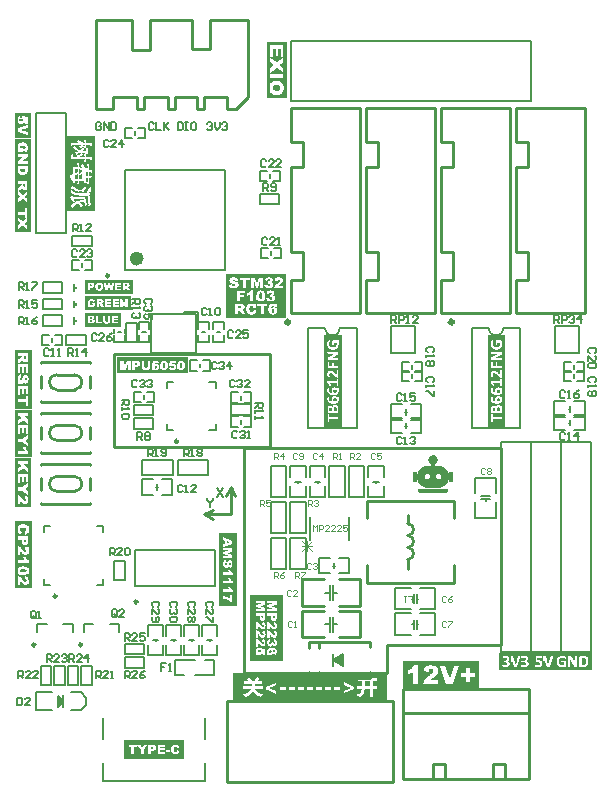
<source format=gto>
G04*
G04 #@! TF.GenerationSoftware,Altium Limited,Altium Designer,21.0.8 (223)*
G04*
G04 Layer_Color=65535*
%FSLAX25Y25*%
%MOIN*%
G70*
G04*
G04 #@! TF.SameCoordinates,10D31124-10DE-4426-A125-9D81246FB524*
G04*
G04*
G04 #@! TF.FilePolarity,Positive*
G04*
G01*
G75*
%ADD10C,0.02362*%
%ADD11C,0.01000*%
%ADD12C,0.00984*%
%ADD13C,0.00787*%
%ADD14C,0.01500*%
%ADD15C,0.00065*%
%ADD16C,0.00600*%
%ADD17C,0.00800*%
%ADD18C,0.00100*%
%ADD19C,0.00700*%
%ADD20C,0.00591*%
%ADD21C,0.00300*%
%ADD22C,0.00400*%
G36*
X6033Y141141D02*
X6433D01*
Y140341D01*
X7133D01*
Y139841D01*
X6433D01*
Y139041D01*
X6033D01*
Y141141D01*
D02*
G37*
G36*
Y146641D02*
X6433D01*
Y145841D01*
X7133D01*
Y145341D01*
X6433D01*
Y144541D01*
X6033D01*
Y146641D01*
D02*
G37*
G36*
Y152141D02*
X6433D01*
Y151341D01*
X7133D01*
Y150841D01*
X6433D01*
Y150041D01*
X6033D01*
Y152141D01*
D02*
G37*
G36*
X44255Y122500D02*
X20745D01*
Y127717D01*
X44255D01*
Y122500D01*
D02*
G37*
G36*
X-7983Y187415D02*
Y178586D01*
X-13500D01*
Y187415D01*
X-7983D01*
D02*
G37*
G36*
Y178406D02*
Y169594D01*
X-13500D01*
Y178406D01*
X-7983D01*
D02*
G37*
G36*
X-7748Y110666D02*
X-13500D01*
Y130334D01*
X-7748D01*
Y110666D01*
D02*
G37*
G36*
X77033Y150761D02*
D01*
Y146380D01*
Y141000D01*
X56967D01*
Y146380D01*
D01*
Y150761D01*
Y155432D01*
X77033D01*
Y150761D01*
D02*
G37*
G36*
X43005Y-6000D02*
X22995D01*
Y150D01*
X43005D01*
Y-6000D01*
D02*
G37*
G36*
X77221Y232801D02*
Y214199D01*
X70500D01*
Y232801D01*
X77221D01*
D02*
G37*
G36*
X167240Y29252D02*
X178814D01*
Y23500D01*
X166186D01*
D01*
X158760D01*
D01*
X148141D01*
Y29252D01*
X158859D01*
D01*
X167240D01*
D01*
D02*
G37*
G36*
X-7748Y73110D02*
Y50890D01*
X-13500D01*
Y73110D01*
X-7748D01*
D02*
G37*
G36*
X75909Y48496D02*
Y26504D01*
X70759D01*
D01*
X65000D01*
Y48496D01*
X70759D01*
D01*
X75909D01*
D02*
G37*
G36*
X60650Y44715D02*
X54500D01*
Y69285D01*
X60650D01*
Y44715D01*
D02*
G37*
G36*
X-7890Y77853D02*
X-13500D01*
Y94147D01*
X-7890D01*
Y77853D01*
D02*
G37*
G36*
X-7862Y187576D02*
X-13500D01*
Y200424D01*
X-7862D01*
Y187576D01*
D02*
G37*
G36*
X13215Y176587D02*
X4000D01*
Y201413D01*
X13215D01*
Y176587D01*
D02*
G37*
G36*
X26054Y149000D02*
X9946D01*
Y153621D01*
X26054D01*
Y149000D01*
D02*
G37*
G36*
X22100Y138000D02*
X9900D01*
Y142605D01*
X22100D01*
Y138000D01*
D02*
G37*
G36*
X150000Y104295D02*
X144248D01*
Y135179D01*
X150000D01*
Y104295D01*
D02*
G37*
G36*
X-7836Y94681D02*
X-13500D01*
Y110319D01*
X-7836D01*
Y94681D01*
D02*
G37*
G36*
X95500Y104295D02*
X89748D01*
Y135179D01*
X95500D01*
Y104295D01*
D02*
G37*
G36*
X25169Y148150D02*
Y143500D01*
X9831D01*
Y148150D01*
X25169D01*
D02*
G37*
G36*
X110544Y13500D02*
X59456D01*
Y22500D01*
X110544D01*
Y13500D01*
D02*
G37*
G36*
X-7919Y200744D02*
X-13500D01*
Y209256D01*
X-7919D01*
Y200744D01*
D02*
G37*
G36*
X141342Y17395D02*
X116000D01*
Y26590D01*
X141342D01*
Y17395D01*
D02*
G37*
%LPC*%
G36*
X41974Y126650D02*
X40769D01*
D01*
X41974D01*
D02*
G37*
G36*
X36297D02*
X35091D01*
D01*
X36297D01*
D02*
G37*
G36*
X34765D02*
X32256D01*
Y123500D01*
D01*
Y125056D01*
X32260Y124955D01*
X32264Y124857D01*
X32271Y124764D01*
X32283Y124678D01*
X32294Y124599D01*
X32309Y124524D01*
X32324Y124456D01*
X32339Y124392D01*
X32354Y124340D01*
X32369Y124291D01*
X32384Y124250D01*
X32395Y124216D01*
X32406Y124186D01*
X32414Y124168D01*
X32421Y124156D01*
Y124153D01*
X32455Y124092D01*
X32489Y124032D01*
X32522Y123980D01*
X32560Y123931D01*
X32598Y123886D01*
X32631Y123845D01*
X32669Y123808D01*
X32702Y123774D01*
X32736Y123748D01*
X32766Y123721D01*
X32792Y123703D01*
X32815Y123684D01*
X32834Y123672D01*
X32849Y123661D01*
X32856Y123658D01*
X32860Y123654D01*
X32912Y123627D01*
X32972Y123601D01*
X33092Y123564D01*
X33216Y123538D01*
X33332Y123519D01*
X33385Y123511D01*
X33437Y123507D01*
X33479Y123504D01*
X33520D01*
X33550Y123500D01*
X33595D01*
X33730Y123504D01*
X33854Y123519D01*
X33910Y123530D01*
X33963Y123541D01*
X34007Y123553D01*
X34053Y123564D01*
X34090Y123575D01*
X34128Y123586D01*
X34154Y123598D01*
X34180Y123609D01*
X34199Y123616D01*
X34214Y123624D01*
X34221Y123627D01*
X34225D01*
X34315Y123680D01*
X34394Y123740D01*
X34461Y123804D01*
X34521Y123864D01*
X34563Y123916D01*
X34596Y123961D01*
X34607Y123980D01*
X34615Y123991D01*
X34622Y123999D01*
Y124003D01*
X34671Y124096D01*
X34705Y124194D01*
X34731Y124287D01*
X34746Y124370D01*
X34754Y124411D01*
X34758Y124445D01*
X34761Y124475D01*
Y124501D01*
X34765Y124524D01*
Y124554D01*
X34761Y124636D01*
X34754Y124715D01*
X34739Y124786D01*
X34720Y124857D01*
X34701Y124921D01*
X34675Y124981D01*
X34653Y125038D01*
X34626Y125090D01*
X34600Y125135D01*
X34574Y125172D01*
X34547Y125210D01*
X34529Y125236D01*
X34510Y125259D01*
X34495Y125274D01*
X34488Y125285D01*
X34484Y125289D01*
X34431Y125341D01*
X34375Y125386D01*
X34315Y125424D01*
X34259Y125458D01*
X34199Y125487D01*
X34143Y125510D01*
X34086Y125529D01*
X34034Y125544D01*
X33985Y125555D01*
X33936Y125566D01*
X33899Y125574D01*
X33861Y125577D01*
X33835Y125581D01*
X33794D01*
X33719Y125577D01*
X33648Y125570D01*
X33584Y125559D01*
X33531Y125544D01*
X33486Y125529D01*
X33452Y125517D01*
X33430Y125510D01*
X33426Y125506D01*
X33422D01*
X33362Y125476D01*
X33310Y125439D01*
X33257Y125401D01*
X33209Y125364D01*
X33171Y125330D01*
X33141Y125304D01*
X33123Y125285D01*
X33115Y125277D01*
X33123Y125367D01*
X33130Y125446D01*
X33141Y125517D01*
X33149Y125585D01*
X33160Y125645D01*
X33171Y125698D01*
X33179Y125742D01*
X33190Y125784D01*
X33198Y125818D01*
X33209Y125844D01*
X33216Y125870D01*
X33220Y125889D01*
X33228Y125900D01*
X33231Y125911D01*
X33235Y125919D01*
X33257Y125956D01*
X33284Y125990D01*
X33306Y126016D01*
X33336Y126039D01*
X33389Y126076D01*
X33441Y126102D01*
X33486Y126118D01*
X33524Y126125D01*
X33539Y126129D01*
X33558D01*
X33599Y126125D01*
X33636Y126118D01*
X33666Y126106D01*
X33696Y126091D01*
X33719Y126076D01*
X33734Y126065D01*
X33745Y126058D01*
X33749Y126054D01*
X33775Y126024D01*
X33801Y125986D01*
X33820Y125945D01*
X33835Y125904D01*
X33846Y125866D01*
X33854Y125836D01*
X33861Y125814D01*
Y125810D01*
Y125806D01*
X34701Y125908D01*
X34671Y125997D01*
X34637Y126076D01*
X34600Y126147D01*
X34566Y126204D01*
X34536Y126252D01*
X34510Y126286D01*
X34495Y126309D01*
X34488Y126316D01*
X34431Y126373D01*
X34375Y126421D01*
X34315Y126466D01*
X34259Y126500D01*
X34210Y126526D01*
X34172Y126549D01*
X34157Y126556D01*
X34146Y126560D01*
X34139Y126564D01*
X34135D01*
X34049Y126594D01*
X33959Y126612D01*
X33861Y126628D01*
X33771Y126639D01*
X33726Y126643D01*
X33689Y126646D01*
X33651D01*
X33621Y126650D01*
X34765D01*
D02*
G37*
G36*
X25172Y126597D02*
X23931D01*
X23459Y124745D01*
X22983Y126597D01*
X21745D01*
Y123553D01*
X22991D01*
X22517D01*
Y125874D01*
X23106Y123553D01*
X25172D01*
Y126597D01*
D02*
G37*
G36*
X31765D02*
X30828D01*
Y124741D01*
X30820Y124651D01*
X30805Y124573D01*
X30782Y124505D01*
X30760Y124449D01*
X30734Y124404D01*
X30711Y124374D01*
X30696Y124355D01*
X30689Y124347D01*
X30632Y124302D01*
X30569Y124269D01*
X30505Y124246D01*
X30445Y124231D01*
X30393Y124220D01*
X30347Y124216D01*
X30329Y124213D01*
X30306D01*
X30220Y124220D01*
X30145Y124235D01*
X30077Y124258D01*
X30025Y124284D01*
X29980Y124306D01*
X29950Y124329D01*
X29931Y124344D01*
X29924Y124351D01*
X29879Y124407D01*
X29845Y124471D01*
X29822Y124535D01*
X29807Y124599D01*
X29796Y124655D01*
X29792Y124678D01*
Y124700D01*
X29789Y124719D01*
Y124730D01*
Y124738D01*
Y124741D01*
Y126597D01*
X28848D01*
Y123500D01*
D01*
Y124783D01*
X28851Y124696D01*
X28863Y124606D01*
X28874Y124520D01*
X28892Y124441D01*
X28907Y124370D01*
X28915Y124340D01*
X28919Y124314D01*
X28926Y124295D01*
X28930Y124280D01*
X28934Y124269D01*
Y124265D01*
X28956Y124197D01*
X28986Y124134D01*
X29020Y124074D01*
X29054Y124021D01*
X29084Y123976D01*
X29110Y123942D01*
X29125Y123920D01*
X29133Y123916D01*
Y123913D01*
X29189Y123853D01*
X29245Y123800D01*
X29298Y123755D01*
X29350Y123717D01*
X29391Y123688D01*
X29425Y123669D01*
X29447Y123654D01*
X29451Y123650D01*
X29455D01*
X29526Y123620D01*
X29597Y123594D01*
X29673Y123571D01*
X29740Y123556D01*
X29800Y123545D01*
X29826Y123541D01*
X29849Y123538D01*
X29868Y123534D01*
X29882Y123530D01*
X29894D01*
X29991Y123519D01*
X30081Y123511D01*
X30164Y123507D01*
X30235Y123504D01*
X30295Y123500D01*
X31765D01*
X30381D01*
X30520Y123504D01*
X30644Y123515D01*
X30704Y123522D01*
X30756Y123534D01*
X30809Y123541D01*
X30854Y123553D01*
X30895Y123560D01*
X30933Y123567D01*
X30962Y123579D01*
X30989Y123586D01*
X31011Y123594D01*
X31026Y123598D01*
X31034Y123601D01*
X31038D01*
X31113Y123631D01*
X31180Y123672D01*
X31244Y123714D01*
X31300Y123755D01*
X31349Y123793D01*
X31386Y123822D01*
X31409Y123845D01*
X31413Y123849D01*
X31416Y123853D01*
X31480Y123924D01*
X31532Y123995D01*
X31578Y124066D01*
X31615Y124130D01*
X31645Y124186D01*
X31653Y124213D01*
X31664Y124231D01*
X31671Y124250D01*
X31675Y124261D01*
X31679Y124269D01*
Y124273D01*
X31709Y124363D01*
X31727Y124452D01*
X31743Y124539D01*
X31754Y124618D01*
X31761Y124685D01*
Y124711D01*
X31765Y124738D01*
Y126597D01*
D02*
G37*
G36*
X40428D02*
X38271D01*
X38001Y124959D01*
X38721Y124854D01*
X38759Y124895D01*
X38792Y124929D01*
X38826Y124955D01*
X38853Y124978D01*
X38875Y124993D01*
X38894Y125004D01*
X38905Y125007D01*
X38909Y125011D01*
X38954Y125034D01*
X38995Y125049D01*
X39036Y125060D01*
X39070Y125067D01*
X39100Y125071D01*
X39126Y125075D01*
X39145D01*
X39216Y125071D01*
X39276Y125056D01*
X39329Y125034D01*
X39374Y125011D01*
X39408Y124989D01*
X39434Y124966D01*
X39452Y124951D01*
X39456Y124948D01*
X39498Y124895D01*
X39527Y124831D01*
X39546Y124764D01*
X39561Y124700D01*
X39569Y124640D01*
X39573Y124614D01*
X39576Y124591D01*
Y124573D01*
Y124557D01*
Y124550D01*
Y124546D01*
X39573Y124452D01*
X39557Y124370D01*
X39539Y124302D01*
X39520Y124246D01*
X39498Y124201D01*
X39479Y124171D01*
X39464Y124153D01*
X39460Y124145D01*
X39415Y124100D01*
X39366Y124070D01*
X39314Y124048D01*
X39269Y124029D01*
X39228Y124021D01*
X39194Y124018D01*
X39171Y124014D01*
X39164D01*
X39107Y124018D01*
X39055Y124029D01*
X39006Y124048D01*
X38969Y124066D01*
X38935Y124085D01*
X38912Y124104D01*
X38894Y124115D01*
X38890Y124119D01*
X38853Y124164D01*
X38819Y124213D01*
X38796Y124265D01*
X38778Y124318D01*
X38763Y124363D01*
X38755Y124400D01*
X38751Y124415D01*
X38748Y124426D01*
Y124430D01*
Y124434D01*
X37892Y124340D01*
D01*
X37915Y124265D01*
X37941Y124194D01*
X37968Y124134D01*
X37994Y124081D01*
X38012Y124036D01*
X38031Y124006D01*
X38043Y123987D01*
X38046Y123980D01*
X38084Y123927D01*
X38125Y123879D01*
X38166Y123837D01*
X38204Y123800D01*
X38238Y123770D01*
X38264Y123744D01*
X38282Y123729D01*
X38290Y123725D01*
X38350Y123684D01*
X38410Y123650D01*
X38470Y123624D01*
X38530Y123598D01*
X38579Y123579D01*
X38620Y123567D01*
X38635Y123564D01*
X38646Y123560D01*
X38650Y123556D01*
X38654D01*
X38740Y123538D01*
X38826Y123522D01*
X38916Y123515D01*
X38995Y123507D01*
X39066Y123504D01*
X39096Y123500D01*
X37893D01*
X39254D01*
X39325Y123507D01*
X39396Y123515D01*
X39460Y123522D01*
X39520Y123534D01*
X39576Y123545D01*
X39629Y123556D01*
X39678Y123571D01*
X39719Y123586D01*
X39756Y123598D01*
X39786Y123609D01*
X39812Y123620D01*
X39835Y123631D01*
X39850Y123635D01*
X39858Y123643D01*
X39861D01*
X39955Y123703D01*
X40041Y123766D01*
X40113Y123837D01*
X40172Y123901D01*
X40218Y123961D01*
X40236Y123987D01*
X40251Y124010D01*
X40262Y124029D01*
X40270Y124044D01*
X40277Y124051D01*
Y124055D01*
X40326Y124160D01*
X40364Y124261D01*
X40390Y124355D01*
X40409Y124441D01*
X40416Y124483D01*
X40420Y124516D01*
X40424Y124546D01*
Y124576D01*
X40428Y124595D01*
Y124625D01*
X40424Y124704D01*
X40416Y124775D01*
X40401Y124846D01*
X40383Y124910D01*
X40360Y124974D01*
X40337Y125030D01*
X40311Y125083D01*
X40285Y125131D01*
X40255Y125176D01*
X40229Y125214D01*
X40206Y125244D01*
X40184Y125274D01*
X40165Y125293D01*
X40150Y125311D01*
X40143Y125319D01*
X40139Y125322D01*
X40082Y125371D01*
X40026Y125412D01*
X39966Y125450D01*
X39902Y125484D01*
X39839Y125510D01*
X39779Y125532D01*
X39719Y125551D01*
X39663Y125566D01*
X39606Y125577D01*
X39557Y125585D01*
X39513Y125593D01*
X39471Y125596D01*
X39441Y125600D01*
X39396D01*
X39295Y125596D01*
X39250Y125589D01*
X39209Y125585D01*
X39175Y125577D01*
X39145Y125570D01*
X39130Y125566D01*
X39123D01*
X39021Y125536D01*
X38972Y125521D01*
X38931Y125503D01*
X38897Y125487D01*
X38868Y125476D01*
X38853Y125469D01*
X38845Y125465D01*
X38916Y125923D01*
X40281D01*
Y126597D01*
X40428D01*
D02*
G37*
G36*
X27381D02*
X25769D01*
Y123553D01*
X28356D01*
Y125660D01*
X28352Y125742D01*
X28345Y125818D01*
X28334Y125892D01*
X28315Y125960D01*
X28296Y126020D01*
X28278Y126076D01*
X28251Y126129D01*
X28229Y126178D01*
X28206Y126219D01*
X28184Y126252D01*
X28161Y126283D01*
X28142Y126309D01*
X28124Y126328D01*
X28113Y126342D01*
X28105Y126350D01*
X28101Y126354D01*
X28052Y126395D01*
X27996Y126433D01*
X27936Y126466D01*
X27872Y126496D01*
X27809Y126519D01*
X27745Y126538D01*
X27621Y126567D01*
X27561Y126579D01*
X27509Y126586D01*
X27460Y126590D01*
X27419Y126594D01*
X27381Y126597D01*
D02*
G37*
G36*
X43255Y126650D02*
X42033D01*
X41916Y126646D01*
X41807Y126635D01*
X41706Y126616D01*
X41612Y126597D01*
X41526Y126567D01*
X41451Y126541D01*
X41380Y126507D01*
X41316Y126478D01*
X41260Y126444D01*
X41211Y126410D01*
X41174Y126384D01*
X41140Y126357D01*
X41114Y126335D01*
X41095Y126316D01*
X41084Y126305D01*
X41080Y126301D01*
X41024Y126230D01*
X40979Y126147D01*
X40938Y126061D01*
X40900Y125964D01*
X40870Y125866D01*
X40844Y125765D01*
X40825Y125664D01*
X40806Y125563D01*
X40795Y125469D01*
X40784Y125379D01*
X40780Y125296D01*
X40773Y125229D01*
Y125169D01*
X40769Y125146D01*
Y123500D01*
D01*
Y125086D01*
X40773Y124959D01*
X40780Y124839D01*
X40788Y124726D01*
X40795Y124678D01*
X40799Y124633D01*
X40806Y124591D01*
X40810Y124554D01*
X40814Y124520D01*
X40821Y124494D01*
X40825Y124471D01*
Y124456D01*
X40829Y124445D01*
Y124441D01*
X40855Y124336D01*
X40881Y124246D01*
X40907Y124168D01*
X40938Y124100D01*
X40960Y124048D01*
X40979Y124010D01*
X40986Y123999D01*
X40994Y123987D01*
X40997Y123984D01*
Y123980D01*
X41058Y123898D01*
X41125Y123822D01*
X41189Y123763D01*
X41249Y123710D01*
X41305Y123672D01*
X41350Y123643D01*
X41365Y123631D01*
X41376Y123627D01*
X41384Y123620D01*
X41388D01*
X41481Y123579D01*
X41583Y123553D01*
X41688Y123530D01*
X41785Y123515D01*
X41830Y123511D01*
X41871Y123507D01*
X41909Y123504D01*
X41943D01*
X41969Y123500D01*
X42006D01*
X42130Y123504D01*
X42246Y123515D01*
X42351Y123534D01*
X42449Y123560D01*
X42535Y123590D01*
X42614Y123620D01*
X42685Y123658D01*
X42749Y123691D01*
X42801Y123729D01*
X42850Y123763D01*
X42887Y123793D01*
X42917Y123822D01*
X42944Y123849D01*
X42959Y123867D01*
X42970Y123879D01*
X42974Y123882D01*
X43023Y123961D01*
X43067Y124048D01*
X43105Y124137D01*
X43135Y124235D01*
X43165Y124336D01*
X43187Y124437D01*
X43206Y124539D01*
X43221Y124636D01*
X43233Y124730D01*
X43240Y124816D01*
X43248Y124895D01*
X43251Y124962D01*
X43255Y125019D01*
Y125098D01*
X43251Y125233D01*
X43240Y125364D01*
X43229Y125484D01*
X43221Y125540D01*
X43214Y125589D01*
X43202Y125637D01*
X43195Y125679D01*
X43187Y125716D01*
X43184Y125746D01*
X43176Y125773D01*
X43172Y125791D01*
X43169Y125803D01*
Y125806D01*
X43150Y125870D01*
X43131Y125930D01*
X43112Y125982D01*
X43094Y126031D01*
X43079Y126065D01*
X43064Y126095D01*
X43056Y126110D01*
X43053Y126118D01*
X43023Y126166D01*
X42992Y126215D01*
X42959Y126256D01*
X42929Y126297D01*
X42899Y126328D01*
X42876Y126350D01*
X42861Y126369D01*
X42858Y126373D01*
X42809Y126418D01*
X42756Y126455D01*
X42700Y126489D01*
X42651Y126519D01*
X42606Y126541D01*
X42569Y126556D01*
X42554Y126564D01*
X42542Y126567D01*
X42539Y126571D01*
X42535D01*
X42456Y126597D01*
X42374Y126616D01*
X42287Y126631D01*
X42209Y126639D01*
X42138Y126646D01*
X42107D01*
X42085Y126650D01*
X43255D01*
D02*
G37*
G36*
X37892Y126597D02*
Y123500D01*
D01*
Y124340D01*
D01*
D01*
Y126597D01*
D02*
G37*
G36*
X37578Y126650D02*
X36355D01*
X36239Y126646D01*
X36130Y126635D01*
X36029Y126616D01*
X35935Y126597D01*
X35849Y126567D01*
X35774Y126541D01*
X35702Y126507D01*
X35639Y126478D01*
X35583Y126444D01*
X35534Y126410D01*
X35496Y126384D01*
X35462Y126357D01*
X35436Y126335D01*
X35418Y126316D01*
X35406Y126305D01*
X35403Y126301D01*
X35346Y126230D01*
X35301Y126147D01*
X35260Y126061D01*
X35223Y125964D01*
X35192Y125866D01*
X35166Y125765D01*
X35148Y125664D01*
X35129Y125563D01*
X35118Y125469D01*
X35106Y125379D01*
X35102Y125296D01*
X35095Y125229D01*
Y125169D01*
X35091Y125146D01*
Y123500D01*
D01*
Y125086D01*
X35095Y124959D01*
X35102Y124839D01*
X35110Y124726D01*
X35118Y124678D01*
X35121Y124633D01*
X35129Y124591D01*
X35133Y124554D01*
X35136Y124520D01*
X35144Y124494D01*
X35148Y124471D01*
Y124456D01*
X35151Y124445D01*
Y124441D01*
X35177Y124336D01*
X35204Y124246D01*
X35230Y124168D01*
X35260Y124100D01*
X35282Y124048D01*
X35301Y124010D01*
X35309Y123999D01*
X35316Y123987D01*
X35320Y123984D01*
Y123980D01*
X35380Y123898D01*
X35447Y123822D01*
X35511Y123763D01*
X35571Y123710D01*
X35627Y123672D01*
X35673Y123643D01*
X35688Y123631D01*
X35699Y123627D01*
X35706Y123620D01*
X35710D01*
X35804Y123579D01*
X35905Y123553D01*
X36010Y123530D01*
X36108Y123515D01*
X36152Y123511D01*
X36194Y123507D01*
X36231Y123504D01*
X36265D01*
X36291Y123500D01*
X36329D01*
X36452Y123504D01*
X36569Y123515D01*
X36674Y123534D01*
X36771Y123560D01*
X36858Y123590D01*
X36936Y123620D01*
X37007Y123658D01*
X37071Y123691D01*
X37124Y123729D01*
X37172Y123763D01*
X37210Y123793D01*
X37240Y123822D01*
X37266Y123849D01*
X37281Y123867D01*
X37293Y123879D01*
X37296Y123882D01*
X37345Y123961D01*
X37390Y124048D01*
X37427Y124137D01*
X37457Y124235D01*
X37488Y124336D01*
X37510Y124437D01*
X37529Y124539D01*
X37544Y124636D01*
X37555Y124730D01*
X37563Y124816D01*
X37570Y124895D01*
X37574Y124962D01*
X37578Y125019D01*
Y125098D01*
X37574Y125233D01*
X37563Y125364D01*
X37551Y125484D01*
X37544Y125540D01*
X37536Y125589D01*
X37525Y125637D01*
X37517Y125679D01*
X37510Y125716D01*
X37506Y125746D01*
X37499Y125773D01*
X37495Y125791D01*
X37491Y125803D01*
Y125806D01*
X37473Y125870D01*
X37454Y125930D01*
X37435Y125982D01*
X37416Y126031D01*
X37401Y126065D01*
X37386Y126095D01*
X37379Y126110D01*
X37375Y126118D01*
X37345Y126166D01*
X37315Y126215D01*
X37281Y126256D01*
X37251Y126297D01*
X37221Y126328D01*
X37199Y126350D01*
X37184Y126369D01*
X37180Y126373D01*
X37131Y126418D01*
X37079Y126455D01*
X37023Y126489D01*
X36974Y126519D01*
X36929Y126541D01*
X36891Y126556D01*
X36876Y126564D01*
X36865Y126567D01*
X36861Y126571D01*
X36858D01*
X36779Y126597D01*
X36696Y126616D01*
X36610Y126631D01*
X36531Y126639D01*
X36460Y126646D01*
X36430D01*
X36408Y126650D01*
X37578D01*
D02*
G37*
%LPD*%
G36*
X33449Y126646D02*
X33344Y126635D01*
X33246Y126616D01*
X33152Y126590D01*
X33066Y126560D01*
X32987Y126526D01*
X32916Y126493D01*
X32853Y126459D01*
X32796Y126421D01*
X32744Y126388D01*
X32702Y126354D01*
X32665Y126324D01*
X32639Y126301D01*
X32616Y126279D01*
X32605Y126268D01*
X32601Y126264D01*
X32541Y126189D01*
X32489Y126102D01*
X32440Y126009D01*
X32403Y125915D01*
X32369Y125814D01*
X32339Y125713D01*
X32316Y125615D01*
X32301Y125517D01*
X32286Y125424D01*
X32275Y125338D01*
X32267Y125259D01*
X32260Y125191D01*
Y125135D01*
X32256Y125112D01*
Y126650D01*
X33561D01*
X33449Y126646D01*
D02*
G37*
G36*
X33621Y125049D02*
X33674Y125034D01*
X33726Y125015D01*
X33768Y124989D01*
X33801Y124962D01*
X33824Y124944D01*
X33843Y124929D01*
X33846Y124921D01*
X33884Y124865D01*
X33914Y124801D01*
X33933Y124738D01*
X33948Y124674D01*
X33955Y124618D01*
X33959Y124591D01*
X33963Y124569D01*
Y124554D01*
Y124539D01*
Y124531D01*
Y124528D01*
X33959Y124441D01*
X33944Y124366D01*
X33929Y124299D01*
X33906Y124246D01*
X33887Y124205D01*
X33869Y124175D01*
X33854Y124160D01*
X33850Y124153D01*
X33805Y124111D01*
X33760Y124081D01*
X33711Y124059D01*
X33670Y124044D01*
X33632Y124036D01*
X33599Y124032D01*
X33580Y124029D01*
X33573D01*
X33509Y124036D01*
X33449Y124051D01*
X33396Y124074D01*
X33351Y124100D01*
X33314Y124123D01*
X33288Y124145D01*
X33272Y124160D01*
X33265Y124168D01*
X33224Y124224D01*
X33194Y124287D01*
X33171Y124351D01*
X33156Y124411D01*
X33149Y124468D01*
X33145Y124513D01*
X33141Y124531D01*
Y124542D01*
Y124550D01*
Y124554D01*
X33145Y124640D01*
X33160Y124715D01*
X33179Y124775D01*
X33201Y124831D01*
X33224Y124873D01*
X33242Y124902D01*
X33257Y124917D01*
X33261Y124925D01*
X33310Y124970D01*
X33359Y125000D01*
X33408Y125022D01*
X33456Y125041D01*
X33494Y125049D01*
X33527Y125052D01*
X33550Y125056D01*
X33558D01*
X33621Y125049D01*
D02*
G37*
G36*
X24400Y123553D02*
X23804D01*
X24400Y125874D01*
Y123553D01*
D02*
G37*
G36*
X27074Y125975D02*
X27149Y125964D01*
X27213Y125945D01*
X27261Y125930D01*
X27299Y125911D01*
X27325Y125892D01*
X27340Y125881D01*
X27344Y125877D01*
X27378Y125836D01*
X27400Y125795D01*
X27419Y125758D01*
X27430Y125716D01*
X27437Y125682D01*
X27441Y125656D01*
Y125641D01*
Y125634D01*
X27437Y125581D01*
X27422Y125536D01*
X27408Y125495D01*
X27385Y125458D01*
X27366Y125431D01*
X27347Y125412D01*
X27332Y125398D01*
X27329Y125394D01*
X27306Y125379D01*
X27280Y125364D01*
X27220Y125341D01*
X27156Y125322D01*
X27092Y125311D01*
X27036Y125304D01*
X27010D01*
X26987Y125300D01*
X26714D01*
Y125979D01*
X27029D01*
X27074Y125975D01*
D02*
G37*
G36*
X28356Y123553D02*
X26714D01*
Y124681D01*
X27228D01*
X27332Y124685D01*
X27426Y124692D01*
X27516Y124704D01*
X27599Y124723D01*
X27678Y124741D01*
X27745Y124764D01*
X27809Y124786D01*
X27865Y124812D01*
X27914Y124835D01*
X27959Y124857D01*
X27992Y124880D01*
X28023Y124899D01*
X28045Y124917D01*
X28064Y124929D01*
X28071Y124936D01*
X28075Y124940D01*
X28124Y124993D01*
X28169Y125045D01*
X28206Y125101D01*
X28236Y125161D01*
X28266Y125221D01*
X28289Y125281D01*
X28308Y125341D01*
X28322Y125398D01*
X28334Y125450D01*
X28341Y125499D01*
X28349Y125544D01*
X28352Y125585D01*
X28356Y125615D01*
Y123553D01*
D02*
G37*
G36*
X42040Y126084D02*
X42074Y126080D01*
X42138Y126054D01*
X42190Y126020D01*
X42235Y125982D01*
X42269Y125945D01*
X42291Y125911D01*
X42306Y125885D01*
X42310Y125881D01*
Y125877D01*
X42329Y125832D01*
X42344Y125784D01*
X42359Y125724D01*
X42370Y125660D01*
X42389Y125525D01*
X42404Y125390D01*
X42408Y125326D01*
X42411Y125262D01*
Y125206D01*
X42415Y125157D01*
Y125116D01*
Y125086D01*
Y125067D01*
Y125060D01*
Y124985D01*
Y124914D01*
X42411Y124850D01*
X42408Y124790D01*
X42404Y124738D01*
X42400Y124685D01*
X42396Y124640D01*
X42393Y124602D01*
X42389Y124565D01*
X42385Y124535D01*
X42381Y124509D01*
X42377Y124490D01*
X42374Y124475D01*
Y124460D01*
X42370Y124456D01*
Y124452D01*
X42351Y124385D01*
X42329Y124325D01*
X42306Y124276D01*
X42284Y124239D01*
X42261Y124205D01*
X42243Y124186D01*
X42231Y124171D01*
X42228Y124168D01*
X42190Y124137D01*
X42153Y124115D01*
X42115Y124100D01*
X42081Y124089D01*
X42051Y124081D01*
X42029Y124077D01*
X42006D01*
X41973Y124081D01*
X41939Y124085D01*
X41879Y124111D01*
X41826Y124145D01*
X41785Y124182D01*
X41751Y124220D01*
X41729Y124254D01*
X41714Y124280D01*
X41710Y124284D01*
Y124287D01*
X41691Y124332D01*
X41676Y124385D01*
X41665Y124441D01*
X41650Y124501D01*
X41635Y124633D01*
X41620Y124764D01*
X41616Y124828D01*
X41612Y124888D01*
Y124940D01*
X41609Y124989D01*
Y125026D01*
Y125056D01*
Y125075D01*
Y125083D01*
Y125188D01*
X41612Y125281D01*
X41616Y125371D01*
X41624Y125450D01*
X41631Y125521D01*
X41639Y125585D01*
X41646Y125645D01*
X41654Y125694D01*
X41661Y125739D01*
X41669Y125776D01*
X41676Y125806D01*
X41684Y125832D01*
X41691Y125851D01*
X41695Y125863D01*
X41699Y125870D01*
Y125874D01*
X41717Y125911D01*
X41740Y125945D01*
X41763Y125971D01*
X41785Y125997D01*
X41811Y126020D01*
X41837Y126035D01*
X41886Y126061D01*
X41931Y126076D01*
X41969Y126084D01*
X41984Y126087D01*
X42002D01*
X42040Y126084D01*
D02*
G37*
G36*
X36362D02*
X36396Y126080D01*
X36460Y126054D01*
X36513Y126020D01*
X36557Y125982D01*
X36591Y125945D01*
X36614Y125911D01*
X36629Y125885D01*
X36632Y125881D01*
Y125877D01*
X36651Y125832D01*
X36666Y125784D01*
X36681Y125724D01*
X36693Y125660D01*
X36711Y125525D01*
X36726Y125390D01*
X36730Y125326D01*
X36734Y125262D01*
Y125206D01*
X36737Y125157D01*
Y125116D01*
Y125086D01*
Y125067D01*
Y125060D01*
Y124985D01*
Y124914D01*
X36734Y124850D01*
X36730Y124790D01*
X36726Y124738D01*
X36722Y124685D01*
X36719Y124640D01*
X36715Y124602D01*
X36711Y124565D01*
X36707Y124535D01*
X36704Y124509D01*
X36700Y124490D01*
X36696Y124475D01*
Y124460D01*
X36693Y124456D01*
Y124452D01*
X36674Y124385D01*
X36651Y124325D01*
X36629Y124276D01*
X36606Y124239D01*
X36584Y124205D01*
X36565Y124186D01*
X36554Y124171D01*
X36550Y124168D01*
X36513Y124137D01*
X36475Y124115D01*
X36437Y124100D01*
X36404Y124089D01*
X36374Y124081D01*
X36351Y124077D01*
X36329D01*
X36295Y124081D01*
X36261Y124085D01*
X36201Y124111D01*
X36149Y124145D01*
X36108Y124182D01*
X36074Y124220D01*
X36051Y124254D01*
X36036Y124280D01*
X36033Y124284D01*
Y124287D01*
X36014Y124332D01*
X35999Y124385D01*
X35987Y124441D01*
X35972Y124501D01*
X35958Y124633D01*
X35943Y124764D01*
X35939Y124828D01*
X35935Y124888D01*
Y124940D01*
X35931Y124989D01*
Y125026D01*
Y125056D01*
Y125075D01*
Y125083D01*
Y125188D01*
X35935Y125281D01*
X35939Y125371D01*
X35946Y125450D01*
X35954Y125521D01*
X35961Y125585D01*
X35969Y125645D01*
X35976Y125694D01*
X35984Y125739D01*
X35991Y125776D01*
X35999Y125806D01*
X36006Y125832D01*
X36014Y125851D01*
X36018Y125863D01*
X36021Y125870D01*
Y125874D01*
X36040Y125911D01*
X36062Y125945D01*
X36085Y125971D01*
X36108Y125997D01*
X36134Y126020D01*
X36160Y126035D01*
X36209Y126061D01*
X36254Y126076D01*
X36291Y126084D01*
X36306Y126087D01*
X36325D01*
X36362Y126084D01*
D02*
G37*
%LPC*%
G36*
X-9203Y186415D02*
X-12500D01*
Y179586D01*
D01*
X-10803Y180710D01*
X-9203Y179683D01*
Y180795D01*
X-10218Y181364D01*
X-9203Y181944D01*
Y183170D01*
Y183069D01*
X-10783Y182038D01*
X-12488Y183167D01*
D01*
X-12493Y183170D01*
X-11550Y183666D01*
X-11522Y183682D01*
X-11485Y183702D01*
X-11420Y183751D01*
X-11388Y183775D01*
X-11363Y183796D01*
X-11347Y183808D01*
X-11343Y183812D01*
X-11298Y183849D01*
X-11258Y183881D01*
X-11229Y183909D01*
X-11205Y183934D01*
X-11189Y183950D01*
X-11176Y183962D01*
X-11168Y183970D01*
Y183974D01*
X-11144Y184011D01*
X-11124Y184052D01*
X-11083Y184137D01*
X-11071Y184177D01*
X-11059Y184210D01*
X-11050Y184230D01*
X-11046Y184234D01*
Y184238D01*
X-11026Y184157D01*
X-11002Y184084D01*
X-10982Y184023D01*
X-10961Y183970D01*
X-10941Y183930D01*
X-10925Y183901D01*
X-10917Y183881D01*
X-10913Y183877D01*
X-10864Y183804D01*
X-10811Y183739D01*
X-10758Y183682D01*
X-10705Y183637D01*
X-10661Y183601D01*
X-10624Y183572D01*
X-10600Y183556D01*
X-10596Y183552D01*
X-10592D01*
X-10515Y183512D01*
X-10433Y183483D01*
X-10356Y183463D01*
X-10283Y183451D01*
X-10218Y183439D01*
X-10190D01*
X-10165Y183434D01*
X-10145D01*
X-10133D01*
X-10125D01*
X-10121D01*
X-10007Y183442D01*
X-9902Y183459D01*
X-9812Y183483D01*
X-9735Y183512D01*
X-9699Y183528D01*
X-9670Y183540D01*
X-9646Y183552D01*
X-9625Y183564D01*
X-9605Y183572D01*
X-9593Y183581D01*
X-9589Y183589D01*
X-9585D01*
X-9508Y183650D01*
X-9447Y183719D01*
X-9394Y183784D01*
X-9353Y183849D01*
X-9321Y183905D01*
X-9301Y183954D01*
X-9293Y183970D01*
X-9289Y183983D01*
X-9284Y183991D01*
Y183995D01*
X-9268Y184043D01*
X-9256Y184096D01*
X-9236Y184214D01*
X-9223Y184332D01*
X-9211Y184449D01*
Y184502D01*
X-9207Y184555D01*
Y184600D01*
X-9203Y184640D01*
Y186415D01*
D02*
G37*
%LPD*%
G36*
X-9869Y184896D02*
X-9873Y184847D01*
X-9881Y184766D01*
X-9898Y184701D01*
X-9910Y184648D01*
X-9926Y184612D01*
X-9942Y184583D01*
X-9950Y184567D01*
X-9954Y184563D01*
X-9991Y184527D01*
X-10027Y184502D01*
X-10068Y184482D01*
X-10109Y184470D01*
X-10145Y184462D01*
X-10174Y184458D01*
X-10190D01*
X-10198D01*
X-10238Y184462D01*
X-10275Y184466D01*
X-10308Y184478D01*
X-10336Y184490D01*
X-10360Y184502D01*
X-10377Y184510D01*
X-10389Y184518D01*
X-10393Y184522D01*
X-10421Y184547D01*
X-10441Y184575D01*
X-10458Y184604D01*
X-10470Y184628D01*
X-10482Y184652D01*
X-10486Y184673D01*
X-10490Y184685D01*
Y184689D01*
X-10507Y184758D01*
X-10515Y184819D01*
X-10523Y184863D01*
X-10531Y184900D01*
Y184929D01*
X-10535Y184949D01*
Y185391D01*
X-9869D01*
Y184896D01*
D02*
G37*
G36*
X-11160Y185302D02*
X-11164Y185253D01*
X-11172Y185205D01*
X-11185Y185164D01*
X-11197Y185127D01*
X-11213Y185095D01*
X-11225Y185075D01*
X-11233Y185058D01*
X-11237Y185054D01*
X-11266Y185022D01*
X-11302Y184989D01*
X-11343Y184961D01*
X-11388Y184929D01*
X-11428Y184904D01*
X-11461Y184884D01*
X-11485Y184872D01*
X-11489Y184868D01*
X-11493D01*
X-12500Y184319D01*
Y185391D01*
X-11160D01*
Y185302D01*
D02*
G37*
G36*
X-11444Y181384D02*
X-12500Y180730D01*
Y182038D01*
X-11444Y181384D01*
D02*
G37*
%LPC*%
G36*
X-9203Y177406D02*
X-12500D01*
X-10019D01*
Y176367D01*
X-12500D01*
Y174309D01*
Y175348D01*
X-10019D01*
Y174309D01*
X-9203D01*
Y177406D01*
D02*
G37*
G36*
Y174183D02*
X-12500D01*
Y170594D01*
D01*
X-10803Y171718D01*
X-9203Y170691D01*
Y171803D01*
X-10218Y172372D01*
X-9203Y172952D01*
Y174077D01*
X-10783Y173046D01*
X-12500Y174183D01*
X-9203D01*
D02*
G37*
%LPD*%
G36*
X-11444Y172392D02*
X-12500Y171739D01*
Y173046D01*
X-11444Y172392D01*
D02*
G37*
%LPC*%
G36*
X-8890Y129334D02*
X-12439D01*
Y127079D01*
Y128233D01*
X-10997D01*
Y128137D01*
X-11001Y128084D01*
X-11010Y128032D01*
X-11023Y127988D01*
X-11036Y127949D01*
X-11054Y127914D01*
X-11067Y127892D01*
X-11075Y127874D01*
X-11080Y127870D01*
X-11110Y127835D01*
X-11150Y127800D01*
X-11193Y127769D01*
X-11241Y127734D01*
X-11285Y127708D01*
X-11320Y127686D01*
X-11346Y127673D01*
X-11351Y127669D01*
X-11355D01*
X-12439Y127079D01*
Y125838D01*
D01*
X-11416Y126375D01*
X-11386Y126393D01*
X-11346Y126415D01*
X-11276Y126467D01*
X-11241Y126493D01*
X-11215Y126515D01*
X-11198Y126528D01*
X-11193Y126533D01*
X-11145Y126572D01*
X-11102Y126607D01*
X-11071Y126638D01*
X-11045Y126664D01*
X-11027Y126681D01*
X-11014Y126695D01*
X-11005Y126703D01*
Y126708D01*
X-10979Y126747D01*
X-10957Y126791D01*
X-10914Y126882D01*
X-10901Y126926D01*
X-10887Y126961D01*
X-10879Y126983D01*
X-10874Y126987D01*
Y126992D01*
X-10853Y126904D01*
X-10826Y126825D01*
X-10804Y126760D01*
X-10783Y126703D01*
X-10761Y126660D01*
X-10743Y126629D01*
X-10734Y126607D01*
X-10730Y126603D01*
X-10678Y126524D01*
X-10621Y126454D01*
X-10564Y126393D01*
X-10507Y126345D01*
X-10459Y126305D01*
X-10420Y126275D01*
X-10394Y126257D01*
X-10389Y126253D01*
X-10385D01*
X-10302Y126209D01*
X-10215Y126179D01*
X-10131Y126157D01*
X-10053Y126144D01*
X-9983Y126131D01*
X-9952D01*
X-9926Y126126D01*
X-9904D01*
X-9891D01*
X-9882D01*
X-9878D01*
X-9756Y126135D01*
X-9642Y126153D01*
X-9546Y126179D01*
X-9463Y126209D01*
X-9424Y126227D01*
X-9393Y126240D01*
X-9367Y126253D01*
X-9345Y126266D01*
X-9323Y126275D01*
X-9310Y126284D01*
X-9306Y126292D01*
X-9301D01*
X-9218Y126358D01*
X-9153Y126432D01*
X-9096Y126502D01*
X-9052Y126572D01*
X-9017Y126633D01*
X-8995Y126686D01*
X-8986Y126703D01*
X-8982Y126716D01*
X-8978Y126725D01*
Y126729D01*
X-8960Y126782D01*
X-8947Y126839D01*
X-8925Y126965D01*
X-8912Y127092D01*
X-8899Y127219D01*
Y127276D01*
X-8895Y127332D01*
Y127381D01*
X-8890Y127424D01*
Y129334D01*
D02*
G37*
G36*
Y125488D02*
X-12439D01*
Y122495D01*
X-11635D01*
Y124387D01*
X-10936D01*
Y122683D01*
X-10210D01*
Y124387D01*
X-9646D01*
Y122547D01*
X-8890D01*
Y122495D01*
Y125488D01*
D02*
G37*
G36*
X-11263Y122097D02*
X-11364Y122084D01*
X-11456Y122067D01*
X-11547Y122045D01*
X-11630Y122019D01*
X-11709Y121988D01*
X-11783Y121953D01*
X-11849Y121918D01*
X-11910Y121883D01*
X-11967Y121848D01*
X-12015Y121818D01*
X-12059Y121787D01*
X-12094Y121761D01*
X-12120Y121734D01*
X-12137Y121717D01*
X-12150Y121708D01*
X-12155Y121704D01*
X-12216Y121634D01*
X-12268Y121551D01*
X-12316Y121459D01*
X-12356Y121359D01*
X-12386Y121258D01*
X-12417Y121153D01*
X-12439Y121048D01*
X-12456Y120943D01*
X-12469Y120847D01*
X-12483Y120756D01*
X-12491Y120668D01*
X-12496Y120598D01*
Y120537D01*
X-12500Y120489D01*
Y118877D01*
Y120354D01*
X-12496Y120266D01*
X-12487Y120179D01*
X-12478Y120100D01*
X-12465Y120021D01*
X-12452Y119951D01*
X-12439Y119890D01*
X-12426Y119829D01*
X-12413Y119777D01*
X-12399Y119733D01*
X-12386Y119689D01*
X-12373Y119659D01*
X-12365Y119632D01*
X-12356Y119615D01*
X-12351Y119602D01*
Y119598D01*
X-12290Y119475D01*
X-12220Y119370D01*
X-12146Y119279D01*
X-12076Y119204D01*
X-12015Y119148D01*
X-11963Y119104D01*
X-11941Y119086D01*
X-11928Y119078D01*
X-11919Y119069D01*
X-11914D01*
X-11858Y119034D01*
X-11805Y119003D01*
X-11696Y118959D01*
X-11587Y118925D01*
X-11490Y118898D01*
X-11447Y118894D01*
X-11407Y118885D01*
X-11372Y118881D01*
X-11342D01*
X-11320Y118877D01*
X-12500D01*
X-11285D01*
X-11180Y118881D01*
X-11080Y118898D01*
X-10992Y118920D01*
X-10914Y118946D01*
X-10853Y118977D01*
X-10826Y118986D01*
X-10800Y118999D01*
X-10783Y119008D01*
X-10769Y119016D01*
X-10765Y119021D01*
X-10761D01*
X-10678Y119082D01*
X-10599Y119152D01*
X-10533Y119226D01*
X-10477Y119300D01*
X-10429Y119366D01*
X-10411Y119397D01*
X-10394Y119423D01*
X-10385Y119445D01*
X-10376Y119462D01*
X-10367Y119471D01*
Y119475D01*
X-10337Y119536D01*
X-10306Y119606D01*
X-10280Y119685D01*
X-10249Y119768D01*
X-10197Y119938D01*
X-10149Y120109D01*
X-10127Y120187D01*
X-10110Y120262D01*
X-10092Y120332D01*
X-10079Y120388D01*
X-10066Y120437D01*
X-10062Y120476D01*
X-10053Y120498D01*
Y120507D01*
X-10040Y120559D01*
X-10031Y120607D01*
X-10018Y120646D01*
X-10005Y120686D01*
X-9983Y120751D01*
X-9965Y120799D01*
X-9948Y120834D01*
X-9935Y120856D01*
X-9926Y120869D01*
X-9922Y120874D01*
X-9895Y120900D01*
X-9869Y120917D01*
X-9843Y120935D01*
X-9821Y120943D01*
X-9799Y120948D01*
X-9782Y120952D01*
X-9773D01*
X-9769D01*
X-9729Y120948D01*
X-9690Y120939D01*
X-9655Y120922D01*
X-9629Y120904D01*
X-9603Y120887D01*
X-9585Y120869D01*
X-9576Y120861D01*
X-9572Y120856D01*
X-9546Y120817D01*
X-9524Y120769D01*
X-9511Y120721D01*
X-9498Y120677D01*
X-9493Y120633D01*
X-9489Y120598D01*
Y120568D01*
X-9493Y120485D01*
X-9506Y120415D01*
X-9524Y120349D01*
X-9542Y120301D01*
X-9563Y120257D01*
X-9581Y120227D01*
X-9594Y120209D01*
X-9598Y120205D01*
X-9646Y120161D01*
X-9699Y120122D01*
X-9756Y120091D01*
X-9812Y120070D01*
X-9865Y120052D01*
X-9909Y120039D01*
X-9926Y120035D01*
X-9939Y120030D01*
X-9944D01*
X-9948D01*
X-9891Y118994D01*
X-9791Y119012D01*
X-9699Y119034D01*
X-9611Y119060D01*
X-9528Y119091D01*
X-9459Y119126D01*
X-9393Y119161D01*
X-9332Y119195D01*
X-9279Y119235D01*
X-9231Y119270D01*
X-9192Y119305D01*
X-9157Y119335D01*
X-9131Y119366D01*
X-9109Y119388D01*
X-9096Y119405D01*
X-9087Y119418D01*
X-9083Y119423D01*
X-9039Y119493D01*
X-9000Y119567D01*
X-8965Y119650D01*
X-8934Y119733D01*
X-8912Y119820D01*
X-8890Y119908D01*
X-8860Y120074D01*
X-8851Y120153D01*
X-8842Y120222D01*
X-8838Y120288D01*
X-8833Y120345D01*
X-8829Y120393D01*
Y120646D01*
Y120559D01*
X-8833Y120655D01*
X-8842Y120747D01*
X-8851Y120830D01*
X-8860Y120909D01*
X-8873Y120978D01*
X-8886Y121044D01*
X-8899Y121105D01*
X-8912Y121158D01*
X-8925Y121201D01*
X-8938Y121241D01*
X-8947Y121276D01*
X-8956Y121298D01*
X-8965Y121319D01*
X-8969Y121328D01*
Y121333D01*
X-9026Y121446D01*
X-9087Y121542D01*
X-9153Y121625D01*
X-9214Y121691D01*
X-9271Y121743D01*
X-9314Y121778D01*
X-9332Y121791D01*
X-9341Y121800D01*
X-9349Y121809D01*
X-9354D01*
X-9445Y121861D01*
X-9537Y121901D01*
X-9620Y121927D01*
X-9703Y121944D01*
X-9769Y121957D01*
X-9799Y121962D01*
X-9821D01*
X-9843Y121966D01*
X-9856D01*
X-9865D01*
X-9869D01*
X-9944Y121962D01*
X-10018Y121953D01*
X-10088Y121940D01*
X-10153Y121918D01*
X-10210Y121896D01*
X-10267Y121870D01*
X-10319Y121839D01*
X-10367Y121813D01*
X-10411Y121783D01*
X-10446Y121756D01*
X-10481Y121730D01*
X-10507Y121708D01*
X-10529Y121686D01*
X-10542Y121673D01*
X-10551Y121665D01*
X-10555Y121660D01*
X-10603Y121599D01*
X-10651Y121525D01*
X-10695Y121450D01*
X-10734Y121367D01*
X-10809Y121197D01*
X-10870Y121027D01*
X-10896Y120948D01*
X-10918Y120874D01*
X-10940Y120804D01*
X-10953Y120747D01*
X-10966Y120699D01*
X-10975Y120659D01*
X-10984Y120638D01*
Y120629D01*
X-11001Y120550D01*
X-11019Y120476D01*
X-11036Y120415D01*
X-11058Y120354D01*
X-11075Y120301D01*
X-11093Y120257D01*
X-11106Y120218D01*
X-11123Y120183D01*
X-11136Y120153D01*
X-11150Y120126D01*
X-11158Y120109D01*
X-11171Y120091D01*
X-11185Y120070D01*
X-11189Y120065D01*
X-11233Y120026D01*
X-11272Y119995D01*
X-11316Y119973D01*
X-11355Y119956D01*
X-11390Y119947D01*
X-11416Y119943D01*
X-11434D01*
X-11438D01*
X-11490Y119947D01*
X-11539Y119965D01*
X-11582Y119982D01*
X-11617Y120008D01*
X-11648Y120030D01*
X-11674Y120052D01*
X-11687Y120070D01*
X-11692Y120074D01*
X-11727Y120126D01*
X-11753Y120183D01*
X-11775Y120244D01*
X-11788Y120301D01*
X-11796Y120354D01*
X-11801Y120393D01*
Y120432D01*
X-11796Y120489D01*
X-11792Y120542D01*
X-11766Y120642D01*
X-11731Y120725D01*
X-11692Y120791D01*
X-11652Y120847D01*
X-11622Y120887D01*
X-11595Y120909D01*
X-11591Y120917D01*
X-11587D01*
X-11534Y120952D01*
X-11469Y120983D01*
X-11407Y121005D01*
X-11342Y121022D01*
X-11285Y121035D01*
X-11241Y121044D01*
X-11224Y121048D01*
X-11211Y121053D01*
X-11202D01*
X-11198D01*
X-11263Y122097D01*
D02*
G37*
G36*
X-8890Y118330D02*
X-12439D01*
Y115337D01*
X-11635D01*
Y117229D01*
X-10936D01*
Y115525D01*
X-10210D01*
Y117229D01*
X-9646D01*
Y115389D01*
X-8890D01*
Y118330D01*
D02*
G37*
G36*
Y115000D02*
X-12439D01*
X-9769D01*
Y113882D01*
X-12439D01*
Y112785D01*
X-9769D01*
Y111666D01*
X-8890D01*
Y115000D01*
D02*
G37*
%LPD*%
G36*
X-9607Y127699D02*
X-9611Y127647D01*
X-9620Y127560D01*
X-9638Y127490D01*
X-9651Y127433D01*
X-9668Y127394D01*
X-9686Y127363D01*
X-9694Y127346D01*
X-9699Y127341D01*
X-9738Y127302D01*
X-9777Y127276D01*
X-9821Y127254D01*
X-9865Y127241D01*
X-9904Y127232D01*
X-9935Y127228D01*
X-9952D01*
X-9961D01*
X-10005Y127232D01*
X-10044Y127236D01*
X-10079Y127249D01*
X-10110Y127263D01*
X-10136Y127276D01*
X-10153Y127284D01*
X-10166Y127293D01*
X-10171Y127297D01*
X-10201Y127324D01*
X-10223Y127354D01*
X-10241Y127385D01*
X-10254Y127411D01*
X-10267Y127437D01*
X-10271Y127459D01*
X-10276Y127472D01*
Y127477D01*
X-10293Y127551D01*
X-10302Y127617D01*
X-10311Y127665D01*
X-10319Y127704D01*
Y127734D01*
X-10324Y127756D01*
Y128233D01*
X-9607D01*
Y127699D01*
D02*
G37*
%LPC*%
G36*
X59671Y154432D02*
X59505D01*
X59409Y154427D01*
X59317Y154419D01*
X59234Y154410D01*
X59156Y154401D01*
X59086Y154388D01*
X59020Y154375D01*
X58959Y154362D01*
X58907Y154349D01*
X58863Y154336D01*
X58824Y154323D01*
X58789Y154314D01*
X58767Y154305D01*
X58745Y154296D01*
X58736Y154292D01*
X58732D01*
X58618Y154235D01*
X58522Y154174D01*
X58439Y154108D01*
X58374Y154047D01*
X58321Y153990D01*
X58286Y153947D01*
X58273Y153929D01*
X58264Y153920D01*
X58256Y153912D01*
Y153907D01*
X58203Y153816D01*
X58164Y153724D01*
X58138Y153641D01*
X58120Y153558D01*
X58107Y153492D01*
X58103Y153462D01*
Y153440D01*
X58098Y153418D01*
Y153405D01*
Y153396D01*
Y153392D01*
X58103Y153317D01*
X58111Y153243D01*
X58125Y153173D01*
X58146Y153108D01*
X58168Y153051D01*
X58194Y152994D01*
X58225Y152942D01*
X58251Y152893D01*
X58282Y152850D01*
X58308Y152815D01*
X58334Y152780D01*
X58356Y152754D01*
X58378Y152732D01*
X58391Y152719D01*
X58400Y152710D01*
X58404Y152706D01*
X58465Y152658D01*
X58540Y152610D01*
X58614Y152566D01*
X58697Y152526D01*
X58867Y152452D01*
X59038Y152391D01*
X59117Y152365D01*
X59191Y152343D01*
X59261Y152321D01*
X59317Y152308D01*
X59366Y152295D01*
X59405Y152286D01*
X59427Y152277D01*
X59435D01*
X59514Y152260D01*
X59588Y152242D01*
X59650Y152225D01*
X59711Y152203D01*
X59763Y152186D01*
X59807Y152168D01*
X59846Y152155D01*
X59881Y152137D01*
X59912Y152124D01*
X59938Y152111D01*
X59956Y152103D01*
X59973Y152090D01*
X59995Y152076D01*
X59999Y152072D01*
X60039Y152028D01*
X60069Y151989D01*
X60091Y151945D01*
X60109Y151906D01*
X60117Y151871D01*
X60122Y151845D01*
Y151827D01*
Y151823D01*
X60117Y151770D01*
X60100Y151722D01*
X60082Y151679D01*
X60056Y151644D01*
X60034Y151613D01*
X60012Y151587D01*
X59995Y151574D01*
X59991Y151569D01*
X59938Y151534D01*
X59881Y151508D01*
X59820Y151486D01*
X59763Y151473D01*
X59711Y151465D01*
X59671Y151460D01*
X59632D01*
X59575Y151465D01*
X59523Y151469D01*
X59422Y151495D01*
X59339Y151530D01*
X59274Y151569D01*
X59217Y151609D01*
X59178Y151639D01*
X59156Y151666D01*
X59147Y151670D01*
Y151674D01*
X59112Y151727D01*
X59082Y151792D01*
X59060Y151854D01*
X59042Y151919D01*
X59029Y151976D01*
X59020Y152020D01*
X59016Y152037D01*
X59012Y152050D01*
Y152059D01*
Y152063D01*
X57967Y151998D01*
X57980Y151897D01*
X57998Y151805D01*
X58020Y151714D01*
X58046Y151631D01*
X58077Y151552D01*
X58111Y151478D01*
X58146Y151412D01*
X58181Y151351D01*
X58216Y151294D01*
X58247Y151246D01*
X58277Y151202D01*
X58304Y151167D01*
X58330Y151141D01*
X58347Y151124D01*
X58356Y151111D01*
X58360Y151106D01*
X58430Y151045D01*
X58513Y150993D01*
X58605Y150944D01*
X58706Y150905D01*
X58806Y150875D01*
X58911Y150844D01*
X59016Y150822D01*
X59121Y150805D01*
X59217Y150792D01*
X59309Y150778D01*
X59396Y150770D01*
X59466Y150765D01*
X59527D01*
X59575Y150761D01*
X57967D01*
D01*
X61188D01*
X59711D01*
X59798Y150765D01*
X59886Y150774D01*
X59964Y150783D01*
X60043Y150796D01*
X60113Y150809D01*
X60174Y150822D01*
X60235Y150835D01*
X60288Y150848D01*
X60331Y150862D01*
X60375Y150875D01*
X60406Y150888D01*
X60432Y150897D01*
X60449Y150905D01*
X60462Y150910D01*
X60467D01*
X60589Y150971D01*
X60694Y151041D01*
X60786Y151115D01*
X60860Y151185D01*
X60917Y151246D01*
X60961Y151298D01*
X60978Y151320D01*
X60987Y151333D01*
X60996Y151342D01*
Y151347D01*
X61031Y151403D01*
X61061Y151456D01*
X61105Y151565D01*
X61140Y151674D01*
X61166Y151770D01*
X61170Y151814D01*
X61179Y151854D01*
X61184Y151888D01*
Y151919D01*
X61188Y151941D01*
Y151976D01*
X61184Y152081D01*
X61166Y152181D01*
X61144Y152269D01*
X61118Y152347D01*
X61087Y152409D01*
X61079Y152435D01*
X61066Y152461D01*
X61057Y152478D01*
X61048Y152491D01*
X61044Y152496D01*
Y152500D01*
X60983Y152583D01*
X60913Y152662D01*
X60838Y152727D01*
X60764Y152784D01*
X60698Y152832D01*
X60668Y152850D01*
X60642Y152867D01*
X60620Y152876D01*
X60602Y152885D01*
X60594Y152893D01*
X60589D01*
X60528Y152924D01*
X60458Y152955D01*
X60379Y152981D01*
X60296Y153012D01*
X60126Y153064D01*
X59956Y153112D01*
X59877Y153134D01*
X59803Y153151D01*
X59733Y153169D01*
X59676Y153182D01*
X59628Y153195D01*
X59588Y153199D01*
X59567Y153208D01*
X59558D01*
X59505Y153221D01*
X59457Y153230D01*
X59418Y153243D01*
X59379Y153256D01*
X59313Y153278D01*
X59265Y153296D01*
X59230Y153313D01*
X59208Y153326D01*
X59195Y153335D01*
X59191Y153339D01*
X59165Y153366D01*
X59147Y153392D01*
X59130Y153418D01*
X59121Y153440D01*
X59117Y153462D01*
X59112Y153479D01*
Y153488D01*
Y153492D01*
X59117Y153532D01*
X59125Y153571D01*
X59143Y153606D01*
X59160Y153632D01*
X59178Y153658D01*
X59195Y153676D01*
X59204Y153684D01*
X59208Y153689D01*
X59248Y153715D01*
X59296Y153737D01*
X59344Y153750D01*
X59387Y153763D01*
X59431Y153768D01*
X59466Y153772D01*
X59497D01*
X59580Y153768D01*
X59650Y153754D01*
X59715Y153737D01*
X59763Y153719D01*
X59807Y153698D01*
X59838Y153680D01*
X59855Y153667D01*
X59859Y153663D01*
X59903Y153615D01*
X59942Y153562D01*
X59973Y153505D01*
X59995Y153448D01*
X60012Y153396D01*
X60026Y153352D01*
X60030Y153335D01*
X60034Y153322D01*
Y153317D01*
Y153313D01*
X61070Y153370D01*
X61052Y153470D01*
X61031Y153562D01*
X61004Y153649D01*
X60974Y153733D01*
X60939Y153803D01*
X60904Y153868D01*
X60869Y153929D01*
X60830Y153982D01*
X60795Y154030D01*
X60760Y154069D01*
X60729Y154104D01*
X60698Y154130D01*
X60677Y154152D01*
X60659Y154165D01*
X60646Y154174D01*
X60642Y154178D01*
X60572Y154222D01*
X60497Y154261D01*
X60414Y154296D01*
X60331Y154327D01*
X60244Y154349D01*
X60157Y154371D01*
X59991Y154401D01*
X59912Y154410D01*
X59842Y154419D01*
X59776Y154423D01*
X59720Y154427D01*
X59671Y154432D01*
D02*
G37*
G36*
X71304D02*
X69806D01*
X71239D01*
X71130Y154427D01*
X71025Y154423D01*
X70929Y154410D01*
X70837Y154393D01*
X70754Y154375D01*
X70675Y154358D01*
X70605Y154336D01*
X70540Y154314D01*
X70487Y154288D01*
X70435Y154266D01*
X70395Y154248D01*
X70360Y154231D01*
X70334Y154213D01*
X70317Y154200D01*
X70304Y154196D01*
X70299Y154191D01*
X70243Y154143D01*
X70186Y154095D01*
X70138Y154043D01*
X70094Y153986D01*
X70050Y153929D01*
X70015Y153872D01*
X69954Y153763D01*
X69932Y153711D01*
X69910Y153663D01*
X69893Y153619D01*
X69880Y153584D01*
X69871Y153553D01*
X69862Y153532D01*
X69858Y153514D01*
Y153510D01*
X70789Y153344D01*
X70806Y153435D01*
X70828Y153510D01*
X70850Y153575D01*
X70876Y153628D01*
X70898Y153663D01*
X70916Y153689D01*
X70929Y153706D01*
X70933Y153711D01*
X70977Y153746D01*
X71025Y153772D01*
X71073Y153794D01*
X71117Y153807D01*
X71156Y153816D01*
X71187Y153820D01*
X71217D01*
X71278Y153816D01*
X71331Y153803D01*
X71374Y153789D01*
X71414Y153772D01*
X71444Y153750D01*
X71466Y153737D01*
X71479Y153724D01*
X71484Y153719D01*
X71519Y153680D01*
X71540Y153641D01*
X71558Y153597D01*
X71571Y153553D01*
X71580Y153518D01*
X71584Y153488D01*
Y153470D01*
Y153462D01*
X71580Y153401D01*
X71562Y153344D01*
X71545Y153296D01*
X71519Y153252D01*
X71497Y153217D01*
X71475Y153191D01*
X71457Y153173D01*
X71453Y153169D01*
X71401Y153129D01*
X71348Y153099D01*
X71291Y153077D01*
X71243Y153064D01*
X71200Y153055D01*
X71160Y153047D01*
X71090D01*
X71051Y153051D01*
X71034D01*
X71016Y153055D01*
X71003D01*
X70955Y152352D01*
X71025Y152374D01*
X71090Y152387D01*
X71143Y152400D01*
X71191Y152404D01*
X71226Y152409D01*
X71252Y152413D01*
X71274D01*
X71348Y152409D01*
X71418Y152391D01*
X71475Y152369D01*
X71523Y152343D01*
X71562Y152317D01*
X71593Y152295D01*
X71610Y152277D01*
X71615Y152273D01*
X71658Y152216D01*
X71689Y152155D01*
X71715Y152094D01*
X71728Y152033D01*
X71737Y151976D01*
X71746Y151932D01*
Y151915D01*
Y151901D01*
Y151897D01*
Y151893D01*
X71741Y151805D01*
X71724Y151731D01*
X71702Y151661D01*
X71680Y151609D01*
X71654Y151561D01*
X71632Y151530D01*
X71615Y151513D01*
X71610Y151504D01*
X71558Y151456D01*
X71505Y151421D01*
X71449Y151395D01*
X71396Y151377D01*
X71352Y151368D01*
X71318Y151364D01*
X71291Y151360D01*
X71283D01*
X71217Y151364D01*
X71156Y151377D01*
X71103Y151395D01*
X71055Y151417D01*
X71020Y151438D01*
X70994Y151456D01*
X70977Y151469D01*
X70972Y151473D01*
X70951Y151495D01*
X70929Y151526D01*
X70894Y151587D01*
X70863Y151657D01*
X70837Y151722D01*
X70819Y151788D01*
X70806Y151840D01*
X70797Y151858D01*
Y151875D01*
X70793Y151884D01*
Y151888D01*
X69806Y151757D01*
X69845Y151639D01*
X69889Y151530D01*
X69937Y151438D01*
X69980Y151360D01*
X70020Y151294D01*
X70037Y151268D01*
X70050Y151246D01*
X70063Y151229D01*
X70072Y151216D01*
X70081Y151211D01*
Y151207D01*
X70151Y151128D01*
X70229Y151063D01*
X70304Y151006D01*
X70378Y150958D01*
X70444Y150923D01*
X70492Y150897D01*
X70513Y150888D01*
X70527Y150879D01*
X70535Y150875D01*
X70540D01*
X70596Y150853D01*
X70653Y150835D01*
X70776Y150809D01*
X70907Y150787D01*
X71029Y150774D01*
X71086Y150770D01*
X71138Y150765D01*
X71182D01*
X71226Y150761D01*
X72738D01*
X71396D01*
X71484Y150770D01*
X71562Y150774D01*
X71641Y150787D01*
X71711Y150796D01*
X71776Y150809D01*
X71838Y150822D01*
X71890Y150840D01*
X71938Y150853D01*
X71982Y150866D01*
X72021Y150879D01*
X72047Y150892D01*
X72074Y150901D01*
X72091Y150910D01*
X72100Y150914D01*
X72104D01*
X72213Y150975D01*
X72305Y151045D01*
X72388Y151119D01*
X72454Y151189D01*
X72506Y151255D01*
X72541Y151303D01*
X72554Y151325D01*
X72563Y151338D01*
X72572Y151347D01*
Y151351D01*
X72629Y151460D01*
X72668Y151565D01*
X72698Y151666D01*
X72716Y151753D01*
X72729Y151832D01*
X72733Y151867D01*
Y151893D01*
X72738Y151915D01*
Y151945D01*
D01*
Y151967D01*
Y151945D01*
X72733Y152037D01*
X72720Y152116D01*
X72707Y152190D01*
X72690Y152251D01*
X72668Y152299D01*
X72655Y152339D01*
X72642Y152360D01*
X72637Y152369D01*
X72598Y152435D01*
X72554Y152491D01*
X72506Y152540D01*
X72462Y152579D01*
X72423Y152614D01*
X72393Y152636D01*
X72371Y152653D01*
X72362Y152658D01*
X72318Y152679D01*
X72266Y152706D01*
X72213Y152723D01*
X72165Y152741D01*
X72117Y152754D01*
X72082Y152767D01*
X72056Y152771D01*
X72052Y152776D01*
X72047D01*
X72135Y152828D01*
X72213Y152885D01*
X72279Y152942D01*
X72331Y152994D01*
X72375Y153038D01*
X72406Y153073D01*
X72423Y153095D01*
X72427Y153103D01*
X72471Y153173D01*
X72502Y153247D01*
X72524Y153317D01*
X72537Y153383D01*
X72550Y153435D01*
X72554Y153479D01*
Y153497D01*
Y153510D01*
Y153514D01*
Y153518D01*
X72550Y153593D01*
X72541Y153658D01*
X72524Y153724D01*
X72506Y153785D01*
X72458Y153899D01*
X72427Y153947D01*
X72401Y153990D01*
X72371Y154030D01*
X72340Y154069D01*
X72314Y154100D01*
X72292Y154121D01*
X72275Y154143D01*
X72257Y154156D01*
X72248Y154165D01*
X72244Y154170D01*
X72183Y154218D01*
X72113Y154257D01*
X72034Y154292D01*
X71956Y154323D01*
X71873Y154349D01*
X71789Y154366D01*
X71623Y154401D01*
X71549Y154410D01*
X71475Y154419D01*
X71409Y154423D01*
X71352Y154427D01*
X71304Y154432D01*
D02*
G37*
G36*
X69294Y154371D02*
X67848D01*
X67297Y152212D01*
X66742Y154371D01*
X65300D01*
Y150822D01*
X69294D01*
Y154371D01*
D02*
G37*
G36*
X76033Y154432D02*
X73070D01*
X74481D01*
X74398Y154427D01*
X74315Y154419D01*
X74241Y154414D01*
X74171Y154401D01*
X74106Y154393D01*
X74049Y154379D01*
X73996Y154371D01*
X73948Y154358D01*
X73909Y154344D01*
X73874Y154336D01*
X73843Y154327D01*
X73822Y154318D01*
X73804Y154309D01*
X73795Y154305D01*
X73791D01*
X73690Y154253D01*
X73603Y154196D01*
X73529Y154135D01*
X73468Y154078D01*
X73419Y154025D01*
X73385Y153982D01*
X73371Y153964D01*
X73363Y153951D01*
X73354Y153947D01*
Y153942D01*
X73302Y153846D01*
X73258Y153746D01*
X73219Y153636D01*
X73192Y153532D01*
X73179Y153483D01*
X73170Y153440D01*
X73162Y153401D01*
X73157Y153366D01*
X73149Y153335D01*
Y153313D01*
X73144Y153300D01*
Y153296D01*
X74132Y153217D01*
X74149Y153322D01*
X74171Y153409D01*
X74197Y153479D01*
X74224Y153536D01*
X74250Y153580D01*
X74272Y153610D01*
X74285Y153628D01*
X74289Y153632D01*
X74337Y153671D01*
X74390Y153702D01*
X74442Y153724D01*
X74490Y153741D01*
X74534Y153750D01*
X74569Y153754D01*
X74599D01*
X74665Y153750D01*
X74726Y153737D01*
X74774Y153715D01*
X74818Y153698D01*
X74853Y153676D01*
X74879Y153654D01*
X74897Y153641D01*
X74901Y153636D01*
X74940Y153593D01*
X74971Y153545D01*
X74993Y153501D01*
X75010Y153457D01*
X75019Y153418D01*
X75023Y153387D01*
Y153370D01*
Y153361D01*
X75019Y153304D01*
X75006Y153247D01*
X74984Y153195D01*
X74962Y153147D01*
X74940Y153103D01*
X74918Y153073D01*
X74905Y153051D01*
X74901Y153042D01*
X74875Y153012D01*
X74844Y152972D01*
X74805Y152937D01*
X74761Y152898D01*
X74674Y152815D01*
X74578Y152736D01*
X74490Y152666D01*
X74451Y152636D01*
X74416Y152610D01*
X74385Y152588D01*
X74363Y152570D01*
X74350Y152561D01*
X74346Y152557D01*
X74219Y152461D01*
X74101Y152365D01*
X73992Y152277D01*
X73896Y152190D01*
X73804Y152111D01*
X73725Y152037D01*
X73655Y151967D01*
X73594Y151901D01*
X73542Y151845D01*
X73494Y151792D01*
X73459Y151749D01*
X73428Y151714D01*
X73406Y151683D01*
X73389Y151661D01*
X73380Y151648D01*
X73376Y151644D01*
X73332Y151569D01*
X73288Y151499D01*
X73254Y151425D01*
X73219Y151355D01*
X73166Y151216D01*
X73144Y151150D01*
X73127Y151089D01*
X73109Y151032D01*
X73101Y150979D01*
X73087Y150936D01*
X73083Y150897D01*
X73074Y150866D01*
Y150844D01*
X73070Y150827D01*
Y150822D01*
X76033D01*
Y154432D01*
D02*
G37*
G36*
X64819Y154371D02*
X61485D01*
Y153492D01*
X62604D01*
Y150822D01*
X64819D01*
Y154371D01*
D02*
G37*
G36*
X66047Y150051D02*
X65230D01*
X65165Y149929D01*
X65095Y149820D01*
X65025Y149723D01*
X64955Y149641D01*
X64889Y149575D01*
X64863Y149549D01*
X64841Y149527D01*
X64819Y149505D01*
X64806Y149492D01*
X64798Y149488D01*
X64793Y149483D01*
X64741Y149440D01*
X64679Y149400D01*
X64557Y149326D01*
X64426Y149260D01*
X64299Y149204D01*
X64243Y149177D01*
X64190Y149155D01*
X64142Y149138D01*
X64098Y149125D01*
X64063Y149112D01*
X64037Y149103D01*
X64020Y149094D01*
X64015D01*
Y150051D01*
Y146442D01*
X66047D01*
Y150051D01*
D02*
G37*
G36*
X71899D02*
X70400D01*
X71833D01*
X71724Y150047D01*
X71619Y150043D01*
X71523Y150029D01*
X71431Y150012D01*
X71348Y149995D01*
X71270Y149977D01*
X71200Y149955D01*
X71134Y149933D01*
X71082Y149907D01*
X71029Y149885D01*
X70990Y149868D01*
X70955Y149850D01*
X70929Y149833D01*
X70911Y149820D01*
X70898Y149815D01*
X70894Y149811D01*
X70837Y149763D01*
X70780Y149715D01*
X70732Y149662D01*
X70688Y149606D01*
X70645Y149549D01*
X70610Y149492D01*
X70548Y149383D01*
X70527Y149330D01*
X70505Y149282D01*
X70487Y149239D01*
X70474Y149204D01*
X70465Y149173D01*
X70457Y149151D01*
X70452Y149134D01*
Y149129D01*
X71383Y148963D01*
X71401Y149055D01*
X71422Y149129D01*
X71444Y149195D01*
X71470Y149247D01*
X71492Y149282D01*
X71510Y149308D01*
X71523Y149326D01*
X71527Y149330D01*
X71571Y149365D01*
X71619Y149391D01*
X71667Y149413D01*
X71711Y149426D01*
X71750Y149435D01*
X71781Y149440D01*
X71811D01*
X71873Y149435D01*
X71925Y149422D01*
X71969Y149409D01*
X72008Y149391D01*
X72039Y149370D01*
X72061Y149356D01*
X72074Y149343D01*
X72078Y149339D01*
X72113Y149300D01*
X72135Y149260D01*
X72152Y149217D01*
X72165Y149173D01*
X72174Y149138D01*
X72178Y149107D01*
Y149090D01*
Y149081D01*
X72174Y149020D01*
X72157Y148963D01*
X72139Y148915D01*
X72113Y148871D01*
X72091Y148836D01*
X72069Y148810D01*
X72052Y148793D01*
X72047Y148788D01*
X71995Y148749D01*
X71943Y148718D01*
X71886Y148697D01*
X71838Y148684D01*
X71794Y148675D01*
X71755Y148666D01*
X71685D01*
X71645Y148670D01*
X71628D01*
X71610Y148675D01*
X71597D01*
X71549Y147971D01*
X71619Y147993D01*
X71685Y148006D01*
X71737Y148019D01*
X71785Y148024D01*
X71820Y148028D01*
X71846Y148032D01*
X71868D01*
X71943Y148028D01*
X72012Y148011D01*
X72069Y147989D01*
X72117Y147962D01*
X72157Y147936D01*
X72187Y147914D01*
X72205Y147897D01*
X72209Y147892D01*
X72253Y147836D01*
X72283Y147775D01*
X72310Y147713D01*
X72323Y147652D01*
X72331Y147595D01*
X72340Y147552D01*
Y147534D01*
Y147521D01*
Y147517D01*
Y147512D01*
X72336Y147425D01*
X72318Y147351D01*
X72296Y147281D01*
X72275Y147228D01*
X72248Y147180D01*
X72227Y147150D01*
X72209Y147132D01*
X72205Y147123D01*
X72152Y147075D01*
X72100Y147040D01*
X72043Y147014D01*
X71991Y146997D01*
X71947Y146988D01*
X71912Y146984D01*
X71886Y146979D01*
X71877D01*
X71811Y146984D01*
X71750Y146997D01*
X71698Y147014D01*
X71650Y147036D01*
X71615Y147058D01*
X71588Y147075D01*
X71571Y147088D01*
X71567Y147093D01*
X71545Y147115D01*
X71523Y147145D01*
X71488Y147206D01*
X71457Y147276D01*
X71431Y147342D01*
X71414Y147407D01*
X71401Y147460D01*
X71392Y147477D01*
Y147495D01*
X71387Y147504D01*
Y147508D01*
X70400Y147377D01*
X70439Y147259D01*
X70483Y147150D01*
X70531Y147058D01*
X70575Y146979D01*
X70614Y146914D01*
X70631Y146887D01*
X70645Y146866D01*
X70658Y146848D01*
X70666Y146835D01*
X70675Y146831D01*
Y146826D01*
X70745Y146748D01*
X70824Y146682D01*
X70898Y146625D01*
X70972Y146577D01*
X71038Y146542D01*
X71086Y146516D01*
X71108Y146507D01*
X71121Y146499D01*
X71130Y146494D01*
X71134D01*
X71191Y146472D01*
X71248Y146455D01*
X71370Y146429D01*
X71501Y146407D01*
X71623Y146394D01*
X71680Y146389D01*
X71733Y146385D01*
X71776D01*
X71820Y146380D01*
X73332D01*
X71991D01*
X72078Y146389D01*
X72157Y146394D01*
X72235Y146407D01*
X72305Y146415D01*
X72371Y146429D01*
X72432Y146442D01*
X72484Y146459D01*
X72532Y146472D01*
X72576Y146485D01*
X72615Y146499D01*
X72642Y146512D01*
X72668Y146520D01*
X72685Y146529D01*
X72694Y146533D01*
X72698D01*
X72808Y146595D01*
X72900Y146665D01*
X72983Y146739D01*
X73048Y146809D01*
X73101Y146874D01*
X73136Y146922D01*
X73149Y146944D01*
X73157Y146957D01*
X73166Y146966D01*
Y146970D01*
X73223Y147080D01*
X73262Y147185D01*
X73293Y147285D01*
X73310Y147372D01*
X73323Y147451D01*
X73328Y147486D01*
Y147512D01*
X73332Y147534D01*
Y147569D01*
Y147565D01*
X73328Y147657D01*
X73315Y147735D01*
X73302Y147810D01*
X73284Y147871D01*
X73262Y147919D01*
X73249Y147958D01*
X73236Y147980D01*
X73232Y147989D01*
X73192Y148054D01*
X73149Y148111D01*
X73101Y148159D01*
X73057Y148198D01*
X73018Y148233D01*
X72987Y148255D01*
X72965Y148273D01*
X72956Y148277D01*
X72913Y148299D01*
X72860Y148325D01*
X72808Y148343D01*
X72760Y148360D01*
X72712Y148373D01*
X72677Y148386D01*
X72650Y148391D01*
X72646Y148395D01*
X72642D01*
X72729Y148448D01*
X72808Y148504D01*
X72873Y148561D01*
X72926Y148614D01*
X72969Y148657D01*
X73000Y148692D01*
X73018Y148714D01*
X73022Y148723D01*
X73066Y148793D01*
X73096Y148867D01*
X73118Y148937D01*
X73131Y149003D01*
X73144Y149055D01*
X73149Y149099D01*
Y149116D01*
Y149129D01*
Y149134D01*
Y149138D01*
X73144Y149212D01*
X73136Y149278D01*
X73118Y149343D01*
X73101Y149405D01*
X73052Y149518D01*
X73022Y149566D01*
X72996Y149610D01*
X72965Y149649D01*
X72935Y149689D01*
X72908Y149719D01*
X72886Y149741D01*
X72869Y149763D01*
X72851Y149776D01*
X72843Y149785D01*
X72838Y149789D01*
X72777Y149837D01*
X72707Y149876D01*
X72629Y149911D01*
X72550Y149942D01*
X72467Y149968D01*
X72384Y149986D01*
X72218Y150021D01*
X72144Y150029D01*
X72069Y150038D01*
X72004Y150043D01*
X71947Y150047D01*
X71899Y150051D01*
D02*
G37*
G36*
X70020D02*
X68595D01*
X68460Y150047D01*
X68333Y150034D01*
X68215Y150012D01*
X68106Y149990D01*
X68005Y149955D01*
X67918Y149925D01*
X67835Y149885D01*
X67760Y149850D01*
X67695Y149811D01*
X67638Y149772D01*
X67594Y149741D01*
X67555Y149710D01*
X67524Y149684D01*
X67502Y149662D01*
X67489Y149649D01*
X67485Y149645D01*
X67419Y149562D01*
X67367Y149466D01*
X67319Y149365D01*
X67275Y149252D01*
X67240Y149138D01*
X67210Y149020D01*
X67188Y148902D01*
X67166Y148784D01*
X67153Y148675D01*
X67140Y148570D01*
X67136Y148474D01*
X67127Y148395D01*
Y148325D01*
X67122Y148299D01*
Y146380D01*
Y148229D01*
X67127Y148080D01*
X67136Y147941D01*
X67144Y147810D01*
X67153Y147753D01*
X67157Y147700D01*
X67166Y147652D01*
X67170Y147608D01*
X67175Y147569D01*
X67184Y147538D01*
X67188Y147512D01*
Y147495D01*
X67192Y147482D01*
Y147477D01*
X67223Y147355D01*
X67254Y147250D01*
X67284Y147158D01*
X67319Y147080D01*
X67345Y147019D01*
X67367Y146975D01*
X67376Y146962D01*
X67385Y146949D01*
X67389Y146944D01*
Y146940D01*
X67459Y146844D01*
X67537Y146756D01*
X67612Y146686D01*
X67682Y146625D01*
X67747Y146581D01*
X67800Y146547D01*
X67817Y146533D01*
X67830Y146529D01*
X67839Y146520D01*
X67843D01*
X67953Y146472D01*
X68071Y146442D01*
X68193Y146415D01*
X68307Y146398D01*
X68359Y146394D01*
X68407Y146389D01*
X68451Y146385D01*
X68490D01*
X68521Y146380D01*
X67122D01*
X68564D01*
X68709Y146385D01*
X68844Y146398D01*
X68967Y146420D01*
X69080Y146450D01*
X69181Y146485D01*
X69272Y146520D01*
X69355Y146564D01*
X69430Y146603D01*
X69491Y146647D01*
X69548Y146686D01*
X69591Y146721D01*
X69626Y146756D01*
X69657Y146787D01*
X69674Y146809D01*
X69687Y146822D01*
X69692Y146826D01*
X69749Y146918D01*
X69801Y147019D01*
X69845Y147123D01*
X69880Y147237D01*
X69915Y147355D01*
X69941Y147473D01*
X69963Y147591D01*
X69980Y147705D01*
X69993Y147814D01*
X70002Y147914D01*
X70011Y148006D01*
X70015Y148085D01*
X70020Y148150D01*
Y147132D01*
Y148242D01*
X70015Y148399D01*
X70002Y148552D01*
X69989Y148692D01*
X69980Y148758D01*
X69972Y148815D01*
X69959Y148871D01*
X69950Y148919D01*
X69941Y148963D01*
X69937Y148998D01*
X69928Y149029D01*
X69924Y149051D01*
X69919Y149064D01*
Y149068D01*
X69897Y149142D01*
X69876Y149212D01*
X69854Y149273D01*
X69832Y149330D01*
X69814Y149370D01*
X69797Y149405D01*
X69788Y149422D01*
X69784Y149431D01*
X69749Y149488D01*
X69714Y149544D01*
X69674Y149592D01*
X69639Y149641D01*
X69604Y149676D01*
X69578Y149702D01*
X69561Y149723D01*
X69556Y149728D01*
X69500Y149780D01*
X69438Y149824D01*
X69373Y149863D01*
X69316Y149898D01*
X69264Y149925D01*
X69220Y149942D01*
X69203Y149951D01*
X69189Y149955D01*
X69185Y149960D01*
X69181D01*
X69089Y149990D01*
X68993Y150012D01*
X68892Y150029D01*
X68800Y150038D01*
X68717Y150047D01*
X68682D01*
X68656Y150051D01*
X70020D01*
D02*
G37*
G36*
X63382Y149990D02*
X60668D01*
Y146442D01*
X61769D01*
Y147892D01*
X63146D01*
Y148609D01*
X61769D01*
Y149225D01*
X63382D01*
Y146442D01*
Y149990D01*
D02*
G37*
G36*
X74027Y145671D02*
D01*
Y143228D01*
X74023Y143324D01*
X74014Y143416D01*
X73996Y143499D01*
X73975Y143582D01*
X73953Y143656D01*
X73922Y143726D01*
X73896Y143792D01*
X73865Y143853D01*
X73835Y143905D01*
X73804Y143949D01*
X73773Y143993D01*
X73752Y144023D01*
X73730Y144050D01*
X73712Y144067D01*
X73704Y144080D01*
X73699Y144085D01*
X73638Y144146D01*
X73572Y144198D01*
X73503Y144242D01*
X73437Y144281D01*
X73367Y144316D01*
X73302Y144342D01*
X73236Y144364D01*
X73175Y144382D01*
X73118Y144395D01*
X73061Y144408D01*
X73018Y144417D01*
X72974Y144421D01*
X72943Y144425D01*
X72895D01*
X72808Y144421D01*
X72725Y144412D01*
X72650Y144399D01*
X72589Y144382D01*
X72537Y144364D01*
X72497Y144351D01*
X72471Y144342D01*
X72467Y144338D01*
X72462D01*
X72393Y144303D01*
X72331Y144259D01*
X72270Y144216D01*
X72213Y144172D01*
X72170Y144133D01*
X72135Y144102D01*
X72113Y144080D01*
X72104Y144071D01*
X72113Y144176D01*
X72122Y144268D01*
X72135Y144351D01*
X72144Y144430D01*
X72157Y144500D01*
X72170Y144561D01*
X72178Y144613D01*
X72192Y144661D01*
X72200Y144701D01*
X72213Y144731D01*
X72222Y144762D01*
X72227Y144784D01*
X72235Y144797D01*
X72240Y144810D01*
X72244Y144819D01*
X72270Y144862D01*
X72301Y144902D01*
X72327Y144932D01*
X72362Y144958D01*
X72423Y145002D01*
X72484Y145033D01*
X72537Y145050D01*
X72580Y145059D01*
X72598Y145063D01*
X72620D01*
X72668Y145059D01*
X72712Y145050D01*
X72747Y145037D01*
X72781Y145020D01*
X72808Y145002D01*
X72825Y144989D01*
X72838Y144980D01*
X72843Y144976D01*
X72873Y144941D01*
X72904Y144897D01*
X72926Y144849D01*
X72943Y144801D01*
X72956Y144757D01*
X72965Y144722D01*
X72974Y144696D01*
Y144692D01*
Y144688D01*
X73953Y144806D01*
X73918Y144910D01*
X73878Y145002D01*
X73835Y145085D01*
X73795Y145151D01*
X73760Y145208D01*
X73730Y145247D01*
X73712Y145273D01*
X73704Y145282D01*
X73638Y145347D01*
X73572Y145404D01*
X73503Y145457D01*
X73437Y145496D01*
X73380Y145527D01*
X73336Y145553D01*
X73319Y145562D01*
X73306Y145566D01*
X73297Y145570D01*
X73293D01*
X73192Y145605D01*
X73087Y145627D01*
X72974Y145645D01*
X72869Y145658D01*
X72816Y145662D01*
X72773Y145666D01*
X72729D01*
X72694Y145671D01*
X72624D01*
X72493Y145666D01*
X72371Y145653D01*
X72257Y145632D01*
X72148Y145601D01*
X72047Y145566D01*
X71956Y145527D01*
X71873Y145487D01*
X71798Y145448D01*
X71733Y145404D01*
X71671Y145365D01*
X71623Y145326D01*
X71580Y145291D01*
X71549Y145264D01*
X71523Y145238D01*
X71510Y145225D01*
X71505Y145221D01*
X71436Y145133D01*
X71374Y145033D01*
X71318Y144923D01*
X71274Y144814D01*
X71235Y144696D01*
X71200Y144578D01*
X71173Y144465D01*
X71156Y144351D01*
X71138Y144242D01*
X71125Y144141D01*
X71117Y144050D01*
X71108Y143971D01*
Y143905D01*
X71103Y143879D01*
Y143814D01*
X71108Y143696D01*
X71112Y143582D01*
X71121Y143473D01*
X71134Y143372D01*
X71147Y143280D01*
X71165Y143193D01*
X71182Y143114D01*
X71200Y143040D01*
X71217Y142979D01*
X71235Y142922D01*
X71252Y142874D01*
X71265Y142835D01*
X71278Y142800D01*
X71287Y142778D01*
X71296Y142765D01*
Y142760D01*
X71335Y142691D01*
X71374Y142621D01*
X71414Y142559D01*
X71457Y142502D01*
X71501Y142450D01*
X71540Y142402D01*
X71584Y142358D01*
X71623Y142319D01*
X71663Y142288D01*
X71698Y142258D01*
X71728Y142236D01*
X71755Y142214D01*
X71776Y142201D01*
X71794Y142188D01*
X71803Y142183D01*
X71807Y142179D01*
X71868Y142149D01*
X71938Y142118D01*
X72078Y142074D01*
X72222Y142044D01*
X72358Y142022D01*
X72419Y142013D01*
X72480Y142009D01*
X72528Y142004D01*
X72576D01*
X72611Y142000D01*
X74027D01*
Y145671D01*
D02*
G37*
G36*
X67144D02*
D01*
Y143219D01*
X66183Y143512D01*
X66152Y143394D01*
X66113Y143289D01*
X66074Y143197D01*
X66039Y143128D01*
X66004Y143071D01*
X65973Y143031D01*
X65956Y143005D01*
X65947Y142996D01*
X65881Y142940D01*
X65803Y142896D01*
X65724Y142865D01*
X65650Y142843D01*
X65580Y142830D01*
X65549Y142826D01*
X65523D01*
X65501Y142822D01*
X65470D01*
X65414Y142826D01*
X65357Y142830D01*
X65256Y142857D01*
X65169Y142892D01*
X65099Y142931D01*
X65042Y142970D01*
X65003Y143005D01*
X64977Y143031D01*
X64972Y143036D01*
X64968Y143040D01*
X64937Y143084D01*
X64911Y143136D01*
X64885Y143197D01*
X64867Y143259D01*
X64837Y143394D01*
X64815Y143525D01*
X64806Y143591D01*
X64802Y143652D01*
X64798Y143704D01*
Y143752D01*
X64793Y143792D01*
Y143822D01*
Y143844D01*
Y143849D01*
Y143936D01*
X64798Y144015D01*
X64806Y144089D01*
X64815Y144159D01*
X64828Y144220D01*
X64841Y144281D01*
X64854Y144329D01*
X64867Y144377D01*
X64881Y144417D01*
X64894Y144452D01*
X64907Y144482D01*
X64920Y144504D01*
X64929Y144526D01*
X64937Y144539D01*
X64942Y144543D01*
Y144548D01*
X64981Y144600D01*
X65025Y144648D01*
X65069Y144688D01*
X65112Y144722D01*
X65160Y144753D01*
X65208Y144775D01*
X65256Y144797D01*
X65300Y144810D01*
X65383Y144832D01*
X65418Y144841D01*
X65449Y144845D01*
X65475Y144849D01*
X65510D01*
X65571Y144845D01*
X65628Y144841D01*
X65676Y144827D01*
X65720Y144814D01*
X65759Y144801D01*
X65785Y144792D01*
X65803Y144784D01*
X65807Y144779D01*
X65855Y144753D01*
X65899Y144722D01*
X65934Y144692D01*
X65969Y144657D01*
X65995Y144631D01*
X66012Y144609D01*
X66026Y144591D01*
X66030Y144587D01*
X66052Y144556D01*
X66069Y144517D01*
X66104Y144443D01*
X66122Y144408D01*
X66130Y144377D01*
X66135Y144360D01*
X66139Y144351D01*
X67109Y144565D01*
X67070Y144666D01*
X67031Y144762D01*
X66987Y144849D01*
X66939Y144932D01*
X66895Y145007D01*
X66847Y145072D01*
X66799Y145133D01*
X66751Y145190D01*
X66707Y145238D01*
X66668Y145282D01*
X66633Y145317D01*
X66598Y145343D01*
X66572Y145365D01*
X66554Y145382D01*
X66541Y145391D01*
X66537Y145396D01*
X66462Y145444D01*
X66379Y145487D01*
X66296Y145522D01*
X66209Y145553D01*
X66122Y145583D01*
X66034Y145605D01*
X65947Y145623D01*
X65868Y145636D01*
X65790Y145649D01*
X65715Y145658D01*
X65650Y145662D01*
X65593Y145666D01*
X65549Y145671D01*
X63692D01*
X65484D01*
X65326Y145666D01*
X65182Y145649D01*
X65042Y145627D01*
X64916Y145597D01*
X64798Y145562D01*
X64688Y145522D01*
X64588Y145478D01*
X64500Y145435D01*
X64422Y145387D01*
X64352Y145347D01*
X64295Y145304D01*
X64247Y145269D01*
X64208Y145238D01*
X64181Y145216D01*
X64164Y145199D01*
X64160Y145194D01*
X64077Y145103D01*
X64007Y145002D01*
X63941Y144893D01*
X63889Y144784D01*
X63845Y144670D01*
X63806Y144556D01*
X63775Y144447D01*
X63749Y144342D01*
X63731Y144237D01*
X63718Y144146D01*
X63705Y144058D01*
X63701Y143984D01*
X63696Y143923D01*
X63692Y143879D01*
Y143840D01*
X63696Y143717D01*
X63705Y143604D01*
X63718Y143494D01*
X63731Y143394D01*
X63753Y143298D01*
X63775Y143206D01*
X63797Y143123D01*
X63823Y143049D01*
X63849Y142983D01*
X63871Y142926D01*
X63893Y142874D01*
X63915Y142835D01*
X63928Y142800D01*
X63941Y142773D01*
X63950Y142760D01*
X63954Y142756D01*
X64007Y142682D01*
X64059Y142607D01*
X64111Y142546D01*
X64164Y142485D01*
X64221Y142433D01*
X64273Y142385D01*
X64321Y142341D01*
X64369Y142301D01*
X64417Y142271D01*
X64457Y142240D01*
X64496Y142218D01*
X64527Y142197D01*
X64553Y142183D01*
X64570Y142175D01*
X64583Y142166D01*
X64588D01*
X64658Y142136D01*
X64732Y142109D01*
X64889Y142070D01*
X65051Y142039D01*
X65200Y142022D01*
X65270Y142013D01*
X65335Y142009D01*
X65392Y142004D01*
X65440D01*
X65479Y142000D01*
X63692D01*
X67144D01*
Y145671D01*
D02*
G37*
G36*
X70763Y145610D02*
X67428D01*
Y144731D01*
X68547D01*
Y142061D01*
X70763D01*
Y145610D01*
D02*
G37*
G36*
X63469D02*
X61925D01*
X63469D01*
Y142061D01*
D01*
Y145610D01*
D02*
G37*
G36*
X61883D02*
X59973D01*
Y142061D01*
X61074D01*
Y143503D01*
X61170D01*
X61223Y143499D01*
X61275Y143490D01*
X61319Y143477D01*
X61358Y143464D01*
X61393Y143447D01*
X61415Y143433D01*
X61433Y143425D01*
X61437Y143420D01*
X61472Y143390D01*
X61507Y143350D01*
X61537Y143307D01*
X61572Y143259D01*
X61599Y143215D01*
X61620Y143180D01*
X61634Y143154D01*
X61638Y143149D01*
Y143145D01*
X62228Y142061D01*
X63469D01*
X62932Y143084D01*
X62914Y143114D01*
X62892Y143154D01*
X62840Y143224D01*
X62814Y143259D01*
X62792Y143285D01*
X62779Y143302D01*
X62774Y143307D01*
X62735Y143355D01*
X62700Y143398D01*
X62669Y143429D01*
X62643Y143455D01*
X62626Y143473D01*
X62612Y143486D01*
X62604Y143494D01*
X62599D01*
X62560Y143521D01*
X62516Y143543D01*
X62425Y143586D01*
X62381Y143599D01*
X62346Y143613D01*
X62324Y143621D01*
X62320Y143626D01*
X62315D01*
X62403Y143648D01*
X62481Y143674D01*
X62547Y143696D01*
X62604Y143717D01*
X62647Y143739D01*
X62678Y143757D01*
X62700Y143765D01*
X62704Y143770D01*
X62783Y143822D01*
X62853Y143879D01*
X62914Y143936D01*
X62962Y143993D01*
X63001Y144041D01*
X63032Y144080D01*
X63050Y144106D01*
X63054Y144111D01*
Y144115D01*
X63098Y144198D01*
X63128Y144286D01*
X63150Y144369D01*
X63163Y144447D01*
X63176Y144517D01*
Y144548D01*
X63181Y144574D01*
Y144596D01*
Y144609D01*
Y144618D01*
Y144622D01*
X63172Y144744D01*
X63154Y144858D01*
X63128Y144954D01*
X63098Y145037D01*
X63080Y145077D01*
X63067Y145107D01*
X63054Y145133D01*
X63041Y145155D01*
X63032Y145177D01*
X63023Y145190D01*
X63015Y145194D01*
Y145199D01*
X62949Y145282D01*
X62875Y145347D01*
X62805Y145404D01*
X62735Y145448D01*
X62674Y145483D01*
X62621Y145505D01*
X62604Y145513D01*
X62591Y145518D01*
X62582Y145522D01*
X62578D01*
X62525Y145540D01*
X62468Y145553D01*
X62342Y145575D01*
X62215Y145588D01*
X62088Y145601D01*
X62031D01*
X61975Y145605D01*
X61926D01*
X61883Y145610D01*
D02*
G37*
%LPD*%
G36*
X68394Y150822D02*
X67699D01*
X68394Y153527D01*
Y150822D01*
D02*
G37*
G36*
X66886D02*
X66200D01*
Y153527D01*
X66886Y150822D01*
D02*
G37*
G36*
X76033Y151626D02*
X74486D01*
X74534Y151674D01*
X74582Y151714D01*
X74621Y151753D01*
X74656Y151784D01*
X74682Y151805D01*
X74704Y151827D01*
X74717Y151836D01*
X74722Y151840D01*
X74744Y151858D01*
X74770Y151875D01*
X74827Y151919D01*
X74892Y151967D01*
X74962Y152015D01*
X75023Y152059D01*
X75076Y152094D01*
X75098Y152111D01*
X75111Y152120D01*
X75120Y152124D01*
X75124Y152129D01*
X75216Y152194D01*
X75299Y152255D01*
X75373Y152317D01*
X75443Y152378D01*
X75504Y152435D01*
X75561Y152487D01*
X75613Y152535D01*
X75657Y152583D01*
X75696Y152627D01*
X75727Y152662D01*
X75753Y152697D01*
X75775Y152723D01*
X75792Y152745D01*
X75806Y152762D01*
X75814Y152771D01*
Y152776D01*
X75849Y152832D01*
X75880Y152889D01*
X75924Y152998D01*
X75959Y153103D01*
X75985Y153199D01*
X75989Y153239D01*
X75998Y153278D01*
X76002Y153313D01*
Y153339D01*
X76007Y153366D01*
Y153383D01*
Y153392D01*
Y153396D01*
X75998Y153510D01*
X75980Y153610D01*
X75954Y153706D01*
X75924Y153785D01*
X75893Y153855D01*
X75880Y153881D01*
X75867Y153903D01*
X75858Y153920D01*
X75849Y153934D01*
X75841Y153942D01*
Y153947D01*
X75775Y154034D01*
X75701Y154108D01*
X75622Y154170D01*
X75548Y154222D01*
X75482Y154261D01*
X75456Y154274D01*
X75430Y154288D01*
X75408Y154296D01*
X75395Y154305D01*
X75386Y154309D01*
X75382D01*
X75325Y154331D01*
X75264Y154349D01*
X75133Y154379D01*
X74997Y154401D01*
X74870Y154419D01*
X74809Y154423D01*
X74752Y154427D01*
X74704D01*
X74661Y154432D01*
X76033D01*
Y151626D01*
D02*
G37*
G36*
X64819Y150822D02*
X63701D01*
Y153492D01*
X64819D01*
Y150822D01*
D02*
G37*
G36*
X65051Y146442D02*
X64015D01*
Y148290D01*
X64138Y148329D01*
X64247Y148364D01*
X64343Y148404D01*
X64426Y148434D01*
X64492Y148465D01*
X64518Y148474D01*
X64540Y148487D01*
X64557Y148491D01*
X64570Y148500D01*
X64575Y148504D01*
X64579D01*
X64666Y148548D01*
X64749Y148600D01*
X64828Y148649D01*
X64902Y148697D01*
X64964Y148736D01*
X65007Y148771D01*
X65029Y148784D01*
X65042Y148793D01*
X65047Y148802D01*
X65051D01*
Y146442D01*
D02*
G37*
G36*
X68604Y149391D02*
X68643Y149387D01*
X68717Y149356D01*
X68779Y149317D01*
X68831Y149273D01*
X68870Y149230D01*
X68897Y149190D01*
X68914Y149160D01*
X68918Y149155D01*
Y149151D01*
X68940Y149099D01*
X68958Y149042D01*
X68975Y148972D01*
X68988Y148898D01*
X69010Y148740D01*
X69028Y148583D01*
X69032Y148509D01*
X69036Y148434D01*
Y148369D01*
X69041Y148312D01*
Y148264D01*
Y148229D01*
Y148207D01*
Y148198D01*
Y148111D01*
Y148028D01*
X69036Y147954D01*
X69032Y147884D01*
X69028Y147823D01*
X69023Y147761D01*
X69019Y147709D01*
X69015Y147665D01*
X69010Y147622D01*
X69006Y147587D01*
X69002Y147556D01*
X68997Y147534D01*
X68993Y147517D01*
Y147499D01*
X68988Y147495D01*
Y147491D01*
X68967Y147412D01*
X68940Y147342D01*
X68914Y147285D01*
X68888Y147241D01*
X68862Y147202D01*
X68840Y147180D01*
X68827Y147163D01*
X68822Y147158D01*
X68779Y147123D01*
X68735Y147097D01*
X68691Y147080D01*
X68652Y147067D01*
X68617Y147058D01*
X68591Y147054D01*
X68564D01*
X68525Y147058D01*
X68486Y147062D01*
X68416Y147093D01*
X68355Y147132D01*
X68307Y147176D01*
X68267Y147220D01*
X68241Y147259D01*
X68224Y147290D01*
X68219Y147294D01*
Y147298D01*
X68197Y147351D01*
X68180Y147412D01*
X68167Y147477D01*
X68149Y147547D01*
X68132Y147700D01*
X68114Y147853D01*
X68110Y147927D01*
X68106Y147997D01*
Y148059D01*
X68101Y148115D01*
Y148159D01*
Y148194D01*
Y148216D01*
Y148225D01*
Y148347D01*
X68106Y148456D01*
X68110Y148561D01*
X68119Y148653D01*
X68128Y148736D01*
X68136Y148810D01*
X68145Y148880D01*
X68154Y148937D01*
X68162Y148989D01*
X68171Y149033D01*
X68180Y149068D01*
X68189Y149099D01*
X68197Y149120D01*
X68202Y149134D01*
X68206Y149142D01*
Y149147D01*
X68228Y149190D01*
X68254Y149230D01*
X68280Y149260D01*
X68307Y149291D01*
X68337Y149317D01*
X68368Y149335D01*
X68425Y149365D01*
X68477Y149383D01*
X68521Y149391D01*
X68538Y149396D01*
X68560D01*
X68604Y149391D01*
D02*
G37*
G36*
X72694Y143805D02*
X72755Y143787D01*
X72816Y143765D01*
X72865Y143735D01*
X72904Y143704D01*
X72930Y143682D01*
X72952Y143665D01*
X72956Y143656D01*
X73000Y143591D01*
X73035Y143516D01*
X73057Y143442D01*
X73074Y143368D01*
X73083Y143302D01*
X73087Y143272D01*
X73092Y143245D01*
Y143228D01*
Y143210D01*
Y143202D01*
Y143197D01*
X73087Y143097D01*
X73070Y143009D01*
X73052Y142931D01*
X73026Y142870D01*
X73004Y142822D01*
X72983Y142787D01*
X72965Y142769D01*
X72961Y142760D01*
X72908Y142712D01*
X72856Y142677D01*
X72799Y142651D01*
X72751Y142634D01*
X72707Y142625D01*
X72668Y142621D01*
X72646Y142616D01*
X72637D01*
X72563Y142625D01*
X72493Y142642D01*
X72432Y142669D01*
X72379Y142699D01*
X72336Y142725D01*
X72305Y142752D01*
X72288Y142769D01*
X72279Y142778D01*
X72231Y142843D01*
X72196Y142918D01*
X72170Y142992D01*
X72152Y143062D01*
X72144Y143128D01*
X72139Y143180D01*
X72135Y143202D01*
Y143215D01*
Y143224D01*
Y143228D01*
X72139Y143328D01*
X72157Y143416D01*
X72178Y143486D01*
X72205Y143551D01*
X72231Y143599D01*
X72253Y143634D01*
X72270Y143652D01*
X72275Y143661D01*
X72331Y143713D01*
X72388Y143748D01*
X72445Y143774D01*
X72502Y143796D01*
X72545Y143805D01*
X72585Y143809D01*
X72611Y143814D01*
X72620D01*
X72694Y143805D01*
D02*
G37*
G36*
X74027Y142000D02*
X72663D01*
X72821Y142004D01*
X72965Y142022D01*
X73031Y142035D01*
X73092Y142048D01*
X73144Y142061D01*
X73197Y142074D01*
X73240Y142087D01*
X73284Y142101D01*
X73315Y142114D01*
X73345Y142127D01*
X73367Y142136D01*
X73385Y142144D01*
X73393Y142149D01*
X73398D01*
X73503Y142210D01*
X73594Y142280D01*
X73673Y142354D01*
X73743Y142424D01*
X73791Y142485D01*
X73830Y142537D01*
X73843Y142559D01*
X73852Y142572D01*
X73861Y142581D01*
Y142586D01*
X73918Y142695D01*
X73957Y142808D01*
X73988Y142918D01*
X74005Y143014D01*
X74014Y143062D01*
X74018Y143101D01*
X74023Y143136D01*
Y143167D01*
X74027Y143193D01*
Y142000D01*
D02*
G37*
G36*
X67144D02*
X65623D01*
X65706Y142004D01*
X65785Y142013D01*
X65859Y142022D01*
X65929Y142031D01*
X65995Y142044D01*
X66052Y142057D01*
X66104Y142070D01*
X66152Y142079D01*
X66196Y142092D01*
X66231Y142105D01*
X66262Y142114D01*
X66288Y142122D01*
X66305Y142131D01*
X66314Y142136D01*
X66318D01*
X66427Y142192D01*
X66528Y142258D01*
X66620Y142328D01*
X66694Y142393D01*
X66751Y142455D01*
X66799Y142502D01*
X66812Y142520D01*
X66825Y142533D01*
X66830Y142542D01*
X66834Y142546D01*
X66908Y142651D01*
X66969Y142765D01*
X67026Y142878D01*
X67070Y142983D01*
X67087Y143031D01*
X67101Y143079D01*
X67114Y143119D01*
X67127Y143154D01*
X67136Y143180D01*
X67140Y143202D01*
X67144Y143215D01*
Y142000D01*
D02*
G37*
G36*
X70763Y142061D02*
X69644D01*
Y144731D01*
X70763D01*
Y142061D01*
D02*
G37*
G36*
X61660Y144889D02*
X61747Y144880D01*
X61817Y144862D01*
X61874Y144849D01*
X61913Y144832D01*
X61944Y144814D01*
X61961Y144806D01*
X61966Y144801D01*
X62005Y144762D01*
X62031Y144722D01*
X62053Y144679D01*
X62066Y144635D01*
X62075Y144596D01*
X62079Y144565D01*
Y144548D01*
Y144539D01*
X62075Y144495D01*
X62071Y144456D01*
X62058Y144421D01*
X62044Y144390D01*
X62031Y144364D01*
X62023Y144347D01*
X62014Y144334D01*
X62010Y144329D01*
X61983Y144299D01*
X61953Y144277D01*
X61922Y144259D01*
X61896Y144246D01*
X61870Y144233D01*
X61848Y144229D01*
X61835Y144224D01*
X61830D01*
X61756Y144207D01*
X61690Y144198D01*
X61642Y144189D01*
X61603Y144181D01*
X61572D01*
X61551Y144176D01*
X61074D01*
Y144893D01*
X61607D01*
X61660Y144889D01*
D02*
G37*
%LPC*%
G36*
X30791Y-1402D02*
X29134D01*
X29749D01*
X29134Y-2430D01*
X28519Y-1402D01*
X27476D01*
X28661Y-3173D01*
Y-4448D01*
X30791D01*
X29606D01*
Y-3173D01*
X30791Y-1402D01*
D02*
G37*
G36*
X40136Y-1350D02*
X40080D01*
X39945Y-1354D01*
X39821Y-1369D01*
X39701Y-1388D01*
X39592Y-1414D01*
X39491Y-1444D01*
X39397Y-1477D01*
X39311Y-1515D01*
X39236Y-1553D01*
X39169Y-1594D01*
X39109Y-1627D01*
X39060Y-1665D01*
X39019Y-1695D01*
X38985Y-1721D01*
X38963Y-1740D01*
X38947Y-1755D01*
X38944Y-1759D01*
X38873Y-1837D01*
X38813Y-1924D01*
X38756Y-2018D01*
X38711Y-2111D01*
X38674Y-2209D01*
X38640Y-2306D01*
X38614Y-2400D01*
X38591Y-2490D01*
X38576Y-2580D01*
X38565Y-2659D01*
X38554Y-2734D01*
X38550Y-2798D01*
X38546Y-2850D01*
X38543Y-2888D01*
Y-2921D01*
X38546Y-3026D01*
X38554Y-3124D01*
X38565Y-3218D01*
X38576Y-3304D01*
X38595Y-3386D01*
X38614Y-3465D01*
X38633Y-3536D01*
X38655Y-3600D01*
X38677Y-3656D01*
X38696Y-3705D01*
X38715Y-3750D01*
X38734Y-3784D01*
X38745Y-3814D01*
X38756Y-3836D01*
X38764Y-3847D01*
X38767Y-3851D01*
X38813Y-3915D01*
X38857Y-3979D01*
X38903Y-4031D01*
X38947Y-4084D01*
X38996Y-4129D01*
X39041Y-4170D01*
X39083Y-4208D01*
X39124Y-4241D01*
X39165Y-4267D01*
X39199Y-4294D01*
X39233Y-4312D01*
X39259Y-4331D01*
X39281Y-4343D01*
X39296Y-4350D01*
X39307Y-4358D01*
X39311D01*
X39371Y-4384D01*
X39435Y-4406D01*
X39570Y-4440D01*
X39709Y-4466D01*
X39836Y-4481D01*
X39896Y-4489D01*
X39952Y-4493D01*
X40001Y-4496D01*
X40042D01*
X40076Y-4500D01*
X38543D01*
X41505D01*
D01*
X40200D01*
X40271Y-4496D01*
X40339Y-4489D01*
X40402Y-4481D01*
X40462Y-4474D01*
X40519Y-4462D01*
X40567Y-4451D01*
X40613Y-4440D01*
X40654Y-4433D01*
X40691Y-4421D01*
X40721Y-4410D01*
X40747Y-4403D01*
X40770Y-4395D01*
X40785Y-4388D01*
X40793Y-4384D01*
X40796D01*
X40890Y-4335D01*
X40976Y-4279D01*
X41055Y-4219D01*
X41119Y-4163D01*
X41168Y-4110D01*
X41209Y-4069D01*
X41220Y-4054D01*
X41231Y-4042D01*
X41235Y-4035D01*
X41239Y-4031D01*
X41302Y-3941D01*
X41355Y-3844D01*
X41404Y-3746D01*
X41441Y-3656D01*
X41456Y-3615D01*
X41467Y-3574D01*
X41479Y-3540D01*
X41490Y-3510D01*
X41497Y-3488D01*
X41501Y-3469D01*
X41505Y-3458D01*
Y-3319D01*
Y-3454D01*
X40680Y-3202D01*
X40654Y-3304D01*
X40620Y-3394D01*
X40586Y-3472D01*
X40556Y-3532D01*
X40526Y-3581D01*
X40500Y-3615D01*
X40485Y-3638D01*
X40477Y-3645D01*
X40421Y-3694D01*
X40354Y-3731D01*
X40286Y-3757D01*
X40222Y-3776D01*
X40163Y-3788D01*
X40136Y-3791D01*
X40114D01*
X40095Y-3795D01*
X40069D01*
X40020Y-3791D01*
X39971Y-3788D01*
X39885Y-3765D01*
X39810Y-3735D01*
X39750Y-3701D01*
X39701Y-3667D01*
X39667Y-3638D01*
X39645Y-3615D01*
X39641Y-3611D01*
X39638Y-3607D01*
X39611Y-3570D01*
X39589Y-3525D01*
X39566Y-3472D01*
X39551Y-3420D01*
X39525Y-3304D01*
X39506Y-3191D01*
X39499Y-3135D01*
X39495Y-3083D01*
X39491Y-3038D01*
Y-2996D01*
X39487Y-2963D01*
Y-2936D01*
Y-2918D01*
Y-2914D01*
Y-2839D01*
X39491Y-2771D01*
X39499Y-2708D01*
X39506Y-2647D01*
X39518Y-2595D01*
X39529Y-2543D01*
X39540Y-2501D01*
X39551Y-2460D01*
X39562Y-2426D01*
X39574Y-2396D01*
X39585Y-2370D01*
X39596Y-2351D01*
X39604Y-2332D01*
X39611Y-2321D01*
X39615Y-2317D01*
Y-2314D01*
X39649Y-2269D01*
X39686Y-2228D01*
X39724Y-2194D01*
X39761Y-2164D01*
X39803Y-2138D01*
X39844Y-2119D01*
X39885Y-2100D01*
X39922Y-2089D01*
X39994Y-2070D01*
X40024Y-2063D01*
X40050Y-2059D01*
X40073Y-2055D01*
X40102D01*
X40155Y-2059D01*
X40204Y-2063D01*
X40245Y-2074D01*
X40282Y-2085D01*
X40316Y-2096D01*
X40339Y-2104D01*
X40354Y-2111D01*
X40358Y-2115D01*
X40399Y-2138D01*
X40436Y-2164D01*
X40466Y-2190D01*
X40496Y-2220D01*
X40519Y-2242D01*
X40534Y-2261D01*
X40545Y-2276D01*
X40549Y-2280D01*
X40567Y-2306D01*
X40582Y-2340D01*
X40613Y-2404D01*
X40628Y-2434D01*
X40635Y-2460D01*
X40639Y-2475D01*
X40642Y-2482D01*
X41475Y-2299D01*
X41441Y-2213D01*
X41407Y-2130D01*
X41370Y-2055D01*
X41329Y-1984D01*
X41291Y-1920D01*
X41250Y-1864D01*
X41209Y-1811D01*
X41168Y-1763D01*
X41130Y-1721D01*
X41096Y-1684D01*
X41066Y-1654D01*
X41036Y-1631D01*
X41014Y-1612D01*
X40999Y-1598D01*
X40988Y-1590D01*
X40984Y-1586D01*
X40920Y-1545D01*
X40849Y-1508D01*
X40778Y-1477D01*
X40703Y-1451D01*
X40628Y-1425D01*
X40552Y-1406D01*
X40477Y-1391D01*
X40410Y-1380D01*
X40343Y-1369D01*
X40279Y-1361D01*
X40222Y-1357D01*
X40174Y-1354D01*
X40136Y-1350D01*
D02*
G37*
G36*
X38246Y-3008D02*
X37016D01*
Y-3664D01*
X38246D01*
Y-3008D01*
D02*
G37*
G36*
X36731Y-1402D02*
Y-3757D01*
X35107D01*
Y-3158D01*
X36570D01*
Y-2535D01*
X35107D01*
Y-2051D01*
X36686D01*
Y-1402D01*
X34163D01*
Y-4448D01*
X36731D01*
Y-1402D01*
D02*
G37*
G36*
X32700D02*
X31087D01*
Y-4448D01*
X32032D01*
Y-3319D01*
X32546D01*
X32651Y-3315D01*
X32745Y-3308D01*
X32835Y-3296D01*
X32917Y-3277D01*
X32996Y-3259D01*
X33064Y-3236D01*
X33127Y-3214D01*
X33184Y-3187D01*
X33233Y-3165D01*
X33277Y-3142D01*
X33311Y-3120D01*
X33341Y-3101D01*
X33364Y-3083D01*
X33382Y-3071D01*
X33390Y-3064D01*
X33394Y-3060D01*
X33443Y-3008D01*
X33487Y-2955D01*
X33525Y-2899D01*
X33555Y-2839D01*
X33585Y-2779D01*
X33608Y-2719D01*
X33626Y-2659D01*
X33641Y-2602D01*
X33652Y-2550D01*
X33660Y-2501D01*
X33667Y-2456D01*
X33671Y-2415D01*
X33675Y-2385D01*
Y-4335D01*
Y-2340D01*
X33671Y-2258D01*
X33664Y-2183D01*
X33652Y-2107D01*
X33634Y-2040D01*
X33615Y-1980D01*
X33596Y-1924D01*
X33570Y-1871D01*
X33547Y-1822D01*
X33525Y-1781D01*
X33503Y-1747D01*
X33480Y-1718D01*
X33461Y-1691D01*
X33443Y-1672D01*
X33431Y-1657D01*
X33424Y-1650D01*
X33420Y-1646D01*
X33371Y-1605D01*
X33315Y-1568D01*
X33255Y-1534D01*
X33191Y-1504D01*
X33127Y-1481D01*
X33064Y-1462D01*
X32940Y-1433D01*
X32880Y-1421D01*
X32827Y-1414D01*
X32779Y-1410D01*
X32737Y-1406D01*
X32700Y-1402D01*
D02*
G37*
G36*
X27356D02*
X24495D01*
Y-2156D01*
X25455D01*
Y-4448D01*
X24495D01*
X26396D01*
Y-2156D01*
X27356D01*
Y-4343D01*
Y-1402D01*
D02*
G37*
G36*
X28656Y-4448D02*
X27476D01*
D01*
X28656D01*
D02*
G37*
%LPD*%
G36*
X32392Y-2025D02*
X32467Y-2036D01*
X32531Y-2055D01*
X32580Y-2070D01*
X32618Y-2089D01*
X32644Y-2107D01*
X32659Y-2119D01*
X32662Y-2122D01*
X32696Y-2164D01*
X32719Y-2205D01*
X32737Y-2242D01*
X32749Y-2284D01*
X32756Y-2317D01*
X32760Y-2344D01*
Y-2359D01*
Y-2366D01*
X32756Y-2419D01*
X32741Y-2464D01*
X32726Y-2505D01*
X32704Y-2543D01*
X32685Y-2569D01*
X32666Y-2588D01*
X32651Y-2602D01*
X32647Y-2606D01*
X32625Y-2621D01*
X32599Y-2636D01*
X32539Y-2659D01*
X32475Y-2678D01*
X32411Y-2689D01*
X32355Y-2696D01*
X32329D01*
X32306Y-2700D01*
X32032D01*
Y-2021D01*
X32348D01*
X32392Y-2025D01*
D02*
G37*
%LPC*%
G36*
X76142Y231801D02*
X71579D01*
Y227951D01*
X76142D01*
X72613D01*
Y230384D01*
X73512D01*
Y228193D01*
X74445D01*
Y230384D01*
X75170D01*
Y228018D01*
X76142D01*
Y231801D01*
D02*
G37*
G36*
X71579Y227659D02*
Y222691D01*
D01*
X73928Y224248D01*
X76142Y222826D01*
Y227513D01*
X73956Y226085D01*
X71579Y227659D01*
D02*
G37*
G36*
X76142Y222179D02*
X71579D01*
Y220763D01*
X76142D01*
Y222179D01*
D02*
G37*
G36*
X73905Y219926D02*
X73855D01*
X73709Y219920D01*
X73568Y219914D01*
X73433Y219898D01*
X73310Y219875D01*
X73192Y219853D01*
X73085Y219830D01*
X72984Y219802D01*
X72888Y219768D01*
X72809Y219740D01*
X72736Y219712D01*
X72669Y219690D01*
X72618Y219667D01*
X72579Y219645D01*
X72545Y219628D01*
X72528Y219622D01*
X72523Y219617D01*
X72427Y219555D01*
X72337Y219493D01*
X72253Y219426D01*
X72174Y219358D01*
X72107Y219285D01*
X72040Y219218D01*
X71983Y219150D01*
X71933Y219088D01*
X71888Y219026D01*
X71848Y218970D01*
X71815Y218925D01*
X71787Y218880D01*
X71770Y218847D01*
X71753Y218818D01*
X71747Y218802D01*
X71742Y218796D01*
X71697Y218701D01*
X71663Y218594D01*
X71601Y218380D01*
X71562Y218167D01*
X71545Y218066D01*
X71528Y217964D01*
X71522Y217874D01*
X71511Y217785D01*
X71506Y217711D01*
Y217644D01*
X71500Y217588D01*
Y219926D01*
D01*
Y215199D01*
D01*
Y217515D01*
X71506Y217374D01*
X71511Y217245D01*
X71528Y217116D01*
X71545Y216998D01*
X71567Y216885D01*
X71590Y216778D01*
X71612Y216683D01*
X71640Y216599D01*
X71669Y216520D01*
X71691Y216453D01*
X71714Y216391D01*
X71736Y216340D01*
X71753Y216301D01*
X71770Y216273D01*
X71775Y216256D01*
X71781Y216250D01*
X71837Y216155D01*
X71899Y216070D01*
X71961Y215986D01*
X72028Y215913D01*
X72096Y215840D01*
X72158Y215778D01*
X72225Y215722D01*
X72287Y215666D01*
X72349Y215621D01*
X72405Y215581D01*
X72450Y215548D01*
X72495Y215520D01*
X72528Y215497D01*
X72557Y215480D01*
X72573Y215475D01*
X72579Y215469D01*
X72680Y215424D01*
X72781Y215379D01*
X73001Y215312D01*
X73220Y215267D01*
X73326Y215250D01*
X73428Y215233D01*
X73523Y215222D01*
X73613Y215211D01*
X73692Y215205D01*
X73759D01*
X73815Y215199D01*
X76221D01*
X73894D01*
X74096Y215205D01*
X74282Y215227D01*
X74462Y215255D01*
X74625Y215295D01*
X74782Y215340D01*
X74923Y215396D01*
X75046Y215452D01*
X75164Y215508D01*
X75265Y215565D01*
X75355Y215621D01*
X75434Y215671D01*
X75496Y215722D01*
X75546Y215761D01*
X75580Y215789D01*
X75603Y215812D01*
X75608Y215817D01*
X75715Y215941D01*
X75810Y216070D01*
X75895Y216211D01*
X75962Y216351D01*
X76024Y216497D01*
X76069Y216644D01*
X76114Y216790D01*
X76142Y216925D01*
X76170Y217059D01*
X76187Y217178D01*
X76204Y217290D01*
X76210Y217385D01*
X76215Y217464D01*
X76221Y217520D01*
Y217571D01*
X76215Y217773D01*
X76193Y217964D01*
X76165Y218144D01*
X76125Y218313D01*
X76075Y218464D01*
X76024Y218611D01*
X75968Y218740D01*
X75912Y218858D01*
X75850Y218959D01*
X75794Y219049D01*
X75743Y219128D01*
X75692Y219195D01*
X75653Y219240D01*
X75625Y219279D01*
X75603Y219302D01*
X75597Y219307D01*
X75473Y219414D01*
X75344Y219510D01*
X75204Y219594D01*
X75063Y219667D01*
X74917Y219723D01*
X74771Y219774D01*
X74630Y219813D01*
X74490Y219847D01*
X74361Y219875D01*
X74243Y219892D01*
X74136Y219909D01*
X74040Y219914D01*
X73962Y219920D01*
X73905Y219926D01*
D02*
G37*
%LPD*%
G36*
X76142Y224365D02*
X74737Y225152D01*
X76142Y225956D01*
Y224365D01*
D02*
G37*
G36*
X73040Y225180D02*
X71579Y224276D01*
Y226085D01*
X73040Y225180D01*
D02*
G37*
G36*
X73973Y218509D02*
X74091Y218504D01*
X74203Y218493D01*
X74299Y218476D01*
X74389Y218459D01*
X74473Y218436D01*
X74546Y218414D01*
X74613Y218386D01*
X74670Y218363D01*
X74715Y218341D01*
X74760Y218318D01*
X74793Y218302D01*
X74816Y218285D01*
X74833Y218273D01*
X74844Y218262D01*
X74849D01*
X74906Y218212D01*
X74951Y218161D01*
X74990Y218105D01*
X75024Y218043D01*
X75080Y217931D01*
X75114Y217824D01*
X75136Y217723D01*
X75142Y217683D01*
X75147Y217650D01*
X75153Y217616D01*
Y217577D01*
X75147Y217498D01*
X75142Y217419D01*
X75108Y217279D01*
X75058Y217161D01*
X75007Y217059D01*
X74951Y216981D01*
X74923Y216947D01*
X74900Y216919D01*
X74883Y216902D01*
X74866Y216885D01*
X74861Y216880D01*
X74855Y216874D01*
X74793Y216829D01*
X74731Y216784D01*
X74580Y216722D01*
X74428Y216672D01*
X74271Y216644D01*
X74198Y216632D01*
X74130Y216621D01*
X74068Y216616D01*
X74018D01*
X73973Y216610D01*
X73939D01*
X73917D01*
X73911D01*
X73770D01*
X73647Y216621D01*
X73529Y216632D01*
X73422Y216649D01*
X73326Y216666D01*
X73237Y216689D01*
X73163Y216711D01*
X73096Y216734D01*
X73034Y216762D01*
X72984Y216784D01*
X72939Y216807D01*
X72905Y216823D01*
X72882Y216840D01*
X72866Y216851D01*
X72854Y216857D01*
X72849Y216863D01*
X72798Y216913D01*
X72753Y216964D01*
X72714Y217020D01*
X72680Y217076D01*
X72630Y217194D01*
X72596Y217307D01*
X72573Y217408D01*
X72568Y217453D01*
X72562Y217492D01*
X72557Y217520D01*
Y217565D01*
X72562Y217644D01*
X72568Y217723D01*
X72601Y217858D01*
X72652Y217975D01*
X72708Y218077D01*
X72759Y218155D01*
X72809Y218217D01*
X72826Y218234D01*
X72843Y218251D01*
X72849Y218256D01*
X72854Y218262D01*
X72916Y218307D01*
X72984Y218347D01*
X73057Y218380D01*
X73135Y218408D01*
X73304Y218453D01*
X73467Y218481D01*
X73540Y218493D01*
X73613Y218504D01*
X73681Y218509D01*
X73737D01*
X73782Y218515D01*
X73821D01*
X73843D01*
X73849D01*
X73973Y218509D01*
D02*
G37*
%LPC*%
G36*
X157855Y28249D02*
X156644D01*
D01*
X157855D01*
D02*
G37*
G36*
X165976Y28201D02*
X162725D01*
X163009D01*
X162969Y28197D01*
X162908D01*
X162891Y28193D01*
X162873D01*
X162843Y28188D01*
X162821Y28184D01*
X162782Y28171D01*
X162764Y28158D01*
X162755Y28153D01*
X162738Y28127D01*
X162729Y28101D01*
X162725Y28075D01*
D01*
Y24548D01*
Y28066D01*
X162733Y28018D01*
X162751Y27965D01*
X162755Y27944D01*
X162764Y27926D01*
X162768Y27913D01*
Y27909D01*
X163843Y24701D01*
X163852Y24675D01*
X163861Y24657D01*
X163870Y24644D01*
Y24640D01*
X163891Y24614D01*
X163900Y24605D01*
X163905Y24600D01*
X163922Y24587D01*
X163940Y24583D01*
X163957Y24574D01*
X163961D01*
X163992Y24570D01*
X164023Y24566D01*
X164044Y24561D01*
X164053D01*
X164097Y24557D01*
X164141Y24552D01*
X164189D01*
X164254Y24548D01*
X164516D01*
X164547Y24552D01*
X164608D01*
X164665Y24557D01*
X164709Y24561D01*
X164735Y24570D01*
X164744D01*
X164779Y24583D01*
X164801Y24596D01*
X164814Y24609D01*
X164818Y24614D01*
X164831Y24640D01*
X164844Y24666D01*
X164848Y24683D01*
X164853Y24692D01*
X165932Y27904D01*
X165954Y27970D01*
X165963Y27996D01*
X165967Y28018D01*
X165972Y28035D01*
X165976Y28048D01*
Y28101D01*
Y28097D01*
X165972Y28127D01*
X165963Y28145D01*
X165958Y28149D01*
X165945Y28162D01*
X165932Y28171D01*
X165897Y28184D01*
X165871Y28193D01*
X165858D01*
X165832Y28197D01*
X165797D01*
X165736Y28201D01*
X165976D01*
D02*
G37*
G36*
X170284Y28241D02*
X169074D01*
X168917Y28236D01*
X168772Y28219D01*
X168641Y28197D01*
X168580Y28184D01*
X168523Y28175D01*
X168475Y28162D01*
X168432Y28149D01*
X168392Y28136D01*
X168357Y28127D01*
X168331Y28118D01*
X168314Y28110D01*
X168300Y28105D01*
X168296D01*
X168174Y28053D01*
X168056Y27992D01*
X167955Y27926D01*
X167868Y27865D01*
X167833Y27839D01*
X167798Y27812D01*
X167772Y27786D01*
X167745Y27764D01*
X167728Y27747D01*
X167715Y27738D01*
X167706Y27729D01*
X167702Y27725D01*
X167614Y27629D01*
X167540Y27528D01*
X167474Y27428D01*
X167422Y27336D01*
X167378Y27253D01*
X167361Y27218D01*
X167348Y27187D01*
X167335Y27161D01*
X167326Y27144D01*
X167322Y27131D01*
Y27126D01*
X167278Y26991D01*
X167247Y26851D01*
X167240Y26813D01*
Y25833D01*
X167252Y25780D01*
X167265Y25732D01*
X167273Y25689D01*
X167287Y25649D01*
X167295Y25619D01*
X167300Y25592D01*
X167308Y25575D01*
X167313Y25562D01*
Y25558D01*
X167365Y25435D01*
X167422Y25326D01*
X167483Y25225D01*
X167540Y25142D01*
X167593Y25073D01*
X167619Y25046D01*
X167636Y25024D01*
X167654Y25007D01*
X167667Y24994D01*
X167671Y24985D01*
X167675Y24981D01*
X167772Y24898D01*
X167868Y24823D01*
X167964Y24762D01*
X168056Y24714D01*
X168134Y24675D01*
X168169Y24657D01*
X168200Y24644D01*
X168222Y24635D01*
X168244Y24627D01*
X168252Y24622D01*
X168257D01*
X168388Y24583D01*
X168523Y24552D01*
X168654Y24531D01*
X168777Y24518D01*
X168829Y24509D01*
X168882D01*
X168925Y24504D01*
X168960Y24500D01*
X169035D01*
X169144Y24504D01*
X169192D01*
X169236Y24509D01*
X169275Y24513D01*
X169301D01*
X169323Y24518D01*
X169327D01*
X169437Y24531D01*
X169485Y24535D01*
X169528Y24544D01*
X169568Y24548D01*
X169594Y24552D01*
X169616Y24557D01*
X169620D01*
X169725Y24579D01*
X169769Y24587D01*
X169813Y24600D01*
X169847Y24609D01*
X169874Y24618D01*
X169891Y24622D01*
X169896D01*
X169944Y24635D01*
X169987Y24649D01*
X170027Y24662D01*
X170062Y24675D01*
X170088Y24683D01*
X170105Y24692D01*
X170118Y24697D01*
X170123D01*
X170153Y24710D01*
X170180Y24727D01*
X170201Y24745D01*
X170219Y24758D01*
X170241Y24784D01*
X170245Y24788D01*
Y24793D01*
X170263Y24845D01*
X170271Y24893D01*
X170276Y24911D01*
Y24928D01*
Y24937D01*
Y24941D01*
Y26383D01*
X170271Y26423D01*
X170267Y26453D01*
X170263Y26471D01*
X170258Y26480D01*
X170245Y26510D01*
X170232Y26532D01*
X170223Y26550D01*
X170219Y26554D01*
X170197Y26576D01*
X170180Y26589D01*
X170162Y26598D01*
X170158Y26602D01*
X170132Y26611D01*
X170105Y26619D01*
X168855D01*
X168838Y26615D01*
X168821Y26611D01*
X168812Y26606D01*
X168807Y26602D01*
X168794Y26589D01*
X168786Y26571D01*
X168781Y26558D01*
X168777Y26554D01*
X168768Y26528D01*
X168759Y26501D01*
X168755Y26480D01*
Y26475D01*
Y26471D01*
X168751Y26427D01*
Y26388D01*
Y26366D01*
Y26353D01*
Y26344D01*
Y26340D01*
Y26287D01*
X168755Y26244D01*
X168759Y26204D01*
X168764Y26174D01*
X168768Y26152D01*
X168772Y26139D01*
X168777Y26130D01*
Y26126D01*
X168790Y26104D01*
X168799Y26091D01*
X168825Y26073D01*
X168847Y26064D01*
X169542D01*
Y25221D01*
X169463Y25186D01*
X169424Y25169D01*
X169389Y25160D01*
X169358Y25151D01*
X169336Y25142D01*
X169319Y25138D01*
X169314D01*
X169227Y25125D01*
X169188Y25116D01*
X169148D01*
X169118Y25112D01*
X169074D01*
X168982Y25116D01*
X168895Y25125D01*
X168816Y25138D01*
X168746Y25151D01*
X168689Y25164D01*
X168646Y25177D01*
X168633Y25182D01*
X168620Y25186D01*
X168615Y25190D01*
X168611D01*
X168536Y25225D01*
X168471Y25265D01*
X168410Y25304D01*
X168357Y25343D01*
X168314Y25378D01*
X168283Y25405D01*
X168265Y25422D01*
X168257Y25431D01*
X168204Y25492D01*
X168156Y25558D01*
X168117Y25623D01*
X168086Y25689D01*
X168060Y25741D01*
X168043Y25785D01*
X168034Y25802D01*
X168029Y25815D01*
X168025Y25820D01*
Y25824D01*
X167999Y25916D01*
X167981Y26012D01*
X167964Y26104D01*
X167955Y26191D01*
X167951Y26265D01*
Y26296D01*
X167947Y26322D01*
Y26344D01*
Y26362D01*
Y26370D01*
Y26375D01*
X167951Y26475D01*
X167960Y26571D01*
X167973Y26659D01*
X167986Y26737D01*
X167999Y26799D01*
X168012Y26847D01*
X168016Y26864D01*
X168021Y26877D01*
X168025Y26882D01*
Y26886D01*
X168060Y26969D01*
X168095Y27048D01*
X168134Y27118D01*
X168174Y27174D01*
X168204Y27222D01*
X168230Y27257D01*
X168252Y27279D01*
X168257Y27288D01*
X168318Y27345D01*
X168379Y27397D01*
X168440Y27441D01*
X168497Y27480D01*
X168545Y27507D01*
X168585Y27528D01*
X168611Y27542D01*
X168615Y27546D01*
X168620D01*
X168702Y27577D01*
X168786Y27598D01*
X168864Y27616D01*
X168939Y27624D01*
X169000Y27633D01*
X169052Y27638D01*
X169183D01*
X169266Y27629D01*
X169341Y27620D01*
X169406Y27611D01*
X169454Y27603D01*
X169493Y27594D01*
X169520Y27590D01*
X169528Y27585D01*
X169598Y27568D01*
X169659Y27546D01*
X169712Y27528D01*
X169760Y27511D01*
X169795Y27498D01*
X169826Y27485D01*
X169843Y27480D01*
X169847Y27476D01*
X169896Y27454D01*
X169939Y27437D01*
X169974Y27415D01*
X170005Y27402D01*
X170031Y27389D01*
X170048Y27375D01*
X170057Y27371D01*
X170062Y27367D01*
X170092Y27349D01*
X170114Y27340D01*
X170153Y27323D01*
X170171Y27319D01*
X170180D01*
X170197Y27323D01*
X170210Y27327D01*
X170219Y27332D01*
X170223D01*
X170236Y27345D01*
X170245Y27362D01*
X170254Y27375D01*
Y27380D01*
X170263Y27410D01*
X170271Y27441D01*
X170276Y27463D01*
Y27467D01*
Y27472D01*
X170280Y27520D01*
X170284Y27568D01*
Y27664D01*
X170280Y27708D01*
Y27742D01*
X170276Y27773D01*
X170271Y27795D01*
Y27812D01*
X170267Y27821D01*
Y27825D01*
X170249Y27874D01*
X170232Y27909D01*
X170219Y27930D01*
X170210Y27935D01*
X170193Y27952D01*
X170175Y27965D01*
X170132Y27996D01*
X170110Y28009D01*
X170097Y28018D01*
X170083Y28022D01*
X170079Y28027D01*
X170040Y28048D01*
X170000Y28066D01*
X169961Y28083D01*
X169922Y28097D01*
X169891Y28110D01*
X169865Y28118D01*
X169843Y28127D01*
X169839D01*
X169782Y28145D01*
X169725Y28158D01*
X169668Y28175D01*
X169616Y28184D01*
X169572Y28193D01*
X169533Y28201D01*
X169511Y28206D01*
X169502D01*
X169354Y28228D01*
X169284Y28232D01*
X169218Y28236D01*
X169157Y28241D01*
X170284D01*
D02*
G37*
G36*
X177810Y28179D02*
Y26423D01*
X177805Y26580D01*
X177792Y26720D01*
X177770Y26851D01*
X177761Y26908D01*
X177748Y26960D01*
X177735Y27008D01*
X177726Y27052D01*
X177718Y27091D01*
X177705Y27122D01*
X177700Y27144D01*
X177692Y27166D01*
X177687Y27174D01*
Y27179D01*
X177639Y27297D01*
X177582Y27402D01*
X177521Y27498D01*
X177464Y27577D01*
X177412Y27642D01*
X177390Y27668D01*
X177373Y27690D01*
X177355Y27708D01*
X177342Y27721D01*
X177338Y27725D01*
X177333Y27729D01*
X177246Y27808D01*
X177150Y27878D01*
X177054Y27935D01*
X176966Y27983D01*
X176888Y28018D01*
X176853Y28031D01*
X176826Y28044D01*
X176800Y28053D01*
X176783Y28062D01*
X176774Y28066D01*
X176769D01*
X176638Y28105D01*
X176499Y28131D01*
X176363Y28153D01*
X176232Y28166D01*
X176175Y28171D01*
X176118Y28175D01*
X176070D01*
X176031Y28179D01*
X175017D01*
X174982Y28175D01*
X174956Y28171D01*
X174908Y28153D01*
X174890Y28140D01*
X174877Y28131D01*
X174869Y28127D01*
X174864Y28123D01*
X174842Y28101D01*
X174829Y28075D01*
X174812Y28014D01*
X174807Y27987D01*
X174803Y27965D01*
Y27983D01*
Y27965D01*
Y24793D01*
X174807Y24749D01*
X174812Y24710D01*
X174820Y24679D01*
X174834Y24657D01*
X174847Y24635D01*
X174855Y24622D01*
X174860Y24618D01*
X174864Y24614D01*
X174890Y24596D01*
X174912Y24583D01*
X174965Y24570D01*
X174987Y24566D01*
X175004Y24561D01*
X174803D01*
D01*
X177810D01*
Y28179D01*
D02*
G37*
G36*
X174012Y28193D02*
X171027D01*
X173619D01*
X173592Y28188D01*
X173549D01*
X173536Y28184D01*
X173523D01*
X173479Y28175D01*
X173444Y28166D01*
X173426Y28162D01*
X173418Y28158D01*
X173391Y28145D01*
X173374Y28131D01*
X173365Y28123D01*
X173361Y28118D01*
X173352Y28101D01*
X173348Y28088D01*
Y28075D01*
Y28070D01*
Y26375D01*
Y26230D01*
Y26161D01*
Y26099D01*
Y26047D01*
Y26003D01*
Y25977D01*
Y25973D01*
Y25968D01*
Y25890D01*
X173352Y25815D01*
Y25745D01*
X173356Y25684D01*
Y25636D01*
X173361Y25597D01*
Y25571D01*
Y25566D01*
Y25562D01*
X173322Y25641D01*
X173304Y25680D01*
X173291Y25710D01*
X173274Y25741D01*
X173265Y25763D01*
X173260Y25776D01*
X173256Y25780D01*
X173217Y25863D01*
X173199Y25903D01*
X173182Y25938D01*
X173169Y25964D01*
X173155Y25990D01*
X173151Y26003D01*
X173147Y26008D01*
X173103Y26095D01*
X173086Y26134D01*
X173068Y26169D01*
X173051Y26195D01*
X173038Y26222D01*
X173033Y26235D01*
X173029Y26239D01*
X172985Y26327D01*
X172968Y26366D01*
X172950Y26405D01*
X172933Y26436D01*
X172920Y26458D01*
X172915Y26475D01*
X172911Y26480D01*
X172207Y27799D01*
X172168Y27874D01*
X172150Y27904D01*
X172137Y27930D01*
X172120Y27952D01*
X172111Y27970D01*
X172107Y27979D01*
X172102Y27983D01*
X172063Y28031D01*
X172028Y28066D01*
X172002Y28088D01*
X171997Y28097D01*
X171993D01*
X171949Y28123D01*
X171906Y28145D01*
X171888Y28149D01*
X171875Y28153D01*
X171866Y28158D01*
X171862D01*
X171805Y28171D01*
X171748Y28175D01*
X171722Y28179D01*
X171290D01*
X171250Y28175D01*
X171215Y28171D01*
X171180Y28158D01*
X171154Y28145D01*
X171132Y28131D01*
X171115Y28123D01*
X171106Y28114D01*
X171102Y28110D01*
X171075Y28083D01*
X171058Y28053D01*
X171045Y28018D01*
X171036Y27987D01*
X171032Y27957D01*
X171027Y27935D01*
Y24662D01*
X171032Y24644D01*
X171036Y24627D01*
X171040Y24614D01*
Y24609D01*
X171054Y24596D01*
X171071Y24583D01*
X171084Y24579D01*
X171089Y24574D01*
X171119Y24566D01*
X171154Y24557D01*
X171180Y24552D01*
X171189D01*
X171241Y24548D01*
X171298Y24544D01*
X171027D01*
X174012D01*
Y28070D01*
X174008Y28088D01*
X174003Y28105D01*
X173999Y28114D01*
X173995Y28118D01*
X173981Y28136D01*
X173964Y28149D01*
X173951Y28153D01*
X173946Y28158D01*
X173916Y28171D01*
X173885Y28179D01*
X173859Y28184D01*
X173846D01*
X173798Y28188D01*
X173746Y28193D01*
X174012D01*
D02*
G37*
G36*
X156644Y28249D02*
X156526D01*
X156456Y28245D01*
X156395Y28236D01*
X156338Y28232D01*
X156290Y28223D01*
X156255Y28214D01*
X156234Y28210D01*
X156225D01*
X156164Y28197D01*
X156107Y28184D01*
X156054Y28166D01*
X156011Y28153D01*
X155976Y28140D01*
X155945Y28131D01*
X155928Y28127D01*
X155923Y28123D01*
X155875Y28105D01*
X155836Y28088D01*
X155797Y28070D01*
X155766Y28053D01*
X155740Y28040D01*
X155722Y28031D01*
X155709Y28027D01*
X155705Y28022D01*
X155674Y28005D01*
X155648Y27987D01*
X155630Y27974D01*
X155613Y27961D01*
X155591Y27944D01*
X155587Y27939D01*
X155569Y27922D01*
X155556Y27904D01*
X155552Y27896D01*
X155547Y27891D01*
X155534Y27856D01*
X155530Y27843D01*
Y27839D01*
X155526Y27812D01*
X155521Y27786D01*
X155517Y27769D01*
Y27764D01*
Y27760D01*
Y27725D01*
Y27686D01*
Y27659D01*
Y27651D01*
Y27646D01*
Y27590D01*
X155521Y27546D01*
Y27533D01*
Y27520D01*
Y27515D01*
Y27511D01*
X155526Y27476D01*
X155530Y27450D01*
X155534Y27432D01*
Y27428D01*
X155543Y27410D01*
X155556Y27402D01*
X155561Y27393D01*
X155565D01*
X155591Y27384D01*
X155604D01*
X155635Y27393D01*
X155670Y27406D01*
X155696Y27419D01*
X155705Y27428D01*
X155709D01*
X155766Y27463D01*
X155823Y27493D01*
X155844Y27507D01*
X155862Y27515D01*
X155875Y27520D01*
X155879Y27524D01*
X155958Y27563D01*
X155998Y27577D01*
X156037Y27594D01*
X156067Y27603D01*
X156089Y27611D01*
X156107Y27620D01*
X156111D01*
X156212Y27646D01*
X156255Y27655D01*
X156299Y27659D01*
X156334Y27664D01*
X156435D01*
X156474Y27659D01*
X156513Y27655D01*
X156544Y27646D01*
X156574Y27642D01*
X156592Y27633D01*
X156605Y27629D01*
X156609D01*
X156675Y27598D01*
X156701Y27585D01*
X156723Y27568D01*
X156740Y27555D01*
X156754Y27542D01*
X156758Y27537D01*
X156762Y27533D01*
X156802Y27485D01*
X156832Y27437D01*
X156841Y27419D01*
X156850Y27402D01*
X156854Y27393D01*
Y27389D01*
X156876Y27327D01*
X156885Y27271D01*
X156889Y27249D01*
Y27231D01*
Y27218D01*
Y27214D01*
Y27170D01*
X156880Y27131D01*
X156876Y27091D01*
X156867Y27061D01*
X156858Y27035D01*
X156850Y27013D01*
X156845Y27000D01*
X156841Y26995D01*
X156802Y26930D01*
X156780Y26899D01*
X156758Y26877D01*
X156740Y26855D01*
X156723Y26842D01*
X156714Y26834D01*
X156710Y26829D01*
X156644Y26781D01*
X156574Y26750D01*
X156544Y26737D01*
X156522Y26729D01*
X156504Y26720D01*
X156500D01*
X156404Y26698D01*
X156356Y26694D01*
X156312Y26689D01*
X156273Y26685D01*
X155875D01*
X155858Y26681D01*
X155844Y26676D01*
X155840Y26672D01*
X155827Y26659D01*
X155814Y26646D01*
X155805Y26637D01*
X155801Y26632D01*
X155792Y26611D01*
X155783Y26585D01*
X155779Y26563D01*
Y26558D01*
Y26554D01*
X155775Y26510D01*
Y26467D01*
Y26449D01*
Y26432D01*
Y26423D01*
Y26418D01*
Y26357D01*
X155779Y26313D01*
Y26296D01*
Y26283D01*
Y26279D01*
Y26274D01*
X155788Y26239D01*
X155792Y26213D01*
X155801Y26195D01*
Y26191D01*
X155814Y26174D01*
X155831Y26161D01*
X155840Y26152D01*
X155844D01*
X155866Y26147D01*
X155884Y26143D01*
X156290D01*
X156356Y26139D01*
X156413Y26130D01*
X156465Y26126D01*
X156504Y26117D01*
X156535Y26108D01*
X156557Y26104D01*
X156561D01*
X156614Y26086D01*
X156662Y26069D01*
X156705Y26051D01*
X156740Y26034D01*
X156767Y26016D01*
X156789Y26003D01*
X156802Y25995D01*
X156806Y25990D01*
X156841Y25964D01*
X156867Y25933D01*
X156893Y25907D01*
X156915Y25881D01*
X156928Y25855D01*
X156941Y25837D01*
X156950Y25824D01*
Y25820D01*
X156968Y25780D01*
X156981Y25741D01*
X156990Y25702D01*
X156998Y25667D01*
Y25636D01*
X157003Y25614D01*
Y25597D01*
Y25592D01*
X156994Y25510D01*
X156990Y25475D01*
X156981Y25440D01*
X156972Y25413D01*
X156968Y25396D01*
X156959Y25383D01*
Y25378D01*
X156924Y25317D01*
X156885Y25265D01*
X156867Y25247D01*
X156850Y25234D01*
X156841Y25225D01*
X156836Y25221D01*
X156771Y25177D01*
X156705Y25147D01*
X156679Y25134D01*
X156657Y25129D01*
X156640Y25120D01*
X156635D01*
X156544Y25099D01*
X156500Y25094D01*
X156456Y25090D01*
X156421Y25086D01*
X156299D01*
X156238Y25090D01*
X156185Y25099D01*
X156137Y25103D01*
X156098Y25112D01*
X156067Y25116D01*
X156050Y25120D01*
X156041D01*
X155989Y25134D01*
X155941Y25151D01*
X155897Y25164D01*
X155862Y25173D01*
X155831Y25186D01*
X155810Y25190D01*
X155797Y25199D01*
X155792D01*
X155722Y25230D01*
X155692Y25243D01*
X155665Y25256D01*
X155643Y25269D01*
X155630Y25273D01*
X155622Y25282D01*
X155617D01*
X155574Y25304D01*
X155543Y25317D01*
X155526Y25321D01*
X155508D01*
X155491Y25313D01*
X155473Y25295D01*
X155460Y25278D01*
X155456Y25273D01*
Y25269D01*
X155447Y25247D01*
X155443Y25217D01*
X155438Y25155D01*
X155434Y25125D01*
Y28249D01*
D01*
D01*
Y24500D01*
Y24941D01*
X155438Y24902D01*
X155443Y24871D01*
X155447Y24854D01*
Y24845D01*
X155456Y24819D01*
X155464Y24802D01*
X155473Y24784D01*
Y24780D01*
X155486Y24762D01*
X155495Y24745D01*
X155504Y24736D01*
X155508Y24732D01*
X155521Y24723D01*
X155534Y24714D01*
X155569Y24692D01*
X155600Y24675D01*
X155609Y24666D01*
X155613D01*
X155678Y24635D01*
X155748Y24614D01*
X155775Y24600D01*
X155797Y24596D01*
X155814Y24587D01*
X155818D01*
X155919Y24561D01*
X155967Y24552D01*
X156011Y24544D01*
X156050Y24535D01*
X156080Y24531D01*
X156098Y24526D01*
X156107D01*
X156234Y24513D01*
X156290Y24504D01*
X156343D01*
X156391Y24500D01*
X155434D01*
X157855D01*
X156456D01*
X156570Y24504D01*
X156675Y24513D01*
X156771Y24522D01*
X156854Y24535D01*
X156924Y24548D01*
X156950Y24552D01*
X156976Y24561D01*
X156994Y24566D01*
X157007D01*
X157016Y24570D01*
X157020D01*
X157112Y24600D01*
X157199Y24635D01*
X157273Y24670D01*
X157339Y24705D01*
X157392Y24740D01*
X157431Y24767D01*
X157453Y24784D01*
X157461Y24788D01*
X157527Y24845D01*
X157584Y24906D01*
X157632Y24963D01*
X157676Y25020D01*
X157706Y25068D01*
X157732Y25107D01*
X157746Y25134D01*
X157750Y25138D01*
Y25142D01*
X157785Y25225D01*
X157811Y25304D01*
X157828Y25387D01*
X157842Y25461D01*
X157850Y25527D01*
Y25553D01*
X157855Y25579D01*
Y25623D01*
X157850Y25684D01*
X157846Y25737D01*
X157837Y25789D01*
X157828Y25833D01*
X157815Y25872D01*
X157807Y25898D01*
X157802Y25920D01*
X157798Y25925D01*
X157776Y25977D01*
X157750Y26025D01*
X157724Y26069D01*
X157697Y26104D01*
X157671Y26134D01*
X157654Y26161D01*
X157641Y26174D01*
X157636Y26178D01*
X157597Y26217D01*
X157553Y26257D01*
X157510Y26287D01*
X157470Y26313D01*
X157431Y26335D01*
X157405Y26353D01*
X157387Y26362D01*
X157378Y26366D01*
X157322Y26392D01*
X157265Y26414D01*
X157204Y26427D01*
X157151Y26440D01*
X157107Y26453D01*
X157068Y26458D01*
X157046Y26462D01*
X157038D01*
Y26471D01*
X157094Y26488D01*
X157151Y26506D01*
X157199Y26528D01*
X157239Y26545D01*
X157273Y26563D01*
X157295Y26576D01*
X157313Y26585D01*
X157317Y26589D01*
X157361Y26619D01*
X157400Y26650D01*
X157435Y26685D01*
X157466Y26711D01*
X157488Y26737D01*
X157505Y26759D01*
X157514Y26772D01*
X157518Y26777D01*
X157575Y26864D01*
X157597Y26908D01*
X157614Y26947D01*
X157627Y26982D01*
X157636Y27008D01*
X157645Y27030D01*
Y27035D01*
X157671Y27144D01*
X157680Y27196D01*
X157684Y27240D01*
X157689Y27284D01*
Y27314D01*
Y27332D01*
Y27340D01*
X157684Y27419D01*
X157676Y27489D01*
X157667Y27555D01*
X157654Y27611D01*
X157636Y27655D01*
X157627Y27690D01*
X157619Y27712D01*
X157614Y27721D01*
X157584Y27782D01*
X157553Y27839D01*
X157518Y27887D01*
X157483Y27926D01*
X157453Y27961D01*
X157427Y27983D01*
X157409Y28000D01*
X157405Y28005D01*
X157352Y28048D01*
X157295Y28083D01*
X157239Y28114D01*
X157182Y28140D01*
X157138Y28158D01*
X157099Y28171D01*
X157072Y28179D01*
X157068Y28184D01*
X157064D01*
X156985Y28206D01*
X156906Y28223D01*
X156828Y28232D01*
X156758Y28241D01*
X156692Y28245D01*
X156644Y28249D01*
D02*
G37*
G36*
X155128Y28201D02*
X151877D01*
Y24548D01*
Y28066D01*
X151885Y28018D01*
X151903Y27965D01*
X151907Y27944D01*
X151916Y27926D01*
X151920Y27913D01*
Y27909D01*
X152995Y24701D01*
X153004Y24675D01*
X153013Y24657D01*
X153022Y24644D01*
Y24640D01*
X153043Y24614D01*
X153052Y24605D01*
X153057Y24600D01*
X153074Y24587D01*
X153091Y24583D01*
X153109Y24574D01*
X153113D01*
X153144Y24570D01*
X153174Y24566D01*
X153196Y24561D01*
X153205D01*
X153249Y24557D01*
X153293Y24552D01*
X153340D01*
X153406Y24548D01*
X153668D01*
X153699Y24552D01*
X153760D01*
X153817Y24557D01*
X153861Y24561D01*
X153887Y24570D01*
X153895D01*
X153930Y24583D01*
X153952Y24596D01*
X153965Y24609D01*
X153970Y24614D01*
X153983Y24640D01*
X153996Y24666D01*
X154000Y24683D01*
X154005Y24692D01*
X155084Y27904D01*
X155106Y27970D01*
X155115Y27996D01*
X155119Y28018D01*
X155123Y28035D01*
X155128Y28048D01*
Y28101D01*
Y28097D01*
X155123Y28127D01*
X155115Y28145D01*
X155110Y28149D01*
X155097Y28162D01*
X155084Y28171D01*
X155049Y28184D01*
X155023Y28193D01*
X155010D01*
X154984Y28197D01*
X154949D01*
X154887Y28201D01*
X155128D01*
D02*
G37*
G36*
X162397Y28184D02*
X160024D01*
Y24500D01*
Y24880D01*
X160028Y24845D01*
Y24819D01*
X160033Y24797D01*
Y24793D01*
X160041Y24767D01*
X160046Y24749D01*
X160050Y24736D01*
Y24732D01*
X160063Y24714D01*
X160072Y24697D01*
X160081Y24688D01*
X160085Y24683D01*
X160098Y24675D01*
X160111Y24666D01*
X160146Y24653D01*
X160173Y24635D01*
X160181Y24631D01*
X160186D01*
X160251Y24609D01*
X160312Y24587D01*
X160343Y24583D01*
X160365Y24574D01*
X160378Y24570D01*
X160382D01*
X160478Y24552D01*
X160522Y24544D01*
X160566Y24535D01*
X160601Y24531D01*
X160627Y24526D01*
X160649Y24522D01*
X160653D01*
X160767Y24509D01*
X160824Y24504D01*
X160872D01*
X160916Y24500D01*
X160977D01*
X161095Y24504D01*
X161204Y24513D01*
X161300Y24526D01*
X161388Y24544D01*
X161457Y24557D01*
X161488Y24566D01*
X161514Y24570D01*
X161532Y24574D01*
X161545Y24579D01*
X161554Y24583D01*
X161558D01*
X161654Y24618D01*
X161737Y24657D01*
X161816Y24697D01*
X161881Y24736D01*
X161934Y24771D01*
X161973Y24797D01*
X161995Y24815D01*
X162004Y24823D01*
X162069Y24884D01*
X162126Y24950D01*
X162179Y25016D01*
X162218Y25077D01*
X162248Y25129D01*
X162275Y25173D01*
X162283Y25190D01*
X162288Y25204D01*
X162292Y25208D01*
Y25212D01*
X162327Y25300D01*
X162353Y25392D01*
X162371Y25479D01*
X162384Y25562D01*
X162393Y25632D01*
Y25662D01*
X162397Y25689D01*
Y25737D01*
X162393Y25828D01*
X162384Y25916D01*
X162371Y25995D01*
X162358Y26060D01*
X162340Y26117D01*
X162327Y26156D01*
X162318Y26182D01*
X162314Y26191D01*
X162279Y26261D01*
X162244Y26327D01*
X162205Y26383D01*
X162165Y26427D01*
X162130Y26467D01*
X162104Y26497D01*
X162087Y26515D01*
X162078Y26519D01*
X162017Y26567D01*
X161956Y26606D01*
X161890Y26646D01*
X161829Y26672D01*
X161776Y26694D01*
X161733Y26711D01*
X161715Y26716D01*
X161702Y26720D01*
X161698Y26724D01*
X161693D01*
X161606Y26746D01*
X161519Y26764D01*
X161431Y26777D01*
X161348Y26785D01*
X161278Y26790D01*
X161248Y26794D01*
X161033D01*
X161007Y26790D01*
X160972D01*
X160902Y26785D01*
X160868D01*
X160841Y26781D01*
X160815D01*
X160798Y26777D01*
X160780D01*
Y27555D01*
X162060D01*
X162082Y27559D01*
X162100Y27568D01*
X162126Y27594D01*
X162144Y27616D01*
X162148Y27624D01*
Y27629D01*
X162157Y27659D01*
X162165Y27699D01*
X162174Y27777D01*
X162179Y27812D01*
Y27843D01*
Y27861D01*
Y27869D01*
Y27930D01*
X162174Y27974D01*
Y27992D01*
X162170Y28005D01*
Y28009D01*
Y28014D01*
X162161Y28053D01*
X162152Y28083D01*
X162148Y28105D01*
X162144Y28110D01*
X162135Y28136D01*
X162122Y28153D01*
X162113Y28162D01*
X162109Y28166D01*
X162091Y28175D01*
X162078Y28184D01*
X162397D01*
D01*
D02*
G37*
G36*
X151566Y28249D02*
X149145D01*
Y24500D01*
Y24941D01*
X149150Y24902D01*
X149154Y24871D01*
X149158Y24854D01*
Y24845D01*
X149167Y24819D01*
X149176Y24802D01*
X149185Y24784D01*
Y24780D01*
X149198Y24762D01*
X149206Y24745D01*
X149215Y24736D01*
X149220Y24732D01*
X149233Y24723D01*
X149246Y24714D01*
X149281Y24692D01*
X149311Y24675D01*
X149320Y24666D01*
X149325D01*
X149390Y24635D01*
X149460Y24614D01*
X149486Y24600D01*
X149508Y24596D01*
X149525Y24587D01*
X149530D01*
X149630Y24561D01*
X149679Y24552D01*
X149722Y24544D01*
X149761Y24535D01*
X149792Y24531D01*
X149810Y24526D01*
X149818D01*
X149945Y24513D01*
X150002Y24504D01*
X150054D01*
X150102Y24500D01*
X150168D01*
X150282Y24504D01*
X150386Y24513D01*
X150482Y24522D01*
X150566Y24535D01*
X150636Y24548D01*
X150662Y24552D01*
X150688Y24561D01*
X150705Y24566D01*
X150718D01*
X150727Y24570D01*
X150732D01*
X150823Y24600D01*
X150911Y24635D01*
X150985Y24670D01*
X151051Y24705D01*
X151103Y24740D01*
X151142Y24767D01*
X151164Y24784D01*
X151173Y24788D01*
X151239Y24845D01*
X151295Y24906D01*
X151343Y24963D01*
X151387Y25020D01*
X151418Y25068D01*
X151444Y25107D01*
X151457Y25134D01*
X151461Y25138D01*
Y25142D01*
X151496Y25225D01*
X151523Y25304D01*
X151540Y25387D01*
X151553Y25461D01*
X151562Y25527D01*
Y25553D01*
X151566Y25579D01*
Y25623D01*
X151562Y25684D01*
X151558Y25737D01*
X151549Y25789D01*
X151540Y25833D01*
X151527Y25872D01*
X151518Y25898D01*
X151514Y25920D01*
X151509Y25925D01*
X151488Y25977D01*
X151461Y26025D01*
X151435Y26069D01*
X151409Y26104D01*
X151383Y26134D01*
X151365Y26161D01*
X151352Y26174D01*
X151348Y26178D01*
X151309Y26217D01*
X151265Y26257D01*
X151221Y26287D01*
X151182Y26313D01*
X151142Y26335D01*
X151116Y26353D01*
X151099Y26362D01*
X151090Y26366D01*
X151033Y26392D01*
X150976Y26414D01*
X150915Y26427D01*
X150863Y26440D01*
X150819Y26453D01*
X150780Y26458D01*
X150758Y26462D01*
X150749D01*
Y26471D01*
X150806Y26488D01*
X150863Y26506D01*
X150911Y26528D01*
X150950Y26545D01*
X150985Y26563D01*
X151007Y26576D01*
X151024Y26585D01*
X151029Y26589D01*
X151073Y26619D01*
X151112Y26650D01*
X151147Y26685D01*
X151177Y26711D01*
X151199Y26737D01*
X151217Y26759D01*
X151225Y26772D01*
X151230Y26777D01*
X151287Y26864D01*
X151309Y26908D01*
X151326Y26947D01*
X151339Y26982D01*
X151348Y27008D01*
X151356Y27030D01*
Y27035D01*
X151383Y27144D01*
X151391Y27196D01*
X151396Y27240D01*
X151400Y27284D01*
Y27314D01*
Y27332D01*
Y27340D01*
X151396Y27419D01*
X151387Y27489D01*
X151378Y27555D01*
X151365Y27611D01*
X151348Y27655D01*
X151339Y27690D01*
X151330Y27712D01*
X151326Y27721D01*
X151295Y27782D01*
X151265Y27839D01*
X151230Y27887D01*
X151195Y27926D01*
X151164Y27961D01*
X151138Y27983D01*
X151121Y28000D01*
X151116Y28005D01*
X151064Y28048D01*
X151007Y28083D01*
X150950Y28114D01*
X150893Y28140D01*
X150850Y28158D01*
X150810Y28171D01*
X150784Y28179D01*
X150780Y28184D01*
X150775D01*
X150697Y28206D01*
X150618Y28223D01*
X150539Y28232D01*
X150469Y28241D01*
X150404Y28245D01*
X150356Y28249D01*
X151566D01*
D01*
D02*
G37*
%LPD*%
G36*
X165539Y28197D02*
X165482D01*
X165465Y28193D01*
X165452D01*
X165403Y28188D01*
X165364Y28179D01*
X165342Y28175D01*
X165334Y28171D01*
X165307Y28158D01*
X165290Y28140D01*
X165281Y28127D01*
X165277Y28123D01*
X165268Y28101D01*
X165259Y28075D01*
X165255Y28057D01*
X165251Y28053D01*
Y28048D01*
X164390Y25269D01*
X164385D01*
X163507Y28062D01*
X163498Y28092D01*
X163485Y28114D01*
X163481Y28127D01*
X163476Y28131D01*
X163463Y28153D01*
X163446Y28166D01*
X163428Y28171D01*
X163424Y28175D01*
X163389Y28184D01*
X163354Y28188D01*
X163337Y28193D01*
X163310D01*
X163280Y28197D01*
X163249D01*
X163184Y28201D01*
X165574D01*
X165539Y28197D01*
D02*
G37*
G36*
X176027Y27598D02*
X176136Y27590D01*
X176228Y27572D01*
X176306Y27559D01*
X176367Y27542D01*
X176394Y27533D01*
X176411Y27524D01*
X176429Y27520D01*
X176442Y27515D01*
X176446Y27511D01*
X176451D01*
X176525Y27476D01*
X176590Y27432D01*
X176652Y27389D01*
X176700Y27349D01*
X176739Y27314D01*
X176769Y27284D01*
X176787Y27266D01*
X176791Y27257D01*
X176839Y27196D01*
X176879Y27131D01*
X176914Y27065D01*
X176940Y27004D01*
X176962Y26952D01*
X176975Y26912D01*
X176984Y26895D01*
Y26882D01*
X176988Y26877D01*
Y26873D01*
X177010Y26790D01*
X177023Y26707D01*
X177036Y26628D01*
X177041Y26554D01*
X177045Y26488D01*
X177049Y26440D01*
Y26423D01*
Y26410D01*
Y26401D01*
Y26397D01*
X177045Y26283D01*
X177041Y26178D01*
X177027Y26086D01*
X177014Y26003D01*
X177001Y25938D01*
X176997Y25912D01*
X176992Y25890D01*
X176988Y25868D01*
X176984Y25855D01*
X176979Y25850D01*
Y25846D01*
X176949Y25763D01*
X176918Y25689D01*
X176883Y25619D01*
X176848Y25562D01*
X176818Y25518D01*
X176791Y25483D01*
X176774Y25461D01*
X176769Y25453D01*
X176717Y25396D01*
X176660Y25348D01*
X176599Y25308D01*
X176547Y25278D01*
X176499Y25252D01*
X176459Y25230D01*
X176433Y25221D01*
X176429Y25217D01*
X176424D01*
X176346Y25190D01*
X176258Y25173D01*
X176175Y25160D01*
X176092Y25151D01*
X176022Y25147D01*
X175992D01*
X175970Y25142D01*
X175537D01*
Y27603D01*
X175909D01*
X176027Y27598D01*
D02*
G37*
G36*
X177810Y24561D02*
X175882D01*
X176057Y24566D01*
X176215Y24579D01*
X176289Y24583D01*
X176354Y24592D01*
X176420Y24600D01*
X176477Y24614D01*
X176529Y24622D01*
X176577Y24631D01*
X176617Y24640D01*
X176652Y24644D01*
X176678Y24653D01*
X176695Y24657D01*
X176708Y24662D01*
X176713D01*
X176839Y24705D01*
X176953Y24758D01*
X177054Y24810D01*
X177141Y24867D01*
X177176Y24889D01*
X177207Y24915D01*
X177237Y24933D01*
X177259Y24954D01*
X177276Y24968D01*
X177294Y24981D01*
X177298Y24985D01*
X177303Y24989D01*
X177390Y25081D01*
X177464Y25177D01*
X177530Y25273D01*
X177582Y25365D01*
X177626Y25448D01*
X177639Y25483D01*
X177652Y25514D01*
X177665Y25536D01*
X177674Y25553D01*
X177679Y25566D01*
Y25571D01*
X177722Y25710D01*
X177753Y25855D01*
X177779Y25995D01*
X177792Y26130D01*
X177801Y26191D01*
Y26248D01*
X177805Y26296D01*
X177810Y26340D01*
Y24561D01*
D02*
G37*
G36*
X171722Y27249D02*
X171744Y27192D01*
X171766Y27139D01*
X171788Y27096D01*
X171801Y27061D01*
X171810Y27039D01*
X171814Y27030D01*
X171844Y26965D01*
X171875Y26904D01*
X171901Y26851D01*
X171928Y26803D01*
X171945Y26759D01*
X171962Y26729D01*
X171971Y26711D01*
X171976Y26702D01*
X172876Y25011D01*
X172902Y24963D01*
X172924Y24915D01*
X172946Y24880D01*
X172968Y24845D01*
X172981Y24819D01*
X172994Y24802D01*
X172998Y24788D01*
X173003Y24784D01*
X173046Y24727D01*
X173081Y24683D01*
X173094Y24666D01*
X173108Y24653D01*
X173112Y24649D01*
X173116Y24644D01*
X173164Y24609D01*
X173204Y24592D01*
X173221Y24583D01*
X173234Y24579D01*
X173243Y24574D01*
X173247D01*
X173304Y24566D01*
X173361Y24561D01*
X173383Y24557D01*
X173732D01*
X173772Y24561D01*
X173807Y24566D01*
X173828Y24570D01*
X173837D01*
X173872Y24583D01*
X173903Y24600D01*
X173920Y24614D01*
X173925Y24618D01*
X173951Y24644D01*
X173968Y24675D01*
X173981Y24692D01*
X173986Y24701D01*
X174003Y24740D01*
X174008Y24780D01*
X174012Y24810D01*
Y24544D01*
X171425D01*
X171451Y24548D01*
X171491D01*
X171504Y24552D01*
X171517D01*
X171561Y24561D01*
X171591Y24566D01*
X171613Y24574D01*
X171617D01*
X171643Y24587D01*
X171661Y24596D01*
X171670Y24605D01*
X171674Y24609D01*
X171683Y24627D01*
X171692Y24644D01*
Y24657D01*
Y24662D01*
Y26554D01*
Y26632D01*
Y26707D01*
X171687Y26777D01*
Y26838D01*
Y26890D01*
X171683Y26930D01*
Y26956D01*
Y26965D01*
Y27039D01*
X171678Y27113D01*
X171674Y27183D01*
Y27244D01*
X171670Y27297D01*
Y27336D01*
X171665Y27362D01*
Y27367D01*
Y27371D01*
X171674D01*
X171722Y27249D01*
D02*
G37*
G36*
X152121Y28197D02*
X152060D01*
X152043Y28193D01*
X152025D01*
X151995Y28188D01*
X151973Y28184D01*
X151933Y28171D01*
X151916Y28158D01*
X151907Y28153D01*
X151890Y28127D01*
X151881Y28101D01*
X151877Y28075D01*
Y28201D01*
X152161D01*
X152121Y28197D01*
D02*
G37*
G36*
X154691D02*
X154634D01*
X154617Y28193D01*
X154604D01*
X154555Y28188D01*
X154516Y28179D01*
X154494Y28175D01*
X154485Y28171D01*
X154459Y28158D01*
X154442Y28140D01*
X154433Y28127D01*
X154429Y28123D01*
X154420Y28101D01*
X154411Y28075D01*
X154407Y28057D01*
X154402Y28053D01*
Y28048D01*
X153542Y25269D01*
X153537D01*
X152659Y28062D01*
X152650Y28092D01*
X152637Y28114D01*
X152633Y28127D01*
X152628Y28131D01*
X152615Y28153D01*
X152598Y28166D01*
X152580Y28171D01*
X152576Y28175D01*
X152541Y28184D01*
X152506Y28188D01*
X152488Y28193D01*
X152462D01*
X152432Y28197D01*
X152401D01*
X152335Y28201D01*
X154726D01*
X154691Y28197D01*
D02*
G37*
G36*
X160286Y28175D02*
X160260Y28166D01*
X160243Y28158D01*
X160225Y28149D01*
X160216Y28140D01*
X160212Y28136D01*
X160208Y28131D01*
X160195Y28110D01*
X160186Y28088D01*
X160173Y28031D01*
Y28009D01*
X160168Y27987D01*
Y27974D01*
Y27970D01*
Y26397D01*
Y26357D01*
X160173Y26327D01*
X160177Y26300D01*
X160186Y26283D01*
X160190Y26265D01*
X160195Y26257D01*
X160199Y26248D01*
X160212Y26235D01*
X160234Y26226D01*
X160273Y26213D01*
X160291D01*
X160304Y26209D01*
X160317D01*
X160404Y26213D01*
X160448D01*
X160487Y26217D01*
X160518Y26222D01*
X160544D01*
X160562Y26226D01*
X160566D01*
X160671Y26235D01*
X160719Y26239D01*
X160767Y26244D01*
X160937D01*
X161003Y26239D01*
X161060Y26230D01*
X161108Y26226D01*
X161147Y26217D01*
X161178Y26209D01*
X161200Y26204D01*
X161204D01*
X161256Y26191D01*
X161300Y26174D01*
X161339Y26156D01*
X161374Y26139D01*
X161401Y26121D01*
X161418Y26108D01*
X161431Y26099D01*
X161436Y26095D01*
X161466Y26069D01*
X161497Y26038D01*
X161519Y26008D01*
X161536Y25981D01*
X161554Y25955D01*
X161562Y25938D01*
X161571Y25925D01*
Y25920D01*
X161597Y25837D01*
X161606Y25798D01*
X161610Y25763D01*
X161615Y25728D01*
Y25702D01*
Y25684D01*
Y25680D01*
Y25623D01*
X161606Y25571D01*
X161597Y25527D01*
X161589Y25488D01*
X161580Y25453D01*
X161571Y25431D01*
X161567Y25413D01*
X161562Y25409D01*
X161519Y25335D01*
X161492Y25304D01*
X161470Y25278D01*
X161449Y25256D01*
X161436Y25238D01*
X161423Y25230D01*
X161418Y25225D01*
X161344Y25177D01*
X161269Y25142D01*
X161239Y25129D01*
X161213Y25125D01*
X161195Y25116D01*
X161191D01*
X161090Y25099D01*
X161042Y25094D01*
X160994Y25090D01*
X160955Y25086D01*
X160833D01*
X160771Y25090D01*
X160714Y25094D01*
X160671Y25103D01*
X160632Y25107D01*
X160605Y25112D01*
X160583Y25116D01*
X160579D01*
X160531Y25129D01*
X160487Y25138D01*
X160448Y25151D01*
X160413Y25164D01*
X160387Y25173D01*
X160365Y25182D01*
X160352Y25186D01*
X160347D01*
X160286Y25212D01*
X160238Y25234D01*
X160221Y25243D01*
X160208Y25252D01*
X160203Y25256D01*
X160199D01*
X160164Y25278D01*
X160138Y25287D01*
X160120Y25291D01*
X160116D01*
X160103Y25287D01*
X160090Y25282D01*
X160081Y25278D01*
X160076Y25273D01*
X160063Y25260D01*
X160055Y25243D01*
X160050Y25230D01*
X160046Y25225D01*
X160037Y25199D01*
X160033Y25169D01*
X160028Y25147D01*
Y25142D01*
Y25138D01*
X160024Y25094D01*
Y28184D01*
X160312D01*
X160286Y28175D01*
D02*
G37*
G36*
X150168Y28245D02*
X150107Y28236D01*
X150050Y28232D01*
X150002Y28223D01*
X149967Y28214D01*
X149945Y28210D01*
X149936D01*
X149875Y28197D01*
X149818Y28184D01*
X149766Y28166D01*
X149722Y28153D01*
X149687Y28140D01*
X149657Y28131D01*
X149639Y28127D01*
X149635Y28123D01*
X149587Y28105D01*
X149547Y28088D01*
X149508Y28070D01*
X149477Y28053D01*
X149451Y28040D01*
X149434Y28031D01*
X149421Y28027D01*
X149416Y28022D01*
X149386Y28005D01*
X149360Y27987D01*
X149342Y27974D01*
X149325Y27961D01*
X149303Y27944D01*
X149298Y27939D01*
X149281Y27922D01*
X149268Y27904D01*
X149263Y27896D01*
X149259Y27891D01*
X149246Y27856D01*
X149241Y27843D01*
Y27839D01*
X149237Y27812D01*
X149233Y27786D01*
X149228Y27769D01*
Y27764D01*
Y27760D01*
Y27725D01*
Y27686D01*
Y27659D01*
Y27651D01*
Y27646D01*
Y27590D01*
X149233Y27546D01*
Y27533D01*
Y27520D01*
Y27515D01*
Y27511D01*
X149237Y27476D01*
X149241Y27450D01*
X149246Y27432D01*
Y27428D01*
X149255Y27410D01*
X149268Y27402D01*
X149272Y27393D01*
X149276D01*
X149303Y27384D01*
X149316D01*
X149346Y27393D01*
X149381Y27406D01*
X149407Y27419D01*
X149416Y27428D01*
X149421D01*
X149477Y27463D01*
X149534Y27493D01*
X149556Y27507D01*
X149574Y27515D01*
X149587Y27520D01*
X149591Y27524D01*
X149670Y27563D01*
X149709Y27577D01*
X149748Y27594D01*
X149779Y27603D01*
X149801Y27611D01*
X149818Y27620D01*
X149823D01*
X149923Y27646D01*
X149967Y27655D01*
X150011Y27659D01*
X150046Y27664D01*
X150146D01*
X150185Y27659D01*
X150225Y27655D01*
X150255Y27646D01*
X150286Y27642D01*
X150303Y27633D01*
X150317Y27629D01*
X150321D01*
X150386Y27598D01*
X150413Y27585D01*
X150435Y27568D01*
X150452Y27555D01*
X150465Y27542D01*
X150469Y27537D01*
X150474Y27533D01*
X150513Y27485D01*
X150544Y27437D01*
X150552Y27419D01*
X150561Y27402D01*
X150566Y27393D01*
Y27389D01*
X150587Y27327D01*
X150596Y27271D01*
X150601Y27249D01*
Y27231D01*
Y27218D01*
Y27214D01*
Y27170D01*
X150592Y27131D01*
X150587Y27091D01*
X150579Y27061D01*
X150570Y27035D01*
X150561Y27013D01*
X150557Y27000D01*
X150552Y26995D01*
X150513Y26930D01*
X150491Y26899D01*
X150469Y26877D01*
X150452Y26855D01*
X150435Y26842D01*
X150426Y26834D01*
X150421Y26829D01*
X150356Y26781D01*
X150286Y26750D01*
X150255Y26737D01*
X150233Y26729D01*
X150216Y26720D01*
X150212D01*
X150116Y26698D01*
X150067Y26694D01*
X150024Y26689D01*
X149984Y26685D01*
X149587D01*
X149569Y26681D01*
X149556Y26676D01*
X149552Y26672D01*
X149539Y26659D01*
X149525Y26646D01*
X149517Y26637D01*
X149512Y26632D01*
X149504Y26611D01*
X149495Y26585D01*
X149491Y26563D01*
Y26558D01*
Y26554D01*
X149486Y26510D01*
Y26467D01*
Y26449D01*
Y26432D01*
Y26423D01*
Y26418D01*
Y26357D01*
X149491Y26313D01*
Y26296D01*
Y26283D01*
Y26279D01*
Y26274D01*
X149499Y26239D01*
X149504Y26213D01*
X149512Y26195D01*
Y26191D01*
X149525Y26174D01*
X149543Y26161D01*
X149552Y26152D01*
X149556D01*
X149578Y26147D01*
X149595Y26143D01*
X150002D01*
X150067Y26139D01*
X150124Y26130D01*
X150177Y26126D01*
X150216Y26117D01*
X150247Y26108D01*
X150268Y26104D01*
X150273D01*
X150325Y26086D01*
X150373Y26069D01*
X150417Y26051D01*
X150452Y26034D01*
X150478Y26016D01*
X150500Y26003D01*
X150513Y25995D01*
X150517Y25990D01*
X150552Y25964D01*
X150579Y25933D01*
X150605Y25907D01*
X150627Y25881D01*
X150640Y25855D01*
X150653Y25837D01*
X150662Y25824D01*
Y25820D01*
X150679Y25780D01*
X150692Y25741D01*
X150701Y25702D01*
X150710Y25667D01*
Y25636D01*
X150714Y25614D01*
Y25597D01*
Y25592D01*
X150705Y25510D01*
X150701Y25475D01*
X150692Y25440D01*
X150684Y25413D01*
X150679Y25396D01*
X150671Y25383D01*
Y25378D01*
X150636Y25317D01*
X150596Y25265D01*
X150579Y25247D01*
X150561Y25234D01*
X150552Y25225D01*
X150548Y25221D01*
X150482Y25177D01*
X150417Y25147D01*
X150391Y25134D01*
X150369Y25129D01*
X150351Y25120D01*
X150347D01*
X150255Y25099D01*
X150212Y25094D01*
X150168Y25090D01*
X150133Y25086D01*
X150011D01*
X149949Y25090D01*
X149897Y25099D01*
X149849Y25103D01*
X149810Y25112D01*
X149779Y25116D01*
X149761Y25120D01*
X149753D01*
X149700Y25134D01*
X149652Y25151D01*
X149609Y25164D01*
X149574Y25173D01*
X149543Y25186D01*
X149521Y25190D01*
X149508Y25199D01*
X149504D01*
X149434Y25230D01*
X149403Y25243D01*
X149377Y25256D01*
X149355Y25269D01*
X149342Y25273D01*
X149333Y25282D01*
X149329D01*
X149285Y25304D01*
X149255Y25317D01*
X149237Y25321D01*
X149220D01*
X149202Y25313D01*
X149185Y25295D01*
X149172Y25278D01*
X149167Y25273D01*
Y25269D01*
X149158Y25247D01*
X149154Y25217D01*
X149150Y25155D01*
X149145Y25125D01*
Y28249D01*
X150238D01*
X150168Y28245D01*
D02*
G37*
%LPC*%
G36*
X-8829Y72110D02*
D01*
Y70318D01*
X-8834Y70476D01*
X-8851Y70620D01*
X-8873Y70760D01*
X-8903Y70886D01*
X-8939Y71004D01*
X-8978Y71114D01*
X-9021Y71214D01*
X-9065Y71302D01*
X-9113Y71380D01*
X-9153Y71450D01*
X-9196Y71507D01*
X-9231Y71555D01*
X-9262Y71594D01*
X-9284Y71621D01*
X-9301Y71638D01*
X-9306Y71642D01*
X-9397Y71725D01*
X-9498Y71795D01*
X-9607Y71861D01*
X-9716Y71913D01*
X-9830Y71957D01*
X-9944Y71996D01*
X-10053Y72027D01*
X-10158Y72053D01*
X-10263Y72071D01*
X-10354Y72084D01*
X-10442Y72097D01*
X-10516Y72101D01*
X-10577Y72106D01*
X-10621Y72110D01*
X-10660D01*
X-10783Y72106D01*
X-10896Y72097D01*
X-11005Y72084D01*
X-11106Y72071D01*
X-11202Y72049D01*
X-11294Y72027D01*
X-11377Y72005D01*
X-11451Y71979D01*
X-11517Y71953D01*
X-11574Y71931D01*
X-11626Y71909D01*
X-11665Y71887D01*
X-11700Y71874D01*
X-11727Y71861D01*
X-11740Y71852D01*
X-11744Y71848D01*
X-11818Y71795D01*
X-11893Y71743D01*
X-11954Y71690D01*
X-12015Y71638D01*
X-12067Y71581D01*
X-12115Y71529D01*
X-12159Y71481D01*
X-12199Y71433D01*
X-12229Y71385D01*
X-12260Y71345D01*
X-12281Y71306D01*
X-12303Y71275D01*
X-12316Y71249D01*
X-12325Y71232D01*
X-12334Y71219D01*
Y71214D01*
X-12365Y71144D01*
X-12391Y71070D01*
X-12430Y70913D01*
X-12461Y70751D01*
X-12478Y70602D01*
X-12487Y70532D01*
X-12491Y70467D01*
X-12496Y70410D01*
Y70362D01*
X-12500Y70323D01*
Y70179D01*
X-12496Y70095D01*
X-12487Y70017D01*
X-12478Y69942D01*
X-12469Y69873D01*
X-12456Y69807D01*
X-12443Y69750D01*
X-12430Y69698D01*
X-12421Y69650D01*
X-12408Y69606D01*
X-12395Y69571D01*
X-12386Y69540D01*
X-12378Y69514D01*
X-12369Y69497D01*
X-12365Y69488D01*
Y69484D01*
X-12308Y69374D01*
X-12242Y69274D01*
X-12172Y69182D01*
X-12107Y69108D01*
X-12045Y69051D01*
X-11998Y69003D01*
X-11980Y68990D01*
X-11967Y68977D01*
X-11958Y68972D01*
X-11954Y68968D01*
X-11849Y68894D01*
X-11735Y68832D01*
X-11622Y68776D01*
X-11517Y68732D01*
X-11469Y68714D01*
X-11421Y68701D01*
X-11381Y68688D01*
X-11346Y68675D01*
X-11320Y68666D01*
X-11298Y68662D01*
X-11285Y68658D01*
X-11281D01*
X-10988Y69619D01*
X-11106Y69650D01*
X-11211Y69689D01*
X-11303Y69728D01*
X-11372Y69763D01*
X-11429Y69798D01*
X-11469Y69829D01*
X-11495Y69846D01*
X-11504Y69855D01*
X-11560Y69921D01*
X-11604Y69999D01*
X-11635Y70078D01*
X-11657Y70152D01*
X-11670Y70222D01*
X-11674Y70253D01*
Y70279D01*
X-11678Y70301D01*
Y70331D01*
X-11674Y70388D01*
X-11670Y70445D01*
X-11643Y70546D01*
X-11609Y70633D01*
X-11569Y70703D01*
X-11530Y70760D01*
X-11495Y70799D01*
X-11469Y70825D01*
X-11464Y70830D01*
X-11460Y70834D01*
X-11416Y70864D01*
X-11364Y70891D01*
X-11303Y70917D01*
X-11242Y70934D01*
X-11106Y70965D01*
X-10975Y70987D01*
X-10909Y70996D01*
X-10848Y71000D01*
X-10796Y71004D01*
X-10748D01*
X-10708Y71009D01*
X-10678D01*
X-10656D01*
X-10651D01*
X-10564D01*
X-10485Y71004D01*
X-10411Y70996D01*
X-10341Y70987D01*
X-10280Y70974D01*
X-10219Y70961D01*
X-10171Y70948D01*
X-10123Y70934D01*
X-10083Y70921D01*
X-10048Y70908D01*
X-10018Y70895D01*
X-9996Y70882D01*
X-9974Y70873D01*
X-9961Y70864D01*
X-9957Y70860D01*
X-9952D01*
X-9900Y70821D01*
X-9852Y70777D01*
X-9813Y70733D01*
X-9777Y70690D01*
X-9747Y70642D01*
X-9725Y70594D01*
X-9703Y70546D01*
X-9690Y70502D01*
X-9668Y70419D01*
X-9659Y70384D01*
X-9655Y70353D01*
X-9651Y70327D01*
Y70292D01*
X-9655Y70231D01*
X-9659Y70174D01*
X-9673Y70126D01*
X-9686Y70082D01*
X-9699Y70043D01*
X-9708Y70017D01*
X-9716Y69999D01*
X-9721Y69995D01*
X-9747Y69947D01*
X-9777Y69903D01*
X-9808Y69868D01*
X-9843Y69833D01*
X-9869Y69807D01*
X-9891Y69789D01*
X-9909Y69776D01*
X-9913Y69772D01*
X-9944Y69750D01*
X-9983Y69733D01*
X-10057Y69698D01*
X-10092Y69680D01*
X-10123Y69671D01*
X-10140Y69667D01*
X-10149Y69663D01*
X-9935Y68693D01*
X-9834Y68732D01*
X-9738Y68771D01*
X-9651Y68815D01*
X-9568Y68863D01*
X-9493Y68907D01*
X-9428Y68955D01*
X-9367Y69003D01*
X-9310Y69051D01*
X-9262Y69095D01*
X-9218Y69134D01*
X-9183Y69169D01*
X-9157Y69204D01*
X-9135Y69230D01*
X-9118Y69248D01*
X-9109Y69261D01*
X-9104Y69265D01*
X-9056Y69339D01*
X-9013Y69423D01*
X-8978Y69506D01*
X-8947Y69593D01*
X-8917Y69680D01*
X-8895Y69768D01*
X-8877Y69855D01*
X-8864Y69934D01*
X-8851Y70012D01*
X-8842Y70087D01*
X-8838Y70152D01*
X-8834Y70209D01*
X-8829Y70253D01*
Y68658D01*
D01*
Y72110D01*
D02*
G37*
G36*
X-8890Y68129D02*
X-12439D01*
Y65114D01*
Y67028D01*
X-11124D01*
Y66429D01*
X-11119Y66307D01*
X-11110Y66197D01*
X-11097Y66092D01*
X-11075Y65996D01*
X-11054Y65905D01*
X-11027Y65826D01*
X-11001Y65752D01*
X-10971Y65686D01*
X-10944Y65629D01*
X-10918Y65577D01*
X-10892Y65538D01*
X-10870Y65503D01*
X-10848Y65476D01*
X-10835Y65455D01*
X-10826Y65446D01*
X-10822Y65441D01*
X-10761Y65385D01*
X-10700Y65332D01*
X-10634Y65288D01*
X-10564Y65254D01*
X-10494Y65219D01*
X-10424Y65192D01*
X-10354Y65170D01*
X-10289Y65153D01*
X-10228Y65140D01*
X-10171Y65131D01*
X-10118Y65122D01*
X-10070Y65118D01*
X-10035Y65114D01*
X-9983D01*
D01*
X-8890D01*
X-9983D01*
X-9887Y65118D01*
X-9799Y65127D01*
X-9712Y65140D01*
X-9633Y65162D01*
X-9563Y65184D01*
X-9498Y65205D01*
X-9437Y65236D01*
X-9380Y65262D01*
X-9332Y65288D01*
X-9292Y65315D01*
X-9257Y65341D01*
X-9227Y65363D01*
X-9205Y65385D01*
X-9188Y65398D01*
X-9179Y65406D01*
X-9174Y65411D01*
X-9126Y65468D01*
X-9083Y65533D01*
X-9043Y65603D01*
X-9008Y65677D01*
X-8982Y65752D01*
X-8960Y65826D01*
X-8925Y65970D01*
X-8912Y66040D01*
X-8903Y66101D01*
X-8899Y66158D01*
X-8895Y66206D01*
X-8890Y66250D01*
Y68129D01*
D02*
G37*
G36*
X-8829Y64777D02*
D01*
Y63366D01*
X-8834Y63449D01*
X-8842Y63532D01*
X-8847Y63606D01*
X-8860Y63676D01*
X-8868Y63741D01*
X-8882Y63798D01*
X-8890Y63851D01*
X-8903Y63899D01*
X-8917Y63938D01*
X-8925Y63973D01*
X-8934Y64004D01*
X-8943Y64025D01*
X-8952Y64043D01*
X-8956Y64052D01*
Y64056D01*
X-9008Y64157D01*
X-9065Y64244D01*
X-9126Y64318D01*
X-9183Y64380D01*
X-9236Y64428D01*
X-9279Y64463D01*
X-9297Y64476D01*
X-9310Y64484D01*
X-9314Y64493D01*
X-9319D01*
X-9415Y64546D01*
X-9515Y64589D01*
X-9625Y64629D01*
X-9729Y64655D01*
X-9777Y64668D01*
X-9821Y64677D01*
X-9860Y64685D01*
X-9895Y64690D01*
X-9926Y64698D01*
X-9948D01*
X-9961Y64703D01*
X-9965D01*
X-10044Y63715D01*
X-9939Y63698D01*
X-9852Y63676D01*
X-9782Y63650D01*
X-9725Y63623D01*
X-9681Y63597D01*
X-9651Y63575D01*
X-9633Y63562D01*
X-9629Y63558D01*
X-9590Y63510D01*
X-9559Y63457D01*
X-9537Y63405D01*
X-9520Y63357D01*
X-9511Y63313D01*
X-9507Y63278D01*
Y63248D01*
X-9511Y63182D01*
X-9524Y63121D01*
X-9546Y63073D01*
X-9563Y63029D01*
X-9585Y62994D01*
X-9607Y62968D01*
X-9620Y62950D01*
X-9625Y62946D01*
X-9668Y62907D01*
X-9716Y62876D01*
X-9760Y62854D01*
X-9804Y62837D01*
X-9843Y62828D01*
X-9874Y62824D01*
X-9891D01*
X-9900D01*
X-9957Y62828D01*
X-10013Y62841D01*
X-10066Y62863D01*
X-10114Y62885D01*
X-10158Y62907D01*
X-10188Y62929D01*
X-10210Y62942D01*
X-10219Y62946D01*
X-10249Y62972D01*
X-10289Y63003D01*
X-10324Y63042D01*
X-10363Y63086D01*
X-10446Y63173D01*
X-10525Y63270D01*
X-10595Y63357D01*
X-10625Y63396D01*
X-10651Y63431D01*
X-10673Y63462D01*
X-10691Y63484D01*
X-10700Y63497D01*
X-10704Y63501D01*
X-10800Y63628D01*
X-10896Y63746D01*
X-10984Y63855D01*
X-11071Y63951D01*
X-11150Y64043D01*
X-11224Y64122D01*
X-11294Y64192D01*
X-11359Y64253D01*
X-11416Y64305D01*
X-11469Y64353D01*
X-11512Y64388D01*
X-11547Y64419D01*
X-11578Y64441D01*
X-11600Y64458D01*
X-11613Y64467D01*
X-11617Y64471D01*
X-11692Y64515D01*
X-11761Y64559D01*
X-11836Y64594D01*
X-11906Y64629D01*
X-12045Y64681D01*
X-12111Y64703D01*
X-12172Y64720D01*
X-12229Y64738D01*
X-12281Y64747D01*
X-12325Y64760D01*
X-12365Y64764D01*
X-12395Y64773D01*
X-12417D01*
X-12434Y64777D01*
X-8829D01*
X-12439D01*
Y61814D01*
X-11635D01*
Y63361D01*
X-11587Y63313D01*
X-11547Y63265D01*
X-11508Y63226D01*
X-11477Y63191D01*
X-11456Y63165D01*
X-11434Y63143D01*
X-11425Y63130D01*
X-11421Y63125D01*
X-11403Y63103D01*
X-11386Y63077D01*
X-11342Y63020D01*
X-11294Y62955D01*
X-11246Y62885D01*
X-11202Y62824D01*
X-11167Y62771D01*
X-11150Y62749D01*
X-11141Y62736D01*
X-11137Y62728D01*
X-11132Y62723D01*
X-11067Y62631D01*
X-11005Y62548D01*
X-10944Y62474D01*
X-10883Y62404D01*
X-10826Y62343D01*
X-10774Y62286D01*
X-10726Y62234D01*
X-10678Y62190D01*
X-10634Y62151D01*
X-10599Y62120D01*
X-10564Y62094D01*
X-10538Y62072D01*
X-10516Y62055D01*
X-10499Y62041D01*
X-10490Y62033D01*
X-10485D01*
X-10429Y61998D01*
X-10372Y61967D01*
X-10263Y61923D01*
X-10158Y61889D01*
X-10062Y61862D01*
X-10022Y61858D01*
X-9983Y61849D01*
X-9948Y61845D01*
X-9922D01*
X-9895Y61840D01*
X-9878D01*
X-9869D01*
X-9865D01*
X-9751Y61849D01*
X-9651Y61867D01*
X-9555Y61893D01*
X-9476Y61923D01*
X-9406Y61954D01*
X-9380Y61967D01*
X-9358Y61980D01*
X-9341Y61989D01*
X-9327Y61998D01*
X-9319Y62007D01*
X-9314D01*
X-9227Y62072D01*
X-9153Y62146D01*
X-9091Y62225D01*
X-9039Y62299D01*
X-9000Y62365D01*
X-8986Y62391D01*
X-8973Y62417D01*
X-8965Y62439D01*
X-8956Y62452D01*
X-8952Y62461D01*
Y62465D01*
X-8930Y62522D01*
X-8912Y62583D01*
X-8882Y62714D01*
X-8860Y62850D01*
X-8842Y62977D01*
X-8838Y63038D01*
X-8834Y63095D01*
Y63143D01*
X-8829Y63187D01*
Y62033D01*
Y64777D01*
D02*
G37*
G36*
Y61194D02*
D01*
Y59979D01*
X-8952Y60044D01*
X-9061Y60114D01*
X-9157Y60184D01*
X-9240Y60254D01*
X-9306Y60320D01*
X-9332Y60346D01*
X-9354Y60368D01*
X-9375Y60390D01*
X-9389Y60403D01*
X-9393Y60412D01*
X-9397Y60416D01*
X-9441Y60468D01*
X-9480Y60530D01*
X-9555Y60652D01*
X-9620Y60783D01*
X-9677Y60910D01*
X-9703Y60966D01*
X-9725Y61019D01*
X-9742Y61067D01*
X-9756Y61111D01*
X-9769Y61146D01*
X-9777Y61172D01*
X-9786Y61189D01*
Y61194D01*
X-8829D01*
X-10590D01*
X-10551Y61071D01*
X-10516Y60962D01*
X-10477Y60866D01*
X-10446Y60783D01*
X-10415Y60717D01*
X-10407Y60691D01*
X-10394Y60669D01*
X-10389Y60652D01*
X-10381Y60639D01*
X-10376Y60634D01*
Y60630D01*
X-10333Y60543D01*
X-10280Y60460D01*
X-10232Y60381D01*
X-10184Y60307D01*
X-10145Y60246D01*
X-10110Y60202D01*
X-10097Y60180D01*
X-10088Y60167D01*
X-10079Y60162D01*
Y60158D01*
X-12439D01*
Y59162D01*
X-8829D01*
Y61194D01*
D02*
G37*
G36*
Y58087D02*
D01*
Y56614D01*
X-8834Y56749D01*
X-8847Y56876D01*
X-8868Y56994D01*
X-8890Y57103D01*
X-8925Y57204D01*
X-8956Y57291D01*
X-8995Y57374D01*
X-9030Y57449D01*
X-9070Y57514D01*
X-9109Y57571D01*
X-9139Y57615D01*
X-9170Y57654D01*
X-9196Y57685D01*
X-9218Y57706D01*
X-9231Y57720D01*
X-9236Y57724D01*
X-9319Y57789D01*
X-9415Y57842D01*
X-9515Y57890D01*
X-9629Y57934D01*
X-9742Y57969D01*
X-9860Y57999D01*
X-9979Y58021D01*
X-10097Y58043D01*
X-10206Y58056D01*
X-10311Y58069D01*
X-10407Y58074D01*
X-10485Y58082D01*
X-10555D01*
X-10582Y58087D01*
X-10651D01*
X-10800Y58082D01*
X-10940Y58074D01*
X-11071Y58065D01*
X-11128Y58056D01*
X-11180Y58052D01*
X-11228Y58043D01*
X-11272Y58039D01*
X-11311Y58034D01*
X-11342Y58025D01*
X-11368Y58021D01*
X-11386D01*
X-11399Y58017D01*
X-11403D01*
X-11525Y57986D01*
X-11630Y57956D01*
X-11722Y57925D01*
X-11801Y57890D01*
X-11862Y57864D01*
X-11906Y57842D01*
X-11919Y57833D01*
X-11932Y57824D01*
X-11936Y57820D01*
X-11941D01*
X-12037Y57750D01*
X-12124Y57671D01*
X-12194Y57597D01*
X-12255Y57527D01*
X-12299Y57462D01*
X-12334Y57409D01*
X-12347Y57392D01*
X-12351Y57379D01*
X-12360Y57370D01*
Y57366D01*
X-12408Y57256D01*
X-12439Y57138D01*
X-12465Y57016D01*
X-12483Y56902D01*
X-12487Y56850D01*
X-12491Y56802D01*
X-12496Y56758D01*
Y56719D01*
X-12500Y56688D01*
Y56645D01*
X-12496Y56500D01*
X-12483Y56365D01*
X-12461Y56243D01*
X-12430Y56129D01*
X-12395Y56028D01*
X-12360Y55937D01*
X-12316Y55854D01*
X-12277Y55779D01*
X-12233Y55718D01*
X-12194Y55661D01*
X-12159Y55618D01*
X-12124Y55583D01*
X-12094Y55552D01*
X-12072Y55535D01*
X-12059Y55522D01*
X-12054Y55517D01*
X-11963Y55460D01*
X-11862Y55408D01*
X-11757Y55364D01*
X-11643Y55329D01*
X-11525Y55294D01*
X-11407Y55268D01*
X-11289Y55246D01*
X-11176Y55229D01*
X-11067Y55216D01*
X-10966Y55207D01*
X-10874Y55198D01*
X-10796Y55194D01*
X-10730Y55189D01*
X-10638D01*
X-10481Y55194D01*
X-10328Y55207D01*
X-10188Y55220D01*
X-10123Y55229D01*
X-10066Y55237D01*
X-10009Y55251D01*
X-9961Y55259D01*
X-9917Y55268D01*
X-9882Y55272D01*
X-9852Y55281D01*
X-9830Y55286D01*
X-9817Y55290D01*
X-9813D01*
X-9738Y55312D01*
X-9668Y55334D01*
X-9607Y55355D01*
X-9550Y55377D01*
X-9511Y55395D01*
X-9476Y55412D01*
X-9459Y55421D01*
X-9450Y55425D01*
X-9393Y55460D01*
X-9336Y55495D01*
X-9288Y55535D01*
X-9240Y55570D01*
X-9205Y55604D01*
X-9179Y55631D01*
X-9157Y55648D01*
X-9153Y55653D01*
X-9100Y55709D01*
X-9056Y55771D01*
X-9017Y55836D01*
X-8982Y55893D01*
X-8956Y55945D01*
X-8939Y55989D01*
X-8930Y56007D01*
X-8925Y56020D01*
X-8921Y56024D01*
Y56028D01*
X-8890Y56120D01*
X-8868Y56216D01*
X-8851Y56317D01*
X-8842Y56409D01*
X-8834Y56492D01*
Y56527D01*
X-8829Y56553D01*
Y55281D01*
Y58087D01*
D02*
G37*
G36*
Y54853D02*
X-12439D01*
Y51890D01*
X-11635D01*
Y53437D01*
X-11587Y53389D01*
X-11547Y53341D01*
X-11508Y53302D01*
X-11477Y53267D01*
X-11456Y53240D01*
X-11434Y53219D01*
X-11425Y53205D01*
X-11421Y53201D01*
X-11403Y53179D01*
X-11386Y53153D01*
X-11342Y53096D01*
X-11294Y53031D01*
X-11246Y52961D01*
X-11202Y52899D01*
X-11167Y52847D01*
X-11150Y52825D01*
X-11141Y52812D01*
X-11137Y52803D01*
X-11132Y52799D01*
X-11067Y52707D01*
X-11005Y52624D01*
X-10944Y52550D01*
X-10883Y52480D01*
X-10826Y52419D01*
X-10774Y52362D01*
X-10726Y52310D01*
X-10678Y52266D01*
X-10634Y52227D01*
X-10599Y52196D01*
X-10564Y52170D01*
X-10538Y52148D01*
X-10516Y52130D01*
X-10499Y52117D01*
X-10490Y52109D01*
X-10485D01*
X-10429Y52074D01*
X-10372Y52043D01*
X-10263Y51999D01*
X-10158Y51964D01*
X-10062Y51938D01*
X-10022Y51934D01*
X-9983Y51925D01*
X-9948Y51921D01*
X-9922D01*
X-9895Y51916D01*
X-9878D01*
X-9869D01*
X-9865D01*
X-9751Y51925D01*
X-9651Y51942D01*
X-9555Y51969D01*
X-9476Y51999D01*
X-9406Y52030D01*
X-9380Y52043D01*
X-9358Y52056D01*
X-9341Y52065D01*
X-9327Y52074D01*
X-9319Y52082D01*
X-9314D01*
X-9227Y52148D01*
X-9153Y52222D01*
X-9091Y52301D01*
X-9039Y52375D01*
X-9000Y52441D01*
X-8986Y52467D01*
X-8973Y52493D01*
X-8965Y52515D01*
X-8956Y52528D01*
X-8952Y52537D01*
Y52541D01*
X-8930Y52598D01*
X-8912Y52659D01*
X-8882Y52790D01*
X-8860Y52926D01*
X-8842Y53052D01*
X-8838Y53114D01*
X-8834Y53170D01*
Y53219D01*
X-8829Y53262D01*
Y52109D01*
Y53262D01*
Y53441D01*
X-8834Y53524D01*
X-8842Y53607D01*
X-8847Y53682D01*
X-8860Y53752D01*
X-8868Y53817D01*
X-8882Y53874D01*
X-8890Y53926D01*
X-8903Y53974D01*
X-8917Y54014D01*
X-8925Y54049D01*
X-8934Y54079D01*
X-8943Y54101D01*
X-8952Y54119D01*
X-8956Y54127D01*
Y54132D01*
X-9008Y54232D01*
X-9065Y54320D01*
X-9126Y54394D01*
X-9183Y54455D01*
X-9236Y54503D01*
X-9279Y54538D01*
X-9297Y54551D01*
X-9310Y54560D01*
X-9314Y54569D01*
X-9319D01*
X-9415Y54621D01*
X-9515Y54665D01*
X-9625Y54704D01*
X-9729Y54730D01*
X-9777Y54744D01*
X-9821Y54752D01*
X-9860Y54761D01*
X-9895Y54765D01*
X-9926Y54774D01*
X-9948D01*
X-9961Y54779D01*
X-9965D01*
X-10044Y53791D01*
X-9939Y53773D01*
X-9852Y53752D01*
X-9782Y53725D01*
X-9725Y53699D01*
X-9681Y53673D01*
X-9651Y53651D01*
X-9633Y53638D01*
X-9629Y53634D01*
X-9590Y53586D01*
X-9559Y53533D01*
X-9537Y53481D01*
X-9520Y53433D01*
X-9511Y53389D01*
X-9507Y53354D01*
Y53323D01*
X-9511Y53258D01*
X-9524Y53197D01*
X-9546Y53149D01*
X-9563Y53105D01*
X-9585Y53070D01*
X-9607Y53044D01*
X-9620Y53026D01*
X-9625Y53022D01*
X-9668Y52982D01*
X-9716Y52952D01*
X-9760Y52930D01*
X-9804Y52913D01*
X-9843Y52904D01*
X-9874Y52899D01*
X-9891D01*
X-9900D01*
X-9957Y52904D01*
X-10013Y52917D01*
X-10066Y52939D01*
X-10114Y52961D01*
X-10158Y52982D01*
X-10188Y53004D01*
X-10210Y53017D01*
X-10219Y53022D01*
X-10249Y53048D01*
X-10289Y53079D01*
X-10324Y53118D01*
X-10363Y53162D01*
X-10446Y53249D01*
X-10525Y53345D01*
X-10595Y53433D01*
X-10625Y53472D01*
X-10651Y53507D01*
X-10673Y53537D01*
X-10691Y53559D01*
X-10700Y53572D01*
X-10704Y53577D01*
X-10800Y53704D01*
X-10896Y53822D01*
X-10984Y53931D01*
X-11071Y54027D01*
X-11150Y54119D01*
X-11224Y54197D01*
X-11294Y54267D01*
X-11359Y54329D01*
X-11416Y54381D01*
X-11469Y54429D01*
X-11512Y54464D01*
X-11547Y54495D01*
X-11578Y54516D01*
X-11600Y54534D01*
X-11613Y54543D01*
X-11617Y54547D01*
X-11692Y54591D01*
X-11761Y54634D01*
X-11836Y54669D01*
X-11906Y54704D01*
X-12045Y54757D01*
X-12111Y54779D01*
X-12172Y54796D01*
X-12229Y54813D01*
X-12281Y54822D01*
X-12325Y54835D01*
X-12365Y54840D01*
X-12395Y54848D01*
X-12417D01*
X-12434Y54853D01*
X-8829D01*
D02*
G37*
%LPD*%
G36*
X-9611Y66661D02*
X-9616Y66608D01*
X-9629Y66521D01*
X-9651Y66447D01*
X-9668Y66390D01*
X-9690Y66346D01*
X-9712Y66315D01*
X-9725Y66298D01*
X-9729Y66294D01*
X-9777Y66254D01*
X-9826Y66228D01*
X-9869Y66206D01*
X-9917Y66193D01*
X-9957Y66184D01*
X-9987Y66180D01*
X-10005D01*
X-10013D01*
X-10075Y66184D01*
X-10127Y66202D01*
X-10175Y66219D01*
X-10219Y66246D01*
X-10249Y66267D01*
X-10271Y66289D01*
X-10289Y66307D01*
X-10293Y66311D01*
X-10311Y66337D01*
X-10328Y66368D01*
X-10354Y66438D01*
X-10376Y66512D01*
X-10389Y66586D01*
X-10398Y66652D01*
Y66682D01*
X-10402Y66709D01*
Y67028D01*
X-9611D01*
Y66661D01*
D02*
G37*
G36*
X-10424Y57103D02*
X-10319Y57099D01*
X-10228Y57090D01*
X-10145Y57082D01*
X-10070Y57073D01*
X-10000Y57064D01*
X-9944Y57055D01*
X-9891Y57047D01*
X-9847Y57038D01*
X-9813Y57029D01*
X-9782Y57020D01*
X-9760Y57012D01*
X-9747Y57007D01*
X-9738Y57003D01*
X-9734D01*
X-9690Y56981D01*
X-9651Y56955D01*
X-9620Y56929D01*
X-9590Y56902D01*
X-9563Y56872D01*
X-9546Y56841D01*
X-9515Y56784D01*
X-9498Y56732D01*
X-9489Y56688D01*
X-9485Y56671D01*
Y56649D01*
X-9489Y56605D01*
X-9493Y56566D01*
X-9524Y56492D01*
X-9563Y56430D01*
X-9607Y56378D01*
X-9651Y56339D01*
X-9690Y56313D01*
X-9721Y56295D01*
X-9725Y56291D01*
X-9729D01*
X-9782Y56269D01*
X-9839Y56251D01*
X-9909Y56234D01*
X-9983Y56221D01*
X-10140Y56199D01*
X-10298Y56181D01*
X-10372Y56177D01*
X-10446Y56173D01*
X-10512D01*
X-10569Y56168D01*
X-10616D01*
X-10651D01*
X-10673D01*
X-10682D01*
X-10769D01*
X-10853D01*
X-10927Y56173D01*
X-10997Y56177D01*
X-11058Y56181D01*
X-11119Y56186D01*
X-11171Y56190D01*
X-11215Y56195D01*
X-11259Y56199D01*
X-11294Y56203D01*
X-11325Y56208D01*
X-11346Y56212D01*
X-11364Y56216D01*
X-11381D01*
X-11386Y56221D01*
X-11390D01*
X-11469Y56243D01*
X-11539Y56269D01*
X-11595Y56295D01*
X-11639Y56321D01*
X-11678Y56347D01*
X-11700Y56369D01*
X-11718Y56382D01*
X-11722Y56387D01*
X-11757Y56430D01*
X-11783Y56474D01*
X-11801Y56518D01*
X-11814Y56557D01*
X-11823Y56592D01*
X-11827Y56618D01*
Y56645D01*
X-11823Y56684D01*
X-11818Y56723D01*
X-11788Y56793D01*
X-11748Y56854D01*
X-11705Y56902D01*
X-11661Y56942D01*
X-11622Y56968D01*
X-11591Y56985D01*
X-11587Y56990D01*
X-11582D01*
X-11530Y57012D01*
X-11469Y57029D01*
X-11403Y57042D01*
X-11333Y57060D01*
X-11180Y57077D01*
X-11027Y57095D01*
X-10953Y57099D01*
X-10883Y57103D01*
X-10822D01*
X-10765Y57108D01*
X-10721D01*
X-10687D01*
X-10665D01*
X-10656D01*
X-10533D01*
X-10424Y57103D01*
D02*
G37*
%LPC*%
G36*
X73857Y46496D02*
X70811D01*
Y45724D01*
X73133D01*
X70811Y45135D01*
Y45251D01*
Y44438D01*
X73133Y43841D01*
X70811D01*
Y43069D01*
X73857D01*
Y44310D01*
X72004Y44783D01*
X73857Y45259D01*
Y46496D01*
D02*
G37*
G36*
X70098Y46489D02*
X67053D01*
Y43061D01*
X70098D01*
Y44302D01*
X68245Y44775D01*
X70098Y45251D01*
Y46489D01*
D02*
G37*
G36*
X73857Y42472D02*
X70811D01*
Y41528D01*
X71940D01*
Y41014D01*
X71944Y40909D01*
X71952Y40815D01*
X71963Y40725D01*
X71982Y40642D01*
X72000Y40564D01*
X72023Y40496D01*
X72045Y40433D01*
X72071Y40376D01*
X72094Y40328D01*
X72117Y40282D01*
X72139Y40249D01*
X72158Y40219D01*
X72176Y40196D01*
X72188Y40178D01*
X72195Y40170D01*
X72199Y40166D01*
X72251Y40117D01*
X72304Y40073D01*
X72360Y40035D01*
X72420Y40005D01*
X72480Y39975D01*
X72540Y39952D01*
X72600Y39934D01*
X72657Y39919D01*
X72709Y39908D01*
X72758Y39900D01*
X72803Y39893D01*
X72844Y39889D01*
X72874Y39885D01*
X73857D01*
X72919D01*
X73001Y39889D01*
X73076Y39896D01*
X73151Y39908D01*
X73219Y39926D01*
X73279Y39945D01*
X73335Y39964D01*
X73388Y39990D01*
X73436Y40012D01*
X73478Y40035D01*
X73511Y40058D01*
X73541Y40080D01*
X73568Y40099D01*
X73586Y40117D01*
X73602Y40129D01*
X73609Y40136D01*
X73613Y40140D01*
X73654Y40189D01*
X73691Y40245D01*
X73725Y40305D01*
X73755Y40369D01*
X73778Y40433D01*
X73796Y40496D01*
X73826Y40620D01*
X73838Y40680D01*
X73845Y40732D01*
X73849Y40781D01*
X73853Y40822D01*
X73857Y40860D01*
Y42472D01*
D02*
G37*
G36*
X70098Y42465D02*
X67053D01*
Y39878D01*
D01*
Y41520D01*
X68181D01*
Y41006D01*
X68185Y40901D01*
X68192Y40808D01*
X68204Y40718D01*
X68222Y40635D01*
X68241Y40556D01*
X68264Y40489D01*
X68286Y40425D01*
X68313Y40369D01*
X68335Y40320D01*
X68357Y40275D01*
X68380Y40241D01*
X68399Y40211D01*
X68418Y40189D01*
X68429Y40170D01*
X68436Y40163D01*
X68440Y40159D01*
X68493Y40110D01*
X68545Y40065D01*
X68601Y40027D01*
X68661Y39998D01*
X68721Y39968D01*
X68781Y39945D01*
X68841Y39926D01*
X68897Y39911D01*
X68950Y39900D01*
X68999Y39893D01*
X69044Y39885D01*
X69085Y39881D01*
X69115Y39878D01*
X69160D01*
X69243Y39881D01*
X69318Y39889D01*
X69393Y39900D01*
X69460Y39919D01*
X69520Y39937D01*
X69576Y39956D01*
X69629Y39983D01*
X69678Y40005D01*
X69719Y40027D01*
X69753Y40050D01*
X69783Y40073D01*
X69809Y40091D01*
X69828Y40110D01*
X69842Y40121D01*
X69850Y40129D01*
X69854Y40132D01*
X69895Y40181D01*
X69933Y40238D01*
X69966Y40297D01*
X69996Y40361D01*
X70019Y40425D01*
X70038Y40489D01*
X70068Y40613D01*
X70079Y40672D01*
X70086Y40725D01*
X70090Y40774D01*
X70094Y40815D01*
X70098Y40852D01*
Y42465D01*
D02*
G37*
G36*
X70150Y39589D02*
X67053D01*
Y37046D01*
X70150D01*
X67743D01*
Y38374D01*
X67784Y38333D01*
X67817Y38291D01*
X67851Y38258D01*
X67878Y38227D01*
X67896Y38205D01*
X67915Y38186D01*
X67923Y38175D01*
X67926Y38171D01*
X67941Y38153D01*
X67956Y38130D01*
X67994Y38081D01*
X68035Y38025D01*
X68076Y37965D01*
X68114Y37912D01*
X68144Y37868D01*
X68159Y37849D01*
X68166Y37837D01*
X68170Y37830D01*
X68174Y37826D01*
X68230Y37747D01*
X68283Y37676D01*
X68335Y37613D01*
X68388Y37552D01*
X68436Y37500D01*
X68481Y37451D01*
X68523Y37406D01*
X68564Y37369D01*
X68601Y37335D01*
X68631Y37309D01*
X68661Y37286D01*
X68684Y37268D01*
X68703Y37253D01*
X68717Y37241D01*
X68725Y37234D01*
X68729D01*
X68778Y37204D01*
X68826Y37178D01*
X68920Y37140D01*
X69010Y37110D01*
X69093Y37088D01*
X69126Y37084D01*
X69160Y37076D01*
X69190Y37073D01*
X69213D01*
X69235Y37069D01*
X69250D01*
X69257D01*
X69261D01*
X69359Y37076D01*
X69445Y37091D01*
X69528Y37114D01*
X69595Y37140D01*
X69655Y37166D01*
X69678Y37178D01*
X69696Y37189D01*
X69711Y37196D01*
X69722Y37204D01*
X69730Y37211D01*
X69734D01*
X69809Y37268D01*
X69872Y37331D01*
X69925Y37399D01*
X69970Y37462D01*
X70004Y37519D01*
X70015Y37541D01*
X70026Y37564D01*
X70034Y37582D01*
X70041Y37594D01*
X70045Y37601D01*
Y37605D01*
X70064Y37654D01*
X70079Y37706D01*
X70105Y37819D01*
X70124Y37935D01*
X70139Y38044D01*
X70143Y38096D01*
X70146Y38145D01*
Y38186D01*
X70150Y38224D01*
Y38377D01*
X70146Y38449D01*
X70139Y38520D01*
X70135Y38584D01*
X70124Y38644D01*
X70116Y38700D01*
X70105Y38749D01*
X70098Y38794D01*
X70086Y38835D01*
X70075Y38869D01*
X70068Y38899D01*
X70060Y38925D01*
X70052Y38944D01*
X70045Y38959D01*
X70041Y38966D01*
Y38970D01*
X69996Y39056D01*
X69947Y39131D01*
X69895Y39195D01*
X69846Y39248D01*
X69801Y39289D01*
X69764Y39319D01*
X69749Y39330D01*
X69737Y39338D01*
X69734Y39345D01*
X69730D01*
X69648Y39390D01*
X69561Y39428D01*
X69468Y39461D01*
X69377Y39484D01*
X69336Y39495D01*
X69299Y39503D01*
X69265Y39510D01*
X69235Y39514D01*
X69209Y39521D01*
X69190D01*
X69179Y39525D01*
X69175D01*
X69108Y38677D01*
X69197Y38662D01*
X69273Y38644D01*
X69332Y38621D01*
X69381Y38599D01*
X69419Y38576D01*
X69445Y38557D01*
X69460Y38546D01*
X69464Y38543D01*
X69498Y38501D01*
X69524Y38456D01*
X69542Y38411D01*
X69557Y38370D01*
X69565Y38333D01*
X69569Y38302D01*
Y38276D01*
X69565Y38220D01*
X69554Y38168D01*
X69535Y38126D01*
X69520Y38089D01*
X69501Y38059D01*
X69482Y38036D01*
X69471Y38021D01*
X69468Y38017D01*
X69430Y37984D01*
X69389Y37958D01*
X69351Y37939D01*
X69314Y37924D01*
X69280Y37916D01*
X69254Y37912D01*
X69239D01*
X69231D01*
X69182Y37916D01*
X69134Y37927D01*
X69089Y37946D01*
X69047Y37965D01*
X69010Y37984D01*
X68984Y38002D01*
X68965Y38014D01*
X68958Y38017D01*
X68931Y38040D01*
X68897Y38066D01*
X68867Y38100D01*
X68834Y38138D01*
X68762Y38212D01*
X68695Y38295D01*
X68635Y38370D01*
X68609Y38404D01*
X68586Y38434D01*
X68568Y38460D01*
X68553Y38479D01*
X68545Y38490D01*
X68541Y38494D01*
X68459Y38603D01*
X68376Y38704D01*
X68301Y38798D01*
X68226Y38880D01*
X68159Y38959D01*
X68095Y39026D01*
X68035Y39086D01*
X67979Y39139D01*
X67930Y39184D01*
X67885Y39225D01*
X67848Y39255D01*
X67817Y39281D01*
X67791Y39300D01*
X67773Y39315D01*
X67761Y39323D01*
X67757Y39326D01*
X67694Y39364D01*
X67634Y39401D01*
X67570Y39431D01*
X67510Y39461D01*
X67390Y39506D01*
X67334Y39525D01*
X67281Y39540D01*
X67233Y39555D01*
X67188Y39562D01*
X67150Y39574D01*
X67116Y39577D01*
X67090Y39585D01*
X67071D01*
X67056Y39589D01*
X70150D01*
D02*
G37*
G36*
X73909Y39596D02*
X70811D01*
Y37054D01*
X73909D01*
Y38385D01*
X73905Y38456D01*
X73898Y38528D01*
X73894Y38591D01*
X73883Y38651D01*
X73875Y38708D01*
X73864Y38756D01*
X73857Y38801D01*
X73845Y38842D01*
X73834Y38876D01*
X73826Y38906D01*
X73819Y38932D01*
X73812Y38951D01*
X73804Y38966D01*
X73800Y38974D01*
Y38978D01*
X73755Y39064D01*
X73707Y39139D01*
X73654Y39202D01*
X73605Y39255D01*
X73560Y39296D01*
X73523Y39326D01*
X73508Y39338D01*
X73497Y39345D01*
X73493Y39353D01*
X73489D01*
X73406Y39397D01*
X73320Y39435D01*
X73226Y39469D01*
X73137Y39491D01*
X73095Y39503D01*
X73058Y39510D01*
X73024Y39518D01*
X72994Y39521D01*
X72968Y39529D01*
X72949D01*
X72938Y39533D01*
X72934D01*
X72866Y38685D01*
X72957Y38670D01*
X73032Y38651D01*
X73092Y38629D01*
X73140Y38606D01*
X73178Y38584D01*
X73204Y38565D01*
X73219Y38554D01*
X73223Y38550D01*
X73256Y38509D01*
X73283Y38464D01*
X73302Y38419D01*
X73317Y38377D01*
X73324Y38340D01*
X73328Y38310D01*
Y38284D01*
X73324Y38227D01*
X73313Y38175D01*
X73294Y38134D01*
X73279Y38096D01*
X73260Y38066D01*
X73242Y38044D01*
X73230Y38029D01*
X73226Y38025D01*
X73189Y37991D01*
X73148Y37965D01*
X73110Y37946D01*
X73073Y37931D01*
X73039Y37924D01*
X73013Y37920D01*
X72998D01*
X72990D01*
X72941Y37924D01*
X72893Y37935D01*
X72848Y37954D01*
X72807Y37973D01*
X72769Y37991D01*
X72743Y38010D01*
X72724Y38021D01*
X72716Y38025D01*
X72690Y38048D01*
X72657Y38074D01*
X72627Y38107D01*
X72593Y38145D01*
X72522Y38220D01*
X72454Y38302D01*
X72394Y38377D01*
X72368Y38411D01*
X72345Y38441D01*
X72326Y38467D01*
X72312Y38486D01*
X72304Y38497D01*
X72300Y38501D01*
X72218Y38610D01*
X72135Y38711D01*
X72060Y38805D01*
X71985Y38888D01*
X71918Y38966D01*
X71854Y39034D01*
X71794Y39094D01*
X71738Y39146D01*
X71689Y39191D01*
X71644Y39233D01*
X71606Y39263D01*
X71576Y39289D01*
X71550Y39307D01*
X71531Y39323D01*
X71520Y39330D01*
X71517Y39334D01*
X71453Y39371D01*
X71393Y39409D01*
X71329Y39439D01*
X71269Y39469D01*
X71149Y39514D01*
X71093Y39533D01*
X71040Y39548D01*
X70991Y39562D01*
X70947Y39570D01*
X70909Y39581D01*
X70875Y39585D01*
X70849Y39592D01*
X70830D01*
X70815Y39596D01*
X73909D01*
D02*
G37*
G36*
Y36757D02*
D01*
Y35546D01*
X73905Y35618D01*
X73898Y35689D01*
X73894Y35752D01*
X73883Y35813D01*
X73875Y35869D01*
X73864Y35917D01*
X73857Y35963D01*
X73845Y36004D01*
X73834Y36037D01*
X73826Y36068D01*
X73819Y36094D01*
X73812Y36112D01*
X73804Y36127D01*
X73800Y36135D01*
Y36139D01*
X73755Y36225D01*
X73707Y36300D01*
X73654Y36364D01*
X73605Y36416D01*
X73560Y36457D01*
X73523Y36487D01*
X73508Y36499D01*
X73497Y36506D01*
X73493Y36514D01*
X73489D01*
X73406Y36559D01*
X73320Y36596D01*
X73226Y36630D01*
X73137Y36652D01*
X73095Y36664D01*
X73058Y36671D01*
X73024Y36679D01*
X72994Y36683D01*
X72968Y36690D01*
X72949D01*
X72938Y36694D01*
X72934D01*
X72866Y35846D01*
X72957Y35831D01*
X73032Y35813D01*
X73092Y35790D01*
X73140Y35767D01*
X73178Y35745D01*
X73204Y35726D01*
X73219Y35715D01*
X73223Y35711D01*
X73256Y35670D01*
X73283Y35625D01*
X73302Y35580D01*
X73317Y35539D01*
X73324Y35501D01*
X73328Y35471D01*
Y35445D01*
X73324Y35389D01*
X73313Y35336D01*
X73294Y35295D01*
X73279Y35258D01*
X73260Y35228D01*
X73242Y35205D01*
X73230Y35190D01*
X73226Y35186D01*
X73189Y35153D01*
X73148Y35126D01*
X73110Y35107D01*
X73073Y35092D01*
X73039Y35085D01*
X73013Y35081D01*
X72998D01*
X72990D01*
X72941Y35085D01*
X72893Y35096D01*
X72848Y35115D01*
X72807Y35134D01*
X72769Y35153D01*
X72743Y35171D01*
X72724Y35182D01*
X72716Y35186D01*
X72690Y35209D01*
X72657Y35235D01*
X72627Y35269D01*
X72593Y35306D01*
X72522Y35381D01*
X72454Y35464D01*
X72394Y35539D01*
X72368Y35572D01*
X72345Y35603D01*
X72326Y35629D01*
X72312Y35647D01*
X72304Y35659D01*
X72300Y35662D01*
X72218Y35771D01*
X72135Y35873D01*
X72060Y35966D01*
X71985Y36049D01*
X71918Y36127D01*
X71854Y36195D01*
X71794Y36255D01*
X71738Y36307D01*
X71689Y36353D01*
X71644Y36394D01*
X71606Y36424D01*
X71576Y36450D01*
X71550Y36469D01*
X71531Y36484D01*
X71520Y36491D01*
X71517Y36495D01*
X71453Y36533D01*
X71393Y36570D01*
X71329Y36600D01*
X71269Y36630D01*
X71149Y36675D01*
X71093Y36694D01*
X71040Y36709D01*
X70991Y36724D01*
X70947Y36731D01*
X70909Y36742D01*
X70875Y36746D01*
X70849Y36754D01*
X70830D01*
X70815Y36757D01*
X73909D01*
X70811D01*
Y34215D01*
X73909D01*
Y36757D01*
D02*
G37*
G36*
X70150Y36750D02*
X67053D01*
Y34207D01*
X70150D01*
Y35539D01*
X70146Y35610D01*
X70139Y35681D01*
X70135Y35745D01*
X70124Y35805D01*
X70116Y35861D01*
X70105Y35910D01*
X70098Y35955D01*
X70086Y35996D01*
X70075Y36030D01*
X70068Y36060D01*
X70060Y36086D01*
X70052Y36105D01*
X70045Y36120D01*
X70041Y36127D01*
Y36131D01*
X69996Y36217D01*
X69947Y36292D01*
X69895Y36356D01*
X69846Y36409D01*
X69801Y36450D01*
X69764Y36480D01*
X69749Y36491D01*
X69737Y36499D01*
X69734Y36506D01*
X69730D01*
X69648Y36551D01*
X69561Y36589D01*
X69468Y36623D01*
X69377Y36645D01*
X69336Y36656D01*
X69299Y36664D01*
X69265Y36671D01*
X69235Y36675D01*
X69209Y36683D01*
X69190D01*
X69179Y36686D01*
X69175D01*
X69108Y35839D01*
X69197Y35824D01*
X69273Y35805D01*
X69332Y35783D01*
X69381Y35760D01*
X69419Y35737D01*
X69445Y35719D01*
X69460Y35708D01*
X69464Y35704D01*
X69498Y35662D01*
X69524Y35618D01*
X69542Y35572D01*
X69557Y35531D01*
X69565Y35494D01*
X69569Y35464D01*
Y35438D01*
X69565Y35381D01*
X69554Y35329D01*
X69535Y35287D01*
X69520Y35250D01*
X69501Y35220D01*
X69482Y35197D01*
X69471Y35182D01*
X69468Y35179D01*
X69430Y35145D01*
X69389Y35119D01*
X69351Y35100D01*
X69314Y35085D01*
X69280Y35078D01*
X69254Y35074D01*
X69239D01*
X69231D01*
X69182Y35078D01*
X69134Y35089D01*
X69089Y35107D01*
X69047Y35126D01*
X69010Y35145D01*
X68984Y35164D01*
X68965Y35175D01*
X68958Y35179D01*
X68931Y35201D01*
X68897Y35228D01*
X68867Y35261D01*
X68834Y35299D01*
X68762Y35374D01*
X68695Y35456D01*
X68635Y35531D01*
X68609Y35565D01*
X68586Y35595D01*
X68568Y35621D01*
X68553Y35640D01*
X68545Y35651D01*
X68541Y35655D01*
X68459Y35764D01*
X68376Y35865D01*
X68301Y35959D01*
X68226Y36041D01*
X68159Y36120D01*
X68095Y36187D01*
X68035Y36248D01*
X67979Y36300D01*
X67930Y36345D01*
X67885Y36386D01*
X67848Y36416D01*
X67817Y36443D01*
X67791Y36461D01*
X67773Y36476D01*
X67761Y36484D01*
X67757Y36487D01*
X67694Y36525D01*
X67634Y36562D01*
X67570Y36593D01*
X67510Y36623D01*
X67390Y36667D01*
X67334Y36686D01*
X67281Y36701D01*
X67233Y36716D01*
X67188Y36724D01*
X67150Y36735D01*
X67116Y36739D01*
X67090Y36746D01*
X67071D01*
X67056Y36750D01*
X70150D01*
D02*
G37*
G36*
X73909Y33881D02*
Y32651D01*
X73905Y32745D01*
X73901Y32835D01*
X73890Y32917D01*
X73875Y32996D01*
X73860Y33068D01*
X73845Y33135D01*
X73826Y33195D01*
X73808Y33251D01*
X73785Y33296D01*
X73766Y33341D01*
X73751Y33375D01*
X73737Y33405D01*
X73721Y33428D01*
X73710Y33443D01*
X73707Y33454D01*
X73703Y33457D01*
X73662Y33506D01*
X73620Y33555D01*
X73575Y33596D01*
X73527Y33634D01*
X73478Y33671D01*
X73429Y33701D01*
X73335Y33754D01*
X73290Y33773D01*
X73249Y33791D01*
X73211Y33806D01*
X73181Y33817D01*
X73155Y33825D01*
X73137Y33832D01*
X73122Y33836D01*
X73118D01*
X72975Y33037D01*
X73054Y33022D01*
X73118Y33004D01*
X73174Y32985D01*
X73219Y32963D01*
X73249Y32944D01*
X73272Y32929D01*
X73286Y32917D01*
X73290Y32914D01*
X73320Y32876D01*
X73343Y32835D01*
X73361Y32794D01*
X73373Y32756D01*
X73380Y32722D01*
X73384Y32696D01*
Y32670D01*
X73380Y32618D01*
X73369Y32572D01*
X73358Y32535D01*
X73343Y32501D01*
X73324Y32475D01*
X73313Y32456D01*
X73302Y32445D01*
X73298Y32441D01*
X73264Y32411D01*
X73230Y32392D01*
X73193Y32377D01*
X73155Y32366D01*
X73125Y32359D01*
X73099Y32355D01*
X73084D01*
X73076D01*
X73024Y32359D01*
X72975Y32374D01*
X72934Y32389D01*
X72896Y32411D01*
X72866Y32430D01*
X72844Y32449D01*
X72829Y32464D01*
X72825Y32467D01*
X72791Y32513D01*
X72765Y32557D01*
X72746Y32606D01*
X72735Y32647D01*
X72728Y32685D01*
X72720Y32719D01*
Y32779D01*
X72724Y32812D01*
Y32827D01*
X72728Y32842D01*
Y32854D01*
X72124Y32895D01*
X72143Y32835D01*
X72154Y32779D01*
X72165Y32734D01*
X72169Y32693D01*
X72173Y32662D01*
X72176Y32640D01*
Y32621D01*
X72173Y32557D01*
X72158Y32498D01*
X72139Y32449D01*
X72117Y32408D01*
X72094Y32374D01*
X72075Y32348D01*
X72060Y32333D01*
X72057Y32329D01*
X72008Y32291D01*
X71955Y32265D01*
X71903Y32243D01*
X71850Y32231D01*
X71802Y32224D01*
X71764Y32216D01*
X71749D01*
X71738D01*
X71734D01*
X71730D01*
X71655Y32220D01*
X71592Y32235D01*
X71531Y32254D01*
X71487Y32272D01*
X71445Y32295D01*
X71419Y32314D01*
X71404Y32329D01*
X71396Y32333D01*
X71355Y32377D01*
X71325Y32423D01*
X71303Y32471D01*
X71288Y32516D01*
X71280Y32554D01*
X71276Y32584D01*
X71273Y32606D01*
Y32614D01*
X71276Y32670D01*
X71288Y32722D01*
X71303Y32768D01*
X71321Y32809D01*
X71340Y32839D01*
X71355Y32861D01*
X71367Y32876D01*
X71370Y32880D01*
X71389Y32899D01*
X71415Y32917D01*
X71468Y32947D01*
X71528Y32974D01*
X71584Y32996D01*
X71640Y33011D01*
X71685Y33022D01*
X71700Y33030D01*
X71715D01*
X71723Y33034D01*
X71727D01*
X71614Y33881D01*
D01*
X71513Y33847D01*
X71419Y33810D01*
X71340Y33769D01*
X71273Y33731D01*
X71216Y33698D01*
X71194Y33683D01*
X71175Y33671D01*
X71160Y33660D01*
X71149Y33652D01*
X71145Y33645D01*
X71141D01*
X71074Y33585D01*
X71018Y33518D01*
X70969Y33454D01*
X70928Y33390D01*
X70898Y33334D01*
X70875Y33292D01*
X70868Y33274D01*
X70860Y33263D01*
X70856Y33255D01*
Y33251D01*
X70838Y33202D01*
X70823Y33154D01*
X70800Y33049D01*
X70781Y32936D01*
X70770Y32831D01*
X70767Y32783D01*
X70763Y32737D01*
Y32700D01*
X70759Y32662D01*
Y32516D01*
X70767Y32441D01*
X70770Y32374D01*
X70781Y32306D01*
X70789Y32246D01*
X70800Y32190D01*
X70811Y32138D01*
X70827Y32092D01*
X70838Y32051D01*
X70849Y32014D01*
X70860Y31980D01*
X70872Y31958D01*
X70879Y31935D01*
X70886Y31920D01*
X70890Y31912D01*
Y31909D01*
X70943Y31815D01*
X71003Y31736D01*
X71066Y31665D01*
X71127Y31609D01*
X71183Y31564D01*
X71224Y31534D01*
X71243Y31523D01*
X71254Y31515D01*
X71262Y31508D01*
X71265D01*
X71359Y31459D01*
X71449Y31425D01*
X71535Y31399D01*
X71610Y31384D01*
X71678Y31372D01*
X71708Y31369D01*
X71730D01*
X71749Y31365D01*
X70759D01*
X73909D01*
Y33881D01*
D02*
G37*
G36*
X70150Y33911D02*
X67053D01*
Y31369D01*
X70150D01*
X67743D01*
Y32696D01*
X67784Y32655D01*
X67817Y32614D01*
X67851Y32580D01*
X67878Y32550D01*
X67896Y32528D01*
X67915Y32509D01*
X67923Y32498D01*
X67926Y32494D01*
X67941Y32475D01*
X67956Y32452D01*
X67994Y32404D01*
X68035Y32348D01*
X68076Y32287D01*
X68114Y32235D01*
X68144Y32190D01*
X68159Y32171D01*
X68166Y32160D01*
X68170Y32153D01*
X68174Y32149D01*
X68230Y32070D01*
X68283Y31999D01*
X68335Y31935D01*
X68388Y31875D01*
X68436Y31822D01*
X68481Y31774D01*
X68523Y31729D01*
X68564Y31691D01*
X68601Y31657D01*
X68631Y31631D01*
X68661Y31609D01*
X68684Y31590D01*
X68703Y31575D01*
X68717Y31564D01*
X68725Y31556D01*
X68729D01*
X68778Y31526D01*
X68826Y31500D01*
X68920Y31462D01*
X69010Y31433D01*
X69093Y31410D01*
X69126Y31406D01*
X69160Y31399D01*
X69190Y31395D01*
X69213D01*
X69235Y31391D01*
X69250D01*
X69257D01*
X69261D01*
X69359Y31399D01*
X69445Y31414D01*
X69528Y31436D01*
X69595Y31462D01*
X69655Y31489D01*
X69678Y31500D01*
X69696Y31511D01*
X69711Y31519D01*
X69722Y31526D01*
X69730Y31534D01*
X69734D01*
X69809Y31590D01*
X69872Y31654D01*
X69925Y31721D01*
X69970Y31785D01*
X70004Y31841D01*
X70015Y31864D01*
X70026Y31886D01*
X70034Y31905D01*
X70041Y31916D01*
X70045Y31924D01*
Y31927D01*
X70064Y31976D01*
X70079Y32029D01*
X70105Y32141D01*
X70124Y32258D01*
X70139Y32366D01*
X70143Y32419D01*
X70146Y32467D01*
Y32509D01*
X70150Y32546D01*
Y32700D01*
X70146Y32771D01*
X70139Y32842D01*
X70135Y32906D01*
X70124Y32966D01*
X70116Y33022D01*
X70105Y33071D01*
X70098Y33116D01*
X70086Y33158D01*
X70075Y33191D01*
X70068Y33221D01*
X70060Y33248D01*
X70052Y33266D01*
X70045Y33281D01*
X70041Y33289D01*
Y33292D01*
X69996Y33379D01*
X69947Y33454D01*
X69895Y33518D01*
X69846Y33570D01*
X69801Y33611D01*
X69764Y33641D01*
X69749Y33652D01*
X69737Y33660D01*
X69734Y33667D01*
X69730D01*
X69648Y33713D01*
X69561Y33750D01*
X69468Y33784D01*
X69377Y33806D01*
X69336Y33817D01*
X69299Y33825D01*
X69265Y33832D01*
X69235Y33836D01*
X69209Y33844D01*
X69190D01*
X69179Y33847D01*
X69175D01*
X69108Y33000D01*
X69197Y32985D01*
X69273Y32966D01*
X69332Y32944D01*
X69381Y32921D01*
X69419Y32899D01*
X69445Y32880D01*
X69460Y32869D01*
X69464Y32865D01*
X69498Y32824D01*
X69524Y32779D01*
X69542Y32734D01*
X69557Y32693D01*
X69565Y32655D01*
X69569Y32625D01*
Y32599D01*
X69565Y32542D01*
X69554Y32490D01*
X69535Y32449D01*
X69520Y32411D01*
X69501Y32381D01*
X69482Y32359D01*
X69471Y32344D01*
X69468Y32340D01*
X69430Y32306D01*
X69389Y32280D01*
X69351Y32261D01*
X69314Y32246D01*
X69280Y32239D01*
X69254Y32235D01*
X69239D01*
X69231D01*
X69182Y32239D01*
X69134Y32250D01*
X69089Y32269D01*
X69047Y32287D01*
X69010Y32306D01*
X68984Y32325D01*
X68965Y32336D01*
X68958Y32340D01*
X68931Y32362D01*
X68897Y32389D01*
X68867Y32423D01*
X68834Y32460D01*
X68762Y32535D01*
X68695Y32618D01*
X68635Y32693D01*
X68609Y32726D01*
X68586Y32756D01*
X68568Y32783D01*
X68553Y32801D01*
X68545Y32812D01*
X68541Y32816D01*
X68459Y32925D01*
X68376Y33026D01*
X68301Y33120D01*
X68226Y33202D01*
X68159Y33281D01*
X68095Y33349D01*
X68035Y33409D01*
X67979Y33461D01*
X67930Y33506D01*
X67885Y33547D01*
X67848Y33577D01*
X67817Y33604D01*
X67791Y33623D01*
X67773Y33637D01*
X67761Y33645D01*
X67757Y33649D01*
X67694Y33686D01*
X67634Y33724D01*
X67570Y33754D01*
X67510Y33784D01*
X67390Y33829D01*
X67334Y33847D01*
X67281Y33863D01*
X67233Y33878D01*
X67188Y33885D01*
X67150Y33896D01*
X67116Y33900D01*
X67090Y33907D01*
X67071D01*
X67056Y33911D01*
X70150D01*
D02*
G37*
G36*
X67840Y31046D02*
D01*
X67765Y31024D01*
X67694Y30997D01*
X67634Y30971D01*
X67581Y30945D01*
X67536Y30926D01*
X67506Y30907D01*
X67488Y30896D01*
X67480Y30893D01*
X67427Y30855D01*
X67379Y30814D01*
X67338Y30773D01*
X67300Y30735D01*
X67270Y30701D01*
X67244Y30675D01*
X67229Y30656D01*
X67225Y30649D01*
X67184Y30589D01*
X67150Y30529D01*
X67124Y30469D01*
X67098Y30409D01*
X67079Y30360D01*
X67067Y30319D01*
X67064Y30304D01*
X67060Y30292D01*
X67056Y30289D01*
Y30285D01*
X67037Y30199D01*
X67023Y30112D01*
X67015Y30022D01*
X67007Y29944D01*
X67004Y29873D01*
X67000Y29842D01*
Y28511D01*
D01*
Y29685D01*
X67007Y29614D01*
X67015Y29542D01*
X67023Y29479D01*
X67034Y29419D01*
X67045Y29362D01*
X67056Y29310D01*
X67071Y29261D01*
X67086Y29220D01*
X67098Y29182D01*
X67109Y29153D01*
X67120Y29126D01*
X67131Y29104D01*
X67135Y29089D01*
X67142Y29081D01*
Y29078D01*
X67203Y28984D01*
X67266Y28898D01*
X67338Y28826D01*
X67401Y28766D01*
X67461Y28721D01*
X67488Y28703D01*
X67510Y28688D01*
X67529Y28676D01*
X67544Y28669D01*
X67551Y28661D01*
X67555D01*
X67660Y28613D01*
X67761Y28575D01*
X67855Y28549D01*
X67941Y28530D01*
X67983Y28523D01*
X68016Y28519D01*
X68046Y28515D01*
X68076D01*
X68095Y28511D01*
X68259D01*
X68125D01*
X68204Y28515D01*
X68275Y28523D01*
X68346Y28537D01*
X68410Y28556D01*
X68474Y28579D01*
X68530Y28601D01*
X68582Y28627D01*
X68631Y28654D01*
X68676Y28684D01*
X68714Y28710D01*
X68744Y28732D01*
X68774Y28755D01*
X68792Y28774D01*
X68811Y28789D01*
X68819Y28796D01*
X68822Y28800D01*
X68871Y28856D01*
X68913Y28912D01*
X68950Y28973D01*
X68984Y29036D01*
X69010Y29100D01*
X69033Y29160D01*
X69051Y29220D01*
X69066Y29276D01*
X69077Y29333D01*
X69085Y29381D01*
X69093Y29426D01*
X69096Y29467D01*
X69100Y29498D01*
Y29542D01*
X69096Y29644D01*
X69089Y29689D01*
X69085Y29730D01*
X69077Y29764D01*
X69070Y29794D01*
X69066Y29809D01*
Y29816D01*
X69036Y29917D01*
X69021Y29966D01*
X69002Y30007D01*
X68988Y30041D01*
X68976Y30071D01*
X68969Y30086D01*
X68965Y30094D01*
X69423Y30022D01*
Y28657D01*
X70098D01*
Y30667D01*
X68459Y30937D01*
X68354Y30217D01*
X68395Y30180D01*
X68429Y30146D01*
X68455Y30112D01*
X68477Y30086D01*
X68493Y30064D01*
X68504Y30045D01*
X68507Y30034D01*
X68511Y30030D01*
X68534Y29985D01*
X68549Y29944D01*
X68560Y29902D01*
X68568Y29869D01*
X68571Y29839D01*
X68575Y29812D01*
Y29794D01*
X68571Y29722D01*
X68556Y29662D01*
X68534Y29610D01*
X68511Y29565D01*
X68489Y29531D01*
X68466Y29505D01*
X68451Y29486D01*
X68448Y29482D01*
X68395Y29441D01*
X68331Y29411D01*
X68264Y29392D01*
X68200Y29377D01*
X68140Y29370D01*
X68114Y29366D01*
X68091Y29362D01*
X68072D01*
X68058D01*
X68050D01*
X68046D01*
X67953Y29366D01*
X67870Y29381D01*
X67803Y29400D01*
X67746Y29419D01*
X67701Y29441D01*
X67671Y29460D01*
X67652Y29475D01*
X67645Y29479D01*
X67600Y29524D01*
X67570Y29572D01*
X67548Y29625D01*
X67529Y29670D01*
X67521Y29711D01*
X67518Y29745D01*
X67514Y29768D01*
Y29775D01*
X67518Y29831D01*
X67529Y29884D01*
X67548Y29932D01*
X67566Y29970D01*
X67585Y30004D01*
X67604Y30026D01*
X67615Y30045D01*
X67619Y30049D01*
X67664Y30086D01*
X67712Y30120D01*
X67765Y30143D01*
X67817Y30161D01*
X67862Y30176D01*
X67900Y30184D01*
X67915Y30187D01*
X67926Y30191D01*
X67930D01*
X67934D01*
X67840Y31046D01*
D02*
G37*
G36*
X73909Y31012D02*
X70759D01*
Y28504D01*
D01*
Y29674D01*
X70763Y29539D01*
X70778Y29415D01*
X70789Y29359D01*
X70800Y29306D01*
X70811Y29261D01*
X70823Y29216D01*
X70834Y29179D01*
X70845Y29141D01*
X70856Y29115D01*
X70868Y29089D01*
X70875Y29070D01*
X70883Y29055D01*
X70886Y29048D01*
Y29044D01*
X70939Y28954D01*
X70999Y28875D01*
X71063Y28808D01*
X71123Y28747D01*
X71175Y28706D01*
X71220Y28673D01*
X71239Y28661D01*
X71250Y28654D01*
X71258Y28646D01*
X71262D01*
X71355Y28598D01*
X71453Y28564D01*
X71547Y28537D01*
X71629Y28523D01*
X71670Y28515D01*
X71704Y28511D01*
X71734Y28508D01*
X71760D01*
X71783Y28504D01*
X71813D01*
X71895Y28508D01*
X71974Y28515D01*
X72045Y28530D01*
X72117Y28549D01*
X72180Y28567D01*
X72240Y28594D01*
X72297Y28616D01*
X72349Y28642D01*
X72394Y28669D01*
X72431Y28695D01*
X72469Y28721D01*
X72495Y28740D01*
X72518Y28759D01*
X72533Y28774D01*
X72544Y28781D01*
X72548Y28785D01*
X72600Y28837D01*
X72645Y28894D01*
X72683Y28954D01*
X72716Y29010D01*
X72746Y29070D01*
X72769Y29126D01*
X72788Y29182D01*
X72803Y29235D01*
X72814Y29284D01*
X72825Y29333D01*
X72833Y29370D01*
X72837Y29408D01*
X72840Y29434D01*
Y29475D01*
X72837Y29550D01*
X72829Y29621D01*
X72818Y29685D01*
X72803Y29737D01*
X72788Y29783D01*
X72777Y29816D01*
X72769Y29839D01*
X72765Y29842D01*
Y29846D01*
X72735Y29906D01*
X72698Y29959D01*
X72660Y30011D01*
X72623Y30060D01*
X72589Y30097D01*
X72563Y30128D01*
X72544Y30146D01*
X72536Y30154D01*
X72627Y30146D01*
X72705Y30139D01*
X72777Y30128D01*
X72844Y30120D01*
X72904Y30109D01*
X72957Y30097D01*
X73001Y30090D01*
X73043Y30079D01*
X73076Y30071D01*
X73103Y30060D01*
X73129Y30053D01*
X73148Y30049D01*
X73159Y30041D01*
X73170Y30038D01*
X73178Y30034D01*
X73215Y30011D01*
X73249Y29985D01*
X73275Y29963D01*
X73298Y29932D01*
X73335Y29880D01*
X73361Y29827D01*
X73377Y29783D01*
X73384Y29745D01*
X73388Y29730D01*
Y29711D01*
X73384Y29670D01*
X73377Y29632D01*
X73365Y29603D01*
X73350Y29572D01*
X73335Y29550D01*
X73324Y29535D01*
X73317Y29524D01*
X73313Y29520D01*
X73283Y29494D01*
X73245Y29467D01*
X73204Y29449D01*
X73163Y29434D01*
X73125Y29423D01*
X73095Y29415D01*
X73073Y29408D01*
X73069D01*
X73065D01*
X73167Y28567D01*
X73256Y28598D01*
X73335Y28631D01*
X73406Y28669D01*
X73463Y28703D01*
X73511Y28732D01*
X73545Y28759D01*
X73568Y28774D01*
X73575Y28781D01*
X73632Y28837D01*
X73680Y28894D01*
X73725Y28954D01*
X73759Y29010D01*
X73785Y29059D01*
X73808Y29096D01*
X73815Y29111D01*
X73819Y29122D01*
X73823Y29130D01*
Y29134D01*
X73853Y29220D01*
X73871Y29310D01*
X73887Y29408D01*
X73898Y29498D01*
X73901Y29542D01*
X73905Y29580D01*
Y29618D01*
X73909Y29647D01*
Y29708D01*
X73905Y29820D01*
X73894Y29925D01*
X73875Y30022D01*
X73849Y30116D01*
X73819Y30202D01*
X73785Y30281D01*
X73751Y30353D01*
X73718Y30416D01*
X73680Y30472D01*
X73646Y30525D01*
X73613Y30566D01*
X73583Y30604D01*
X73560Y30630D01*
X73538Y30652D01*
X73527Y30664D01*
X73523Y30667D01*
X73448Y30727D01*
X73361Y30780D01*
X73268Y30829D01*
X73174Y30866D01*
X73073Y30900D01*
X72971Y30930D01*
X72874Y30953D01*
X72777Y30968D01*
X72683Y30983D01*
X72597Y30994D01*
X72518Y31001D01*
X72450Y31009D01*
X72394D01*
X72372Y31012D01*
X73909D01*
D01*
D02*
G37*
%LPD*%
G36*
X67053Y45127D02*
Y45716D01*
X69374D01*
X67053Y45127D01*
D02*
G37*
G36*
X69374Y43834D02*
X67053D01*
Y44430D01*
X69374Y43834D01*
D02*
G37*
G36*
X73238Y41212D02*
X73234Y41168D01*
X73223Y41093D01*
X73204Y41029D01*
X73189Y40980D01*
X73170Y40942D01*
X73151Y40916D01*
X73140Y40901D01*
X73137Y40898D01*
X73095Y40864D01*
X73054Y40841D01*
X73017Y40822D01*
X72975Y40811D01*
X72941Y40804D01*
X72915Y40800D01*
X72900D01*
X72893D01*
X72840Y40804D01*
X72795Y40819D01*
X72754Y40834D01*
X72716Y40856D01*
X72690Y40875D01*
X72672Y40894D01*
X72657Y40909D01*
X72653Y40913D01*
X72638Y40935D01*
X72623Y40961D01*
X72600Y41021D01*
X72581Y41085D01*
X72570Y41149D01*
X72563Y41205D01*
Y41231D01*
X72559Y41254D01*
Y41528D01*
X73238D01*
Y41212D01*
D02*
G37*
G36*
X69479Y41205D02*
X69475Y41160D01*
X69464Y41085D01*
X69445Y41021D01*
X69430Y40973D01*
X69411Y40935D01*
X69393Y40909D01*
X69381Y40894D01*
X69377Y40890D01*
X69336Y40856D01*
X69295Y40834D01*
X69257Y40815D01*
X69216Y40804D01*
X69182Y40796D01*
X69156Y40793D01*
X69141D01*
X69134D01*
X69081Y40796D01*
X69036Y40811D01*
X68995Y40826D01*
X68958Y40849D01*
X68931Y40867D01*
X68913Y40886D01*
X68897Y40901D01*
X68894Y40905D01*
X68879Y40927D01*
X68864Y40954D01*
X68841Y41014D01*
X68822Y41078D01*
X68811Y41141D01*
X68804Y41197D01*
Y41224D01*
X68800Y41246D01*
Y41520D01*
X69479D01*
Y41205D01*
D02*
G37*
G36*
X71543Y38340D02*
X71576Y38299D01*
X71610Y38265D01*
X71636Y38235D01*
X71655Y38212D01*
X71674Y38194D01*
X71681Y38183D01*
X71685Y38179D01*
X71700Y38160D01*
X71715Y38138D01*
X71753Y38089D01*
X71794Y38032D01*
X71835Y37973D01*
X71873Y37920D01*
X71903Y37875D01*
X71918Y37856D01*
X71925Y37845D01*
X71929Y37837D01*
X71933Y37834D01*
X71989Y37755D01*
X72041Y37684D01*
X72094Y37620D01*
X72146Y37560D01*
X72195Y37508D01*
X72240Y37459D01*
X72281Y37414D01*
X72323Y37376D01*
X72360Y37343D01*
X72390Y37316D01*
X72420Y37294D01*
X72443Y37275D01*
X72461Y37260D01*
X72477Y37249D01*
X72484Y37241D01*
X72488D01*
X72536Y37211D01*
X72585Y37185D01*
X72679Y37148D01*
X72769Y37117D01*
X72852Y37095D01*
X72885Y37091D01*
X72919Y37084D01*
X72949Y37080D01*
X72971D01*
X72994Y37076D01*
X73009D01*
X73017D01*
X73020D01*
X73118Y37084D01*
X73204Y37099D01*
X73286Y37121D01*
X73354Y37148D01*
X73414Y37174D01*
X73436Y37185D01*
X73455Y37196D01*
X73470Y37204D01*
X73482Y37211D01*
X73489Y37219D01*
X73493D01*
X73568Y37275D01*
X73632Y37339D01*
X73684Y37406D01*
X73729Y37470D01*
X73763Y37526D01*
X73774Y37549D01*
X73785Y37571D01*
X73793Y37590D01*
X73800Y37601D01*
X73804Y37609D01*
Y37613D01*
X73823Y37661D01*
X73838Y37714D01*
X73864Y37826D01*
X73883Y37942D01*
X73898Y38051D01*
X73901Y38104D01*
X73905Y38153D01*
Y38194D01*
X73909Y38231D01*
Y37054D01*
X71501D01*
Y38381D01*
X71543Y38340D01*
D02*
G37*
G36*
Y35501D02*
X71576Y35460D01*
X71610Y35426D01*
X71636Y35396D01*
X71655Y35374D01*
X71674Y35355D01*
X71681Y35344D01*
X71685Y35340D01*
X71700Y35321D01*
X71715Y35299D01*
X71753Y35250D01*
X71794Y35194D01*
X71835Y35134D01*
X71873Y35081D01*
X71903Y35036D01*
X71918Y35017D01*
X71925Y35006D01*
X71929Y34999D01*
X71933Y34995D01*
X71989Y34916D01*
X72041Y34845D01*
X72094Y34781D01*
X72146Y34721D01*
X72195Y34669D01*
X72240Y34620D01*
X72281Y34575D01*
X72323Y34538D01*
X72360Y34504D01*
X72390Y34477D01*
X72420Y34455D01*
X72443Y34436D01*
X72461Y34421D01*
X72477Y34410D01*
X72484Y34402D01*
X72488D01*
X72536Y34372D01*
X72585Y34346D01*
X72679Y34309D01*
X72769Y34279D01*
X72852Y34256D01*
X72885Y34253D01*
X72919Y34245D01*
X72949Y34241D01*
X72971D01*
X72994Y34238D01*
X73009D01*
X73017D01*
X73020D01*
X73118Y34245D01*
X73204Y34260D01*
X73286Y34282D01*
X73354Y34309D01*
X73414Y34335D01*
X73436Y34346D01*
X73455Y34358D01*
X73470Y34365D01*
X73482Y34372D01*
X73489Y34380D01*
X73493D01*
X73568Y34436D01*
X73632Y34500D01*
X73684Y34567D01*
X73729Y34631D01*
X73763Y34688D01*
X73774Y34710D01*
X73785Y34732D01*
X73793Y34751D01*
X73800Y34762D01*
X73804Y34770D01*
Y34774D01*
X73823Y34822D01*
X73838Y34875D01*
X73864Y34988D01*
X73883Y35104D01*
X73898Y35212D01*
X73901Y35265D01*
X73905Y35314D01*
Y35355D01*
X73909Y35392D01*
Y34215D01*
X71501D01*
Y35543D01*
X71543Y35501D01*
D02*
G37*
G36*
X67784Y35494D02*
X67817Y35452D01*
X67851Y35419D01*
X67878Y35389D01*
X67896Y35366D01*
X67915Y35348D01*
X67923Y35336D01*
X67926Y35333D01*
X67941Y35314D01*
X67956Y35291D01*
X67994Y35243D01*
X68035Y35186D01*
X68076Y35126D01*
X68114Y35074D01*
X68144Y35029D01*
X68159Y35010D01*
X68166Y34999D01*
X68170Y34991D01*
X68174Y34988D01*
X68230Y34909D01*
X68283Y34837D01*
X68335Y34774D01*
X68388Y34714D01*
X68436Y34661D01*
X68481Y34613D01*
X68523Y34567D01*
X68564Y34530D01*
X68601Y34496D01*
X68631Y34470D01*
X68661Y34448D01*
X68684Y34429D01*
X68703Y34414D01*
X68717Y34402D01*
X68725Y34395D01*
X68729D01*
X68778Y34365D01*
X68826Y34339D01*
X68920Y34301D01*
X69010Y34271D01*
X69093Y34249D01*
X69126Y34245D01*
X69160Y34238D01*
X69190Y34234D01*
X69213D01*
X69235Y34230D01*
X69250D01*
X69257D01*
X69261D01*
X69359Y34238D01*
X69445Y34253D01*
X69528Y34275D01*
X69595Y34301D01*
X69655Y34328D01*
X69678Y34339D01*
X69696Y34350D01*
X69711Y34358D01*
X69722Y34365D01*
X69730Y34372D01*
X69734D01*
X69809Y34429D01*
X69872Y34492D01*
X69925Y34560D01*
X69970Y34624D01*
X70004Y34680D01*
X70015Y34703D01*
X70026Y34725D01*
X70034Y34744D01*
X70041Y34755D01*
X70045Y34762D01*
Y34766D01*
X70064Y34815D01*
X70079Y34868D01*
X70105Y34980D01*
X70124Y35096D01*
X70139Y35205D01*
X70143Y35258D01*
X70146Y35306D01*
Y35348D01*
X70150Y35385D01*
Y34207D01*
X67743D01*
Y35535D01*
X67784Y35494D01*
D02*
G37*
G36*
X73909Y31365D02*
X71775D01*
X71854Y31369D01*
X71921Y31380D01*
X71985Y31391D01*
X72038Y31406D01*
X72079Y31425D01*
X72113Y31436D01*
X72132Y31447D01*
X72139Y31451D01*
X72195Y31485D01*
X72244Y31523D01*
X72285Y31564D01*
X72319Y31601D01*
X72349Y31635D01*
X72368Y31661D01*
X72383Y31680D01*
X72386Y31688D01*
X72405Y31725D01*
X72428Y31770D01*
X72443Y31815D01*
X72458Y31856D01*
X72469Y31898D01*
X72480Y31927D01*
X72484Y31950D01*
X72488Y31954D01*
Y31958D01*
X72533Y31883D01*
X72581Y31815D01*
X72630Y31759D01*
X72675Y31714D01*
X72713Y31676D01*
X72743Y31650D01*
X72761Y31635D01*
X72769Y31631D01*
X72829Y31594D01*
X72893Y31567D01*
X72953Y31549D01*
X73009Y31538D01*
X73054Y31526D01*
X73092Y31523D01*
X73106D01*
X73118D01*
X73122D01*
X73125D01*
X73189Y31526D01*
X73245Y31534D01*
X73302Y31549D01*
X73354Y31564D01*
X73452Y31605D01*
X73493Y31631D01*
X73530Y31654D01*
X73564Y31680D01*
X73598Y31706D01*
X73624Y31729D01*
X73643Y31747D01*
X73662Y31762D01*
X73673Y31778D01*
X73680Y31785D01*
X73684Y31789D01*
X73725Y31841D01*
X73759Y31901D01*
X73789Y31969D01*
X73815Y32036D01*
X73838Y32107D01*
X73853Y32179D01*
X73883Y32321D01*
X73890Y32385D01*
X73898Y32449D01*
X73901Y32505D01*
X73905Y32554D01*
X73909Y32595D01*
Y31365D01*
D02*
G37*
G36*
X72214Y31009D02*
X72117Y31005D01*
X72023Y30997D01*
X71937Y30986D01*
X71858Y30975D01*
X71783Y30960D01*
X71715Y30945D01*
X71652Y30930D01*
X71599Y30915D01*
X71550Y30900D01*
X71509Y30885D01*
X71475Y30874D01*
X71445Y30863D01*
X71426Y30855D01*
X71415Y30847D01*
X71412D01*
X71351Y30814D01*
X71292Y30780D01*
X71239Y30746D01*
X71190Y30709D01*
X71145Y30671D01*
X71104Y30637D01*
X71066Y30600D01*
X71033Y30566D01*
X71007Y30533D01*
X70980Y30503D01*
X70961Y30476D01*
X70943Y30454D01*
X70932Y30435D01*
X70920Y30420D01*
X70916Y30413D01*
X70913Y30409D01*
X70886Y30356D01*
X70860Y30296D01*
X70823Y30176D01*
X70797Y30053D01*
X70778Y29936D01*
X70770Y29884D01*
X70767Y29831D01*
X70763Y29790D01*
Y29749D01*
X70759Y29719D01*
Y31012D01*
X72315D01*
X72214Y31009D01*
D02*
G37*
G36*
X71899Y30124D02*
X71974Y30109D01*
X72034Y30090D01*
X72090Y30068D01*
X72132Y30045D01*
X72162Y30026D01*
X72176Y30011D01*
X72184Y30007D01*
X72229Y29959D01*
X72259Y29910D01*
X72281Y29861D01*
X72300Y29812D01*
X72308Y29775D01*
X72312Y29741D01*
X72315Y29719D01*
Y29711D01*
X72308Y29647D01*
X72293Y29595D01*
X72274Y29542D01*
X72248Y29501D01*
X72221Y29467D01*
X72203Y29445D01*
X72188Y29426D01*
X72180Y29423D01*
X72124Y29385D01*
X72060Y29355D01*
X71996Y29336D01*
X71933Y29321D01*
X71877Y29314D01*
X71850Y29310D01*
X71828Y29306D01*
X71813D01*
X71798D01*
X71790D01*
X71786D01*
X71700Y29310D01*
X71625Y29325D01*
X71558Y29340D01*
X71505Y29362D01*
X71464Y29381D01*
X71434Y29400D01*
X71419Y29415D01*
X71412Y29419D01*
X71370Y29464D01*
X71340Y29509D01*
X71318Y29557D01*
X71303Y29599D01*
X71295Y29636D01*
X71292Y29670D01*
X71288Y29689D01*
Y29696D01*
X71295Y29760D01*
X71310Y29820D01*
X71333Y29873D01*
X71359Y29917D01*
X71381Y29955D01*
X71404Y29981D01*
X71419Y29996D01*
X71426Y30004D01*
X71483Y30045D01*
X71547Y30075D01*
X71610Y30097D01*
X71670Y30112D01*
X71727Y30120D01*
X71772Y30124D01*
X71790Y30128D01*
X71802D01*
X71809D01*
X71813D01*
X71899Y30124D01*
D02*
G37*
%LPC*%
G36*
X56053Y67785D02*
Y66825D01*
X56555Y66675D01*
Y65606D01*
X56053Y65452D01*
Y64466D01*
X59097Y65610D01*
Y66645D01*
X56053Y67785D01*
D02*
G37*
G36*
X59097Y64178D02*
X56053D01*
Y63405D01*
X58374D01*
X56053Y62816D01*
Y62119D01*
X58374Y61523D01*
X56053D01*
Y60750D01*
X59097D01*
Y61991D01*
X57245Y62464D01*
X59097Y62940D01*
Y64178D01*
D02*
G37*
G36*
X57061Y60311D02*
D01*
X56975Y60300D01*
X56896Y60285D01*
X56818Y60266D01*
X56746Y60244D01*
X56679Y60217D01*
X56615Y60188D01*
X56559Y60158D01*
X56506Y60128D01*
X56458Y60097D01*
X56416Y60071D01*
X56379Y60045D01*
X56349Y60022D01*
X56326Y60000D01*
X56311Y59985D01*
X56300Y59978D01*
X56296Y59974D01*
X56244Y59914D01*
X56199Y59842D01*
X56157Y59764D01*
X56124Y59677D01*
X56098Y59591D01*
X56071Y59501D01*
X56053Y59411D01*
X56037Y59321D01*
X56026Y59239D01*
X56015Y59160D01*
X56007Y59085D01*
X56004Y59025D01*
Y58973D01*
X56000Y58931D01*
Y58939D01*
Y58815D01*
X56004Y58740D01*
X56011Y58665D01*
X56019Y58597D01*
X56030Y58530D01*
X56041Y58470D01*
X56053Y58417D01*
X56064Y58365D01*
X56075Y58320D01*
X56086Y58283D01*
X56098Y58245D01*
X56109Y58219D01*
X56116Y58196D01*
X56124Y58181D01*
X56128Y58170D01*
Y58166D01*
X56180Y58061D01*
X56240Y57971D01*
X56304Y57893D01*
X56364Y57829D01*
X56416Y57780D01*
X56461Y57743D01*
X56480Y57727D01*
X56491Y57720D01*
X56499Y57713D01*
X56502D01*
X56551Y57683D01*
X56596Y57656D01*
X56690Y57619D01*
X56784Y57589D01*
X56866Y57566D01*
X56904Y57563D01*
X56937Y57555D01*
X56968Y57551D01*
X56994D01*
X57012Y57547D01*
X56000D01*
X59150D01*
X57042D01*
X57133Y57551D01*
X57219Y57566D01*
X57294Y57585D01*
X57361Y57608D01*
X57414Y57634D01*
X57436Y57641D01*
X57459Y57652D01*
X57474Y57660D01*
X57485Y57667D01*
X57489Y57671D01*
X57493D01*
X57564Y57724D01*
X57631Y57784D01*
X57687Y57847D01*
X57736Y57911D01*
X57778Y57968D01*
X57793Y57994D01*
X57807Y58016D01*
X57815Y58035D01*
X57823Y58050D01*
X57830Y58057D01*
Y58061D01*
X57856Y58114D01*
X57882Y58174D01*
X57905Y58241D01*
X57931Y58312D01*
X57976Y58459D01*
X58017Y58605D01*
X58036Y58672D01*
X58051Y58736D01*
X58066Y58796D01*
X58078Y58845D01*
X58089Y58886D01*
X58092Y58920D01*
X58100Y58939D01*
Y58946D01*
X58111Y58991D01*
X58119Y59032D01*
X58130Y59066D01*
X58141Y59100D01*
X58160Y59156D01*
X58175Y59197D01*
X58190Y59228D01*
X58201Y59246D01*
X58209Y59258D01*
X58213Y59261D01*
X58235Y59284D01*
X58258Y59299D01*
X58280Y59314D01*
X58299Y59321D01*
X58318Y59325D01*
X58333Y59329D01*
X58340D01*
X58344D01*
X58377Y59325D01*
X58411Y59317D01*
X58441Y59303D01*
X58464Y59288D01*
X58486Y59272D01*
X58501Y59258D01*
X58509Y59250D01*
X58513Y59246D01*
X58535Y59212D01*
X58554Y59171D01*
X58565Y59130D01*
X58576Y59092D01*
X58580Y59055D01*
X58584Y59025D01*
Y58999D01*
X58580Y58928D01*
X58569Y58868D01*
X58554Y58811D01*
X58539Y58770D01*
X58520Y58732D01*
X58505Y58706D01*
X58494Y58691D01*
X58490Y58688D01*
X58449Y58650D01*
X58404Y58616D01*
X58355Y58590D01*
X58306Y58571D01*
X58261Y58556D01*
X58224Y58545D01*
X58209Y58541D01*
X58197Y58538D01*
X58194D01*
X58190D01*
X58239Y57649D01*
X58325Y57664D01*
X58404Y57683D01*
X58479Y57705D01*
X58550Y57731D01*
X58610Y57761D01*
X58666Y57791D01*
X58719Y57821D01*
X58764Y57855D01*
X58805Y57885D01*
X58839Y57915D01*
X58869Y57941D01*
X58891Y57968D01*
X58910Y57986D01*
X58921Y58001D01*
X58929Y58012D01*
X58933Y58016D01*
X58970Y58076D01*
X59004Y58140D01*
X59034Y58211D01*
X59060Y58283D01*
X59079Y58358D01*
X59097Y58433D01*
X59124Y58575D01*
X59131Y58643D01*
X59139Y58702D01*
X59143Y58759D01*
X59146Y58807D01*
X59150Y58849D01*
Y58991D01*
X59146Y59074D01*
X59139Y59153D01*
X59131Y59224D01*
X59124Y59291D01*
X59113Y59351D01*
X59101Y59408D01*
X59090Y59460D01*
X59079Y59505D01*
X59067Y59543D01*
X59056Y59576D01*
X59049Y59606D01*
X59041Y59625D01*
X59034Y59644D01*
X59030Y59651D01*
Y59655D01*
X58981Y59753D01*
X58929Y59835D01*
X58872Y59906D01*
X58820Y59962D01*
X58771Y60008D01*
X58734Y60037D01*
X58719Y60049D01*
X58711Y60056D01*
X58704Y60064D01*
X58700D01*
X58621Y60109D01*
X58543Y60142D01*
X58471Y60165D01*
X58400Y60180D01*
X58344Y60191D01*
X58318Y60195D01*
X58299D01*
X58280Y60199D01*
X58269D01*
X58261D01*
X58258D01*
X58194Y60195D01*
X58130Y60188D01*
X58070Y60176D01*
X58014Y60158D01*
X57965Y60139D01*
X57916Y60116D01*
X57871Y60090D01*
X57830Y60067D01*
X57793Y60041D01*
X57762Y60019D01*
X57732Y59996D01*
X57710Y59978D01*
X57691Y59959D01*
X57680Y59948D01*
X57673Y59940D01*
X57669Y59936D01*
X57627Y59884D01*
X57586Y59820D01*
X57549Y59756D01*
X57515Y59685D01*
X57451Y59539D01*
X57399Y59392D01*
X57376Y59325D01*
X57358Y59261D01*
X57339Y59201D01*
X57328Y59153D01*
X57316Y59111D01*
X57309Y59078D01*
X57301Y59059D01*
Y59051D01*
X57286Y58984D01*
X57271Y58920D01*
X57256Y58868D01*
X57237Y58815D01*
X57222Y58770D01*
X57208Y58732D01*
X57196Y58699D01*
X57181Y58669D01*
X57170Y58643D01*
X57159Y58620D01*
X57151Y58605D01*
X57140Y58590D01*
X57129Y58571D01*
X57125Y58568D01*
X57087Y58534D01*
X57054Y58508D01*
X57016Y58489D01*
X56982Y58474D01*
X56953Y58466D01*
X56930Y58463D01*
X56915D01*
X56911D01*
X56866Y58466D01*
X56825Y58481D01*
X56788Y58496D01*
X56757Y58519D01*
X56731Y58538D01*
X56709Y58556D01*
X56697Y58571D01*
X56694Y58575D01*
X56664Y58620D01*
X56641Y58669D01*
X56622Y58721D01*
X56611Y58770D01*
X56604Y58815D01*
X56600Y58849D01*
Y58882D01*
X56604Y58931D01*
X56608Y58976D01*
X56630Y59062D01*
X56660Y59134D01*
X56694Y59190D01*
X56727Y59239D01*
X56754Y59272D01*
X56776Y59291D01*
X56780Y59299D01*
X56784D01*
X56829Y59329D01*
X56885Y59355D01*
X56937Y59374D01*
X56994Y59389D01*
X57042Y59400D01*
X57080Y59408D01*
X57095Y59411D01*
X57106Y59415D01*
X57114D01*
X57117D01*
X57061Y60311D01*
D02*
G37*
G36*
X58329Y57041D02*
X57639D01*
X57673Y56936D01*
X57702Y56842D01*
X57736Y56760D01*
X57762Y56689D01*
X57789Y56633D01*
X57796Y56610D01*
X57807Y56591D01*
X57811Y56576D01*
X57819Y56565D01*
X57823Y56561D01*
Y56558D01*
X57860Y56482D01*
X57905Y56411D01*
X57946Y56344D01*
X57987Y56280D01*
X58021Y56227D01*
X58051Y56190D01*
X58062Y56171D01*
X58070Y56160D01*
X58078Y56156D01*
Y56152D01*
X56053D01*
Y57041D01*
Y55297D01*
X59150D01*
Y55999D01*
X59045Y56055D01*
X58951Y56115D01*
X58869Y56175D01*
X58798Y56235D01*
X58741Y56291D01*
X58719Y56314D01*
X58700Y56332D01*
X58681Y56351D01*
X58670Y56362D01*
X58666Y56370D01*
X58662Y56374D01*
X58625Y56419D01*
X58591Y56471D01*
X58527Y56576D01*
X58471Y56689D01*
X58422Y56797D01*
X58400Y56846D01*
X58381Y56891D01*
X58366Y56932D01*
X58355Y56970D01*
X58344Y57000D01*
X58336Y57023D01*
X58329Y57038D01*
Y57041D01*
D02*
G37*
G36*
Y54203D02*
X57639D01*
X57673Y54097D01*
X57702Y54004D01*
X57736Y53921D01*
X57762Y53850D01*
X57789Y53794D01*
X57796Y53771D01*
X57807Y53752D01*
X57811Y53737D01*
X57819Y53726D01*
X57823Y53723D01*
Y53719D01*
X57860Y53644D01*
X57905Y53572D01*
X57946Y53505D01*
X57987Y53441D01*
X58021Y53389D01*
X58051Y53351D01*
X58062Y53333D01*
X58070Y53321D01*
X58078Y53317D01*
Y53314D01*
X56053D01*
Y54203D01*
Y52459D01*
X59150D01*
Y53160D01*
X59045Y53216D01*
X58951Y53276D01*
X58869Y53336D01*
X58798Y53396D01*
X58741Y53452D01*
X58719Y53475D01*
X58700Y53494D01*
X58681Y53513D01*
X58670Y53524D01*
X58666Y53531D01*
X58662Y53535D01*
X58625Y53580D01*
X58591Y53632D01*
X58527Y53737D01*
X58471Y53850D01*
X58422Y53959D01*
X58400Y54008D01*
X58381Y54053D01*
X58366Y54094D01*
X58355Y54131D01*
X58344Y54161D01*
X58336Y54184D01*
X58329Y54199D01*
Y54203D01*
D02*
G37*
G36*
Y51364D02*
X57639D01*
X57673Y51259D01*
X57702Y51165D01*
X57736Y51082D01*
X57762Y51011D01*
X57789Y50955D01*
X57796Y50933D01*
X57807Y50914D01*
X57811Y50899D01*
X57819Y50888D01*
X57823Y50884D01*
Y50880D01*
X57860Y50805D01*
X57905Y50734D01*
X57946Y50666D01*
X57987Y50603D01*
X58021Y50550D01*
X58051Y50512D01*
X58062Y50494D01*
X58070Y50482D01*
X58078Y50479D01*
Y50475D01*
X56053D01*
Y51364D01*
Y49620D01*
X59150D01*
Y50321D01*
X59045Y50378D01*
X58951Y50437D01*
X58869Y50498D01*
X58798Y50558D01*
X58741Y50614D01*
X58719Y50636D01*
X58700Y50655D01*
X58681Y50674D01*
X58670Y50685D01*
X58666Y50692D01*
X58662Y50696D01*
X58625Y50741D01*
X58591Y50794D01*
X58527Y50899D01*
X58471Y51011D01*
X58422Y51120D01*
X58400Y51169D01*
X58381Y51214D01*
X58366Y51255D01*
X58355Y51293D01*
X58344Y51323D01*
X58336Y51345D01*
X58329Y51360D01*
Y51364D01*
D02*
G37*
G36*
X59097Y48686D02*
X58381D01*
Y47183D01*
X58272Y47265D01*
X58167Y47344D01*
X58066Y47419D01*
X57969Y47486D01*
X57875Y47546D01*
X57785Y47602D01*
X57702Y47651D01*
X57624Y47696D01*
X57552Y47734D01*
X57489Y47767D01*
X57433Y47798D01*
X57388Y47820D01*
X57350Y47839D01*
X57320Y47850D01*
X57305Y47857D01*
X57297Y47861D01*
X57200Y47899D01*
X57099Y47936D01*
X56893Y48000D01*
X56682Y48052D01*
X56581Y48075D01*
X56488Y48098D01*
X56397Y48116D01*
X56315Y48131D01*
X56240Y48142D01*
X56176Y48154D01*
X56124Y48161D01*
X56086Y48169D01*
X56071D01*
X56060Y48173D01*
X56056D01*
X56053D01*
Y48686D01*
Y46215D01*
Y47329D01*
X56150Y47321D01*
X56244Y47310D01*
X56337Y47299D01*
X56424Y47287D01*
X56502Y47273D01*
X56581Y47261D01*
X56649Y47246D01*
X56716Y47231D01*
X56773Y47220D01*
X56825Y47209D01*
X56870Y47197D01*
X56907Y47186D01*
X56937Y47179D01*
X56960Y47171D01*
X56975Y47168D01*
X56979D01*
X57162Y47107D01*
X57249Y47074D01*
X57335Y47040D01*
X57414Y47006D01*
X57489Y46973D01*
X57560Y46939D01*
X57624Y46905D01*
X57684Y46875D01*
X57736Y46845D01*
X57781Y46819D01*
X57823Y46800D01*
X57853Y46781D01*
X57875Y46766D01*
X57890Y46759D01*
X57894Y46755D01*
X58017Y46669D01*
X58134Y46579D01*
X58242Y46489D01*
X58291Y46444D01*
X58336Y46402D01*
X58377Y46365D01*
X58415Y46327D01*
X58445Y46297D01*
X58471Y46268D01*
X58494Y46245D01*
X58513Y46230D01*
X58520Y46219D01*
X58524Y46215D01*
X56053D01*
X59097D01*
Y48686D01*
D02*
G37*
%LPD*%
G36*
X58306Y66139D02*
X57215Y65801D01*
Y66473D01*
X58306Y66139D01*
D02*
G37*
%LPC*%
G36*
X-8952Y93147D02*
X-12500D01*
Y89385D01*
X-10293Y90735D01*
X-8952Y89441D01*
Y90905D01*
X-10293Y92050D01*
X-8952D01*
Y93147D01*
D02*
G37*
G36*
Y89022D02*
X-12500D01*
Y86028D01*
X-11696D01*
Y87921D01*
X-10997D01*
Y86216D01*
X-10271D01*
Y87921D01*
X-9708D01*
Y86081D01*
X-8952D01*
Y89022D01*
D02*
G37*
G36*
Y85797D02*
X-12500D01*
Y81934D01*
D01*
Y83315D01*
X-11014D01*
X-8952Y81934D01*
Y83149D01*
X-10149Y83865D01*
X-8952Y84582D01*
Y85797D01*
X-11014Y84416D01*
X-12500D01*
Y85797D01*
X-8952D01*
D02*
G37*
G36*
X-8890Y81816D02*
X-12500D01*
Y78853D01*
X-11696D01*
Y80400D01*
X-11648Y80352D01*
X-11609Y80304D01*
X-11569Y80264D01*
X-11539Y80229D01*
X-11517Y80203D01*
X-11495Y80181D01*
X-11486Y80168D01*
X-11482Y80164D01*
X-11464Y80142D01*
X-11447Y80116D01*
X-11403Y80059D01*
X-11355Y79993D01*
X-11307Y79923D01*
X-11263Y79862D01*
X-11228Y79810D01*
X-11211Y79788D01*
X-11202Y79775D01*
X-11198Y79766D01*
X-11193Y79762D01*
X-11128Y79670D01*
X-11067Y79587D01*
X-11005Y79513D01*
X-10944Y79443D01*
X-10887Y79382D01*
X-10835Y79325D01*
X-10787Y79272D01*
X-10739Y79229D01*
X-10695Y79189D01*
X-10660Y79159D01*
X-10625Y79132D01*
X-10599Y79111D01*
X-10577Y79093D01*
X-10560Y79080D01*
X-10551Y79071D01*
X-10547D01*
X-10490Y79036D01*
X-10433Y79006D01*
X-10324Y78962D01*
X-10219Y78927D01*
X-10123Y78901D01*
X-10083Y78896D01*
X-10044Y78888D01*
X-10009Y78883D01*
X-9983D01*
X-9957Y78879D01*
X-9939D01*
X-9930D01*
X-9926D01*
X-9812Y78888D01*
X-9712Y78905D01*
X-9616Y78931D01*
X-9537Y78962D01*
X-9467Y78993D01*
X-9441Y79006D01*
X-9419Y79019D01*
X-9402Y79028D01*
X-9388Y79036D01*
X-9380Y79045D01*
X-9375D01*
X-9288Y79111D01*
X-9214Y79185D01*
X-9153Y79264D01*
X-9100Y79338D01*
X-9061Y79404D01*
X-9048Y79430D01*
X-9035Y79456D01*
X-9026Y79478D01*
X-9017Y79491D01*
X-9013Y79500D01*
Y79504D01*
X-8991Y79561D01*
X-8973Y79622D01*
X-8943Y79753D01*
X-8921Y79888D01*
X-8903Y80015D01*
X-8899Y80076D01*
X-8895Y80133D01*
Y80181D01*
X-8890Y80225D01*
Y80404D01*
X-8895Y80487D01*
X-8903Y80570D01*
X-8908Y80645D01*
X-8921Y80714D01*
X-8930Y80780D01*
X-8943Y80837D01*
X-8952Y80889D01*
X-8965Y80937D01*
X-8978Y80977D01*
X-8986Y81012D01*
X-8995Y81042D01*
X-9004Y81064D01*
X-9013Y81081D01*
X-9017Y81090D01*
Y81095D01*
X-9070Y81195D01*
X-9126Y81283D01*
X-9188Y81357D01*
X-9244Y81418D01*
X-9297Y81466D01*
X-9341Y81501D01*
X-9358Y81514D01*
X-9371Y81523D01*
X-9375Y81532D01*
X-9380D01*
X-9476Y81584D01*
X-9576Y81628D01*
X-9686Y81667D01*
X-9791Y81693D01*
X-9839Y81706D01*
X-9882Y81715D01*
X-9922Y81724D01*
X-9957Y81728D01*
X-9987Y81737D01*
X-10009D01*
X-10022Y81741D01*
X-10027D01*
X-10105Y80754D01*
X-10000Y80736D01*
X-9913Y80714D01*
X-9843Y80688D01*
X-9786Y80662D01*
X-9742Y80636D01*
X-9712Y80614D01*
X-9694Y80601D01*
X-9690Y80597D01*
X-9651Y80548D01*
X-9620Y80496D01*
X-9598Y80444D01*
X-9581Y80396D01*
X-9572Y80352D01*
X-9568Y80317D01*
Y80286D01*
X-9572Y80221D01*
X-9585Y80159D01*
X-9607Y80111D01*
X-9624Y80068D01*
X-9646Y80033D01*
X-9668Y80006D01*
X-9681Y79989D01*
X-9686Y79985D01*
X-9729Y79945D01*
X-9777Y79915D01*
X-9821Y79893D01*
X-9865Y79875D01*
X-9904Y79867D01*
X-9935Y79862D01*
X-9952D01*
X-9961D01*
X-10018Y79867D01*
X-10075Y79880D01*
X-10127Y79902D01*
X-10175Y79923D01*
X-10219Y79945D01*
X-10249Y79967D01*
X-10271Y79980D01*
X-10280Y79985D01*
X-10311Y80011D01*
X-10350Y80041D01*
X-10385Y80081D01*
X-10424Y80124D01*
X-10507Y80212D01*
X-10586Y80308D01*
X-10656Y80396D01*
X-10686Y80435D01*
X-10713Y80470D01*
X-10734Y80500D01*
X-10752Y80522D01*
X-10761Y80535D01*
X-10765Y80540D01*
X-10861Y80666D01*
X-10957Y80784D01*
X-11045Y80894D01*
X-11132Y80990D01*
X-11211Y81081D01*
X-11285Y81160D01*
X-11355Y81230D01*
X-11421Y81291D01*
X-11477Y81344D01*
X-11530Y81392D01*
X-11574Y81427D01*
X-11609Y81457D01*
X-11639Y81479D01*
X-11661Y81497D01*
X-11674Y81505D01*
X-11678Y81510D01*
X-11753Y81554D01*
X-11823Y81597D01*
X-11897Y81632D01*
X-11967Y81667D01*
X-12107Y81720D01*
X-12172Y81741D01*
X-12233Y81759D01*
X-12290Y81776D01*
X-12343Y81785D01*
X-12386Y81798D01*
X-12426Y81803D01*
X-12456Y81811D01*
X-12478D01*
X-12496Y81816D01*
X-8890D01*
D02*
G37*
%LPD*%
G36*
X-11049Y91482D02*
X-12500Y90739D01*
Y92050D01*
X-11643D01*
X-11049Y91482D01*
D02*
G37*
%LPC*%
G36*
X-9090Y199424D02*
X-12500D01*
X-10795D01*
X-10888Y199420D01*
X-10982Y199416D01*
X-11071Y199404D01*
X-11156Y199392D01*
X-11233Y199375D01*
X-11310Y199359D01*
X-11379Y199343D01*
X-11444Y199323D01*
X-11501Y199302D01*
X-11554Y199286D01*
X-11599Y199270D01*
X-11639Y199254D01*
X-11668Y199241D01*
X-11692Y199229D01*
X-11704Y199225D01*
X-11708Y199221D01*
X-11781Y199181D01*
X-11846Y199140D01*
X-11907Y199091D01*

... [222209 chars truncated]
</source>
